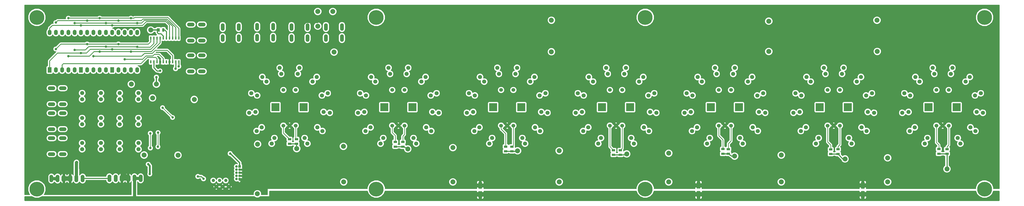
<source format=gtl>
G04 (created by PCBNEW (2013-jul-07)-stable) date Di 23 Feb 2016 16:58:54 CET*
%MOIN*%
G04 Gerber Fmt 3.4, Leading zero omitted, Abs format*
%FSLAX34Y34*%
G01*
G70*
G90*
G04 APERTURE LIST*
%ADD10C,0.00590551*%
%ADD11C,0.066*%
%ADD12R,0.02X0.05*%
%ADD13O,0.06X0.12*%
%ADD14C,0.052*%
%ADD15R,0.0413386X0.0413386*%
%ADD16C,0.0413386*%
%ADD17C,0.23622*%
%ADD18O,0.1187X0.0593*%
%ADD19O,0.0593X0.1187*%
%ADD20R,0.035X0.055*%
%ADD21R,0.055X0.035*%
%ADD22R,0.0591X0.0866*%
%ADD23O,0.0591X0.0866*%
%ADD24C,0.06*%
%ADD25R,0.125984X0.125984*%
%ADD26R,0.063X0.1024*%
%ADD27C,0.0393701*%
%ADD28C,0.0787402*%
%ADD29C,0.023622*%
%ADD30C,0.035*%
%ADD31C,0.015748*%
%ADD32C,0.0301575*%
%ADD33C,0.0492126*%
%ADD34C,0.0201575*%
%ADD35C,0.01*%
%ADD36C,0.011811*%
G04 APERTURE END LIST*
G54D10*
G54D11*
X9235Y-23120D03*
X9235Y-22120D03*
X12235Y-23120D03*
X12235Y-22120D03*
X15235Y-23120D03*
X15235Y-22120D03*
X18235Y-23120D03*
X18235Y-22120D03*
X9235Y-18120D03*
X9235Y-19120D03*
X12235Y-18120D03*
X12235Y-19120D03*
X15235Y-18120D03*
X15235Y-19120D03*
X18235Y-18120D03*
X18235Y-19120D03*
X9235Y-14120D03*
X9235Y-15120D03*
X12235Y-14120D03*
X12235Y-15120D03*
X15235Y-14120D03*
X15235Y-15120D03*
X18235Y-14120D03*
X18235Y-15120D03*
G54D12*
X24685Y-5320D03*
X24185Y-5320D03*
X23685Y-5320D03*
X23185Y-5320D03*
X22685Y-5320D03*
X22185Y-5320D03*
X21685Y-5320D03*
X21185Y-5320D03*
X20685Y-5320D03*
X20185Y-5320D03*
X20185Y-9120D03*
X20685Y-9120D03*
X21185Y-9120D03*
X21685Y-9120D03*
X22185Y-9120D03*
X22685Y-9120D03*
X23185Y-9120D03*
X23685Y-9120D03*
X24185Y-9120D03*
X24685Y-9120D03*
G54D13*
X18585Y-27780D03*
X17585Y-27780D03*
X16585Y-27780D03*
X15585Y-27780D03*
X14585Y-27780D03*
X13585Y-27780D03*
X9315Y-27810D03*
X8315Y-27810D03*
X7315Y-27810D03*
X6315Y-27810D03*
X5315Y-27810D03*
X4315Y-27810D03*
G54D14*
X32687Y-29120D03*
X32187Y-28120D03*
X31687Y-29120D03*
X31187Y-28120D03*
X30687Y-29120D03*
X30187Y-28120D03*
G54D15*
X34415Y-25890D03*
G54D16*
X34415Y-26390D03*
X34415Y-26890D03*
X34415Y-27390D03*
X34415Y-27890D03*
X33915Y-26390D03*
X33915Y-26890D03*
X33915Y-27390D03*
X33915Y-27890D03*
X33915Y-25890D03*
G54D17*
X153500Y-2000D03*
X99250Y-2000D03*
X2000Y-2000D03*
X153500Y-29500D03*
X2000Y-29500D03*
G54D11*
X75854Y-11043D03*
X75612Y-10073D03*
X72016Y-14498D03*
X71076Y-14156D03*
X71738Y-17145D03*
X70748Y-17284D03*
X47831Y-17145D03*
X48821Y-17284D03*
X47553Y-14498D03*
X48493Y-14156D03*
X46065Y-12292D03*
X46734Y-11549D03*
X90904Y-12292D03*
X90235Y-11549D03*
X128054Y-11043D03*
X127812Y-10073D03*
X125704Y-12292D03*
X125035Y-11549D03*
X124216Y-14498D03*
X123276Y-14156D03*
X133065Y-12292D03*
X133734Y-11549D03*
X123938Y-17145D03*
X122948Y-17284D03*
X73504Y-12292D03*
X72835Y-11549D03*
X100031Y-17145D03*
X101021Y-17284D03*
X130715Y-11043D03*
X130957Y-10073D03*
X82631Y-17145D03*
X83621Y-17284D03*
X113315Y-11043D03*
X113557Y-10073D03*
X110654Y-11043D03*
X110412Y-10073D03*
X54338Y-17145D03*
X53348Y-17284D03*
X108304Y-12292D03*
X107635Y-11549D03*
X106816Y-14498D03*
X105876Y-14156D03*
X106538Y-17145D03*
X105548Y-17284D03*
X115665Y-12292D03*
X116334Y-11549D03*
X82353Y-14498D03*
X83293Y-14156D03*
X54616Y-14498D03*
X53676Y-14156D03*
X80865Y-12292D03*
X81534Y-11549D03*
X78515Y-11043D03*
X78757Y-10073D03*
X56104Y-12292D03*
X55435Y-11549D03*
X65231Y-17145D03*
X66221Y-17284D03*
X64953Y-14498D03*
X65893Y-14156D03*
X63465Y-12292D03*
X64134Y-11549D03*
X61115Y-11043D03*
X61357Y-10073D03*
X58454Y-11043D03*
X58212Y-10073D03*
X98265Y-12292D03*
X98934Y-11549D03*
X95915Y-11043D03*
X96157Y-10073D03*
X99753Y-14498D03*
X100693Y-14156D03*
X93254Y-11043D03*
X93012Y-10073D03*
X89416Y-14498D03*
X88476Y-14156D03*
X89138Y-17145D03*
X88148Y-17284D03*
X141616Y-14498D03*
X140676Y-14156D03*
X141338Y-17145D03*
X140348Y-17284D03*
X117431Y-17145D03*
X118421Y-17284D03*
X117153Y-14498D03*
X118093Y-14156D03*
X152231Y-17145D03*
X153221Y-17284D03*
X151953Y-14498D03*
X152893Y-14156D03*
X150465Y-12292D03*
X151134Y-11549D03*
X148115Y-11043D03*
X148357Y-10073D03*
X145454Y-11043D03*
X145212Y-10073D03*
X143104Y-12292D03*
X142435Y-11549D03*
X134553Y-14498D03*
X135493Y-14156D03*
X134831Y-17145D03*
X135821Y-17284D03*
X37216Y-14498D03*
X36276Y-14156D03*
X38704Y-12292D03*
X38035Y-11549D03*
X41054Y-11043D03*
X40812Y-10073D03*
X43715Y-11043D03*
X43957Y-10073D03*
X36938Y-17145D03*
X35948Y-17284D03*
X45234Y-22222D03*
X44796Y-21323D03*
X47643Y-20200D03*
X46834Y-19612D03*
X37126Y-20200D03*
X37935Y-19612D03*
X39535Y-22222D03*
X39973Y-21323D03*
X71926Y-20200D03*
X72735Y-19612D03*
X74335Y-22222D03*
X74773Y-21323D03*
X126535Y-22222D03*
X126973Y-21323D03*
X124126Y-20200D03*
X124935Y-19612D03*
X99843Y-20200D03*
X99034Y-19612D03*
X106726Y-20200D03*
X107535Y-19612D03*
X109135Y-22222D03*
X109573Y-21323D03*
X80034Y-22222D03*
X79596Y-21323D03*
X82443Y-20200D03*
X81634Y-19612D03*
X65043Y-20200D03*
X64234Y-19612D03*
X89326Y-20200D03*
X90135Y-19612D03*
X91735Y-22222D03*
X92173Y-21323D03*
X62634Y-22222D03*
X62196Y-21323D03*
X56935Y-22222D03*
X57373Y-21323D03*
X141526Y-20200D03*
X142335Y-19612D03*
X143935Y-22222D03*
X144373Y-21323D03*
X114834Y-22222D03*
X114396Y-21323D03*
X117243Y-20200D03*
X116434Y-19612D03*
X54526Y-20200D03*
X55335Y-19612D03*
X149634Y-22222D03*
X149196Y-21323D03*
X152043Y-20200D03*
X151234Y-19612D03*
X134643Y-20200D03*
X133834Y-19612D03*
X132234Y-22222D03*
X131796Y-21323D03*
X97434Y-22222D03*
X96996Y-21323D03*
G54D17*
X99250Y-29500D03*
X56250Y-2000D03*
X56250Y-29500D03*
G54D18*
X4350Y-23899D03*
X4350Y-21341D03*
X6120Y-23899D03*
X6120Y-21341D03*
X4350Y-19899D03*
X4350Y-17341D03*
X6120Y-19899D03*
X6120Y-17341D03*
X4350Y-15899D03*
X4350Y-13341D03*
X6120Y-15899D03*
X6120Y-13341D03*
G54D19*
X42706Y-3535D03*
X45264Y-3535D03*
X42706Y-5305D03*
X45264Y-5305D03*
X48206Y-3535D03*
X50764Y-3535D03*
X48206Y-5305D03*
X50764Y-5305D03*
X31706Y-3535D03*
X34264Y-3535D03*
X31706Y-5305D03*
X34264Y-5305D03*
X37206Y-3485D03*
X39764Y-3485D03*
X37206Y-5255D03*
X39764Y-5255D03*
G54D18*
X26600Y-5699D03*
X26600Y-3141D03*
X28370Y-5699D03*
X28370Y-3141D03*
X26600Y-10649D03*
X26600Y-8091D03*
X28370Y-10649D03*
X28370Y-8091D03*
G54D20*
X21460Y-4020D03*
X22210Y-4020D03*
G54D21*
X59285Y-21945D03*
X59285Y-22695D03*
X60485Y-21945D03*
X60485Y-22695D03*
X130065Y-23120D03*
X130065Y-23870D03*
X128895Y-23130D03*
X128895Y-23880D03*
X76935Y-22695D03*
X76935Y-23445D03*
X77935Y-22695D03*
X77935Y-23445D03*
X147485Y-23100D03*
X147485Y-23850D03*
X146185Y-23090D03*
X146185Y-23840D03*
X94180Y-23270D03*
X94180Y-24020D03*
X95270Y-23270D03*
X95270Y-24020D03*
X112545Y-23095D03*
X112545Y-23845D03*
X111665Y-23090D03*
X111665Y-23840D03*
X43485Y-21495D03*
X43485Y-22245D03*
X42385Y-21495D03*
X42385Y-22245D03*
G54D22*
X4035Y-10420D03*
G54D23*
X5035Y-10420D03*
X6035Y-10420D03*
X7035Y-10420D03*
X8035Y-10420D03*
X8035Y-4420D03*
X7035Y-4420D03*
X6035Y-4420D03*
X5035Y-4420D03*
X4035Y-4420D03*
G54D22*
X9035Y-10420D03*
G54D23*
X10035Y-10420D03*
X11035Y-10420D03*
X12035Y-10420D03*
X13035Y-10420D03*
X13035Y-4420D03*
X12035Y-4420D03*
X11035Y-4420D03*
X10035Y-4420D03*
X9035Y-4420D03*
G54D22*
X14035Y-10420D03*
G54D23*
X15035Y-10420D03*
X16035Y-10420D03*
X17035Y-10420D03*
X18035Y-10420D03*
X18035Y-4420D03*
X17035Y-4420D03*
X16035Y-4420D03*
X15035Y-4420D03*
X14035Y-4420D03*
G54D24*
X41400Y-19332D03*
X42385Y-19332D03*
X43369Y-19332D03*
X43369Y-13624D03*
X41400Y-13624D03*
G54D25*
X40140Y-16380D03*
X44629Y-16380D03*
G54D24*
X58800Y-19332D03*
X59785Y-19332D03*
X60769Y-19332D03*
X60769Y-13624D03*
X58800Y-13624D03*
G54D25*
X57540Y-16380D03*
X62029Y-16380D03*
G54D24*
X76200Y-19332D03*
X77185Y-19332D03*
X78169Y-19332D03*
X78169Y-13624D03*
X76200Y-13624D03*
G54D25*
X74940Y-16380D03*
X79429Y-16380D03*
G54D24*
X93600Y-19332D03*
X94585Y-19332D03*
X95569Y-19332D03*
X95569Y-13624D03*
X93600Y-13624D03*
G54D25*
X92340Y-16380D03*
X96829Y-16380D03*
G54D24*
X111000Y-19332D03*
X111985Y-19332D03*
X112969Y-19332D03*
X112969Y-13624D03*
X111000Y-13624D03*
G54D25*
X109740Y-16380D03*
X114229Y-16380D03*
G54D24*
X128400Y-19332D03*
X129385Y-19332D03*
X130369Y-19332D03*
X130369Y-13624D03*
X128400Y-13624D03*
G54D25*
X127140Y-16380D03*
X131629Y-16380D03*
G54D24*
X145800Y-19332D03*
X146785Y-19332D03*
X147769Y-19332D03*
X147769Y-13624D03*
X145800Y-13624D03*
G54D25*
X144540Y-16380D03*
X149029Y-16380D03*
G54D26*
X134040Y-30334D03*
X134040Y-28916D03*
X72880Y-30339D03*
X72880Y-28921D03*
X107775Y-30329D03*
X107775Y-28911D03*
G54D27*
X27735Y-27485D03*
X19800Y-25525D03*
X20050Y-27075D03*
X3500Y-30975D03*
X4325Y-30975D03*
X5075Y-30975D03*
G54D28*
X78835Y-23370D03*
X78885Y-30320D03*
X96285Y-30270D03*
X96285Y-23870D03*
X147485Y-30270D03*
X147485Y-26270D03*
X131135Y-30320D03*
X131185Y-24670D03*
X113585Y-30270D03*
X113535Y-24220D03*
X61285Y-30320D03*
X61285Y-23070D03*
X43535Y-30320D03*
X43535Y-23020D03*
X119000Y-2600D03*
X119000Y-7450D03*
X136300Y-2450D03*
X136350Y-7450D03*
X84250Y-2450D03*
X84250Y-7500D03*
X49500Y-7550D03*
X49300Y-1050D03*
X17095Y-12690D03*
X27155Y-15140D03*
X20485Y-14900D03*
X24554Y-24065D03*
X19137Y-24048D03*
G54D27*
X28635Y-27850D03*
X32885Y-23810D03*
X21100Y-11580D03*
G54D28*
X21100Y-12690D03*
X46900Y-1050D03*
X46900Y-3400D03*
X138000Y-28350D03*
X138000Y-24500D03*
X121000Y-28350D03*
X121000Y-24050D03*
X103000Y-28350D03*
X103000Y-23750D03*
X85500Y-28350D03*
X85500Y-23350D03*
X51050Y-28350D03*
X51000Y-22650D03*
X68500Y-22850D03*
X68500Y-28350D03*
X37250Y-30250D03*
X37275Y-22300D03*
G54D27*
X8329Y-25224D03*
G54D28*
X20185Y-4020D03*
G54D27*
X20139Y-22914D03*
X20135Y-20578D03*
X25340Y-29125D03*
G54D29*
X27855Y-26840D03*
X27225Y-26295D03*
G54D27*
X18985Y-14635D03*
X21345Y-17230D03*
X27495Y-18300D03*
X26115Y-15975D03*
X27465Y-13680D03*
G54D30*
X79485Y-2060D03*
X2850Y-22615D03*
X113675Y-2215D03*
G54D27*
X28760Y-22365D03*
G54D30*
X17485Y-13520D03*
X8685Y-13120D03*
X144635Y-3870D03*
G54D27*
X143700Y-6300D03*
X142150Y-5050D03*
G54D30*
X139685Y-4770D03*
X140985Y-4770D03*
G54D27*
X52600Y-1700D03*
X38250Y-1850D03*
X24650Y-1800D03*
X25750Y-6900D03*
X30100Y-8600D03*
X127150Y-5100D03*
X125650Y-5100D03*
X103585Y-5020D03*
X18350Y-25700D03*
X19200Y-22750D03*
X12975Y-24900D03*
X18575Y-29100D03*
G54D30*
X103685Y-7270D03*
G54D27*
X89850Y-8900D03*
G54D30*
X102235Y-7220D03*
X125785Y-7120D03*
X126985Y-7120D03*
G54D27*
X121135Y-7370D03*
X124550Y-8900D03*
X122100Y-7900D03*
G54D30*
X102285Y-5020D03*
G54D27*
X2450Y-4650D03*
X2450Y-10850D03*
X42550Y-26600D03*
X52050Y-26550D03*
X68000Y-26550D03*
X84950Y-26500D03*
X102550Y-26550D03*
X120550Y-26500D03*
X137450Y-26550D03*
X38100Y-29050D03*
X36675Y-28225D03*
X152350Y-25600D03*
X148400Y-25600D03*
X31900Y-18850D03*
X38400Y-22700D03*
X36300Y-19200D03*
X86700Y-7400D03*
X139525Y-7825D03*
X141500Y-8950D03*
X80800Y-8850D03*
X81950Y-8000D03*
X87400Y-7850D03*
X86000Y-13200D03*
X50950Y-13050D03*
X115400Y-8900D03*
X120700Y-13100D03*
X138200Y-13100D03*
X155100Y-25600D03*
X154950Y-13450D03*
X155300Y-4300D03*
X147100Y-5700D03*
X138750Y-7750D03*
X134150Y-5050D03*
X134150Y-7550D03*
X117100Y-7700D03*
G54D30*
X51950Y-7650D03*
G54D27*
X52350Y-21500D03*
X51050Y-18150D03*
X69600Y-21650D03*
X68600Y-18050D03*
X86385Y-21370D03*
X85550Y-18100D03*
X104250Y-21800D03*
X103150Y-18200D03*
X121985Y-21320D03*
X121100Y-18200D03*
X139450Y-21500D03*
X138050Y-18250D03*
G54D30*
X46735Y-8470D03*
X47200Y-7800D03*
G54D27*
X30000Y-23560D03*
X29140Y-21165D03*
X27335Y-29220D03*
X21685Y-9870D03*
X20621Y-10930D03*
X28900Y-29700D03*
X24415Y-19400D03*
X22140Y-20570D03*
X21611Y-19732D03*
X25081Y-20982D03*
X20730Y-20620D03*
X22575Y-24600D03*
X21150Y-24850D03*
X20850Y-23575D03*
X24597Y-22606D03*
X26380Y-18145D03*
X29540Y-25765D03*
X30667Y-24630D03*
X27653Y-24664D03*
X30740Y-23535D03*
X27775Y-23440D03*
X26575Y-25970D03*
X22415Y-3260D03*
X21405Y-13570D03*
X23030Y-14400D03*
X24445Y-25980D03*
X32600Y-25565D03*
G54D30*
X52300Y-5200D03*
X44450Y-6150D03*
X65335Y-5320D03*
X54635Y-5020D03*
X55835Y-5170D03*
X65235Y-7170D03*
X66585Y-7220D03*
X66635Y-5070D03*
G54D27*
X2550Y-15250D03*
X2000Y-12500D03*
X3250Y-16600D03*
X2550Y-19200D03*
X8035Y-7220D03*
X13035Y-6670D03*
X18035Y-6720D03*
X24170Y-10210D03*
X24680Y-9840D03*
X21685Y-10560D03*
X8035Y-2920D03*
X13035Y-2920D03*
X18035Y-2920D03*
X7035Y-2120D03*
X12035Y-2120D03*
X17035Y-2120D03*
X5035Y-2820D03*
X10035Y-2520D03*
X15035Y-2520D03*
X5035Y-7070D03*
X10035Y-6270D03*
X15035Y-6270D03*
X9035Y-7720D03*
X14035Y-7120D03*
X9035Y-3270D03*
X14035Y-3270D03*
X7035Y-8220D03*
X12035Y-7470D03*
X17035Y-7470D03*
X11035Y-8220D03*
X16035Y-8720D03*
X21363Y-20458D03*
X21349Y-22726D03*
X23685Y-18020D03*
X22085Y-16470D03*
G54D31*
X28635Y-27850D02*
X28285Y-27500D01*
X28285Y-27500D02*
X27750Y-27500D01*
X27750Y-27500D02*
X27735Y-27485D01*
G54D32*
X20050Y-25775D02*
X19800Y-25525D01*
X20050Y-27075D02*
X20050Y-25775D01*
G54D33*
X17585Y-27780D02*
X17585Y-30990D01*
X17585Y-30990D02*
X17550Y-31025D01*
X18585Y-27780D02*
X17585Y-27780D01*
X3525Y-30950D02*
X4275Y-30950D01*
X3500Y-30975D02*
X3525Y-30950D01*
X5075Y-30975D02*
X4325Y-30975D01*
G54D31*
X77935Y-23445D02*
X78760Y-23445D01*
X78760Y-23445D02*
X78835Y-23370D01*
X95270Y-24020D02*
X96135Y-24020D01*
X96135Y-24020D02*
X96285Y-23870D01*
X147485Y-23850D02*
X147485Y-26270D01*
X146185Y-23840D02*
X147475Y-23840D01*
X147475Y-23840D02*
X147485Y-23850D01*
X128895Y-23880D02*
X130055Y-23880D01*
X130845Y-24670D02*
X131185Y-24670D01*
X130055Y-23880D02*
X130845Y-24670D01*
X111665Y-23840D02*
X112540Y-23840D01*
X113035Y-24220D02*
X113535Y-24220D01*
X112540Y-23840D02*
X113035Y-24220D01*
X94180Y-24020D02*
X95270Y-24020D01*
X76935Y-23445D02*
X77935Y-23445D01*
X60485Y-22695D02*
X60660Y-22695D01*
X60660Y-22695D02*
X61285Y-23070D01*
X59285Y-22695D02*
X60485Y-22695D01*
X43485Y-22245D02*
X43485Y-22970D01*
X43485Y-22970D02*
X43535Y-23020D01*
X42385Y-22245D02*
X43485Y-22245D01*
G54D33*
X5315Y-27810D02*
X4315Y-27810D01*
X4315Y-27810D02*
X4920Y-27810D01*
X4920Y-27810D02*
X4890Y-27840D01*
X5315Y-27810D02*
X4920Y-27810D01*
X4920Y-27810D02*
X4965Y-27855D01*
G54D34*
X21100Y-12690D02*
X21100Y-11580D01*
X32885Y-23810D02*
X32935Y-23810D01*
X32935Y-23810D02*
X34415Y-25290D01*
X34415Y-25290D02*
X34415Y-25890D01*
G54D31*
X13585Y-27780D02*
X9345Y-27780D01*
X9345Y-27780D02*
X9315Y-27810D01*
G54D33*
X8315Y-27810D02*
X8309Y-25244D01*
X8309Y-25244D02*
X8329Y-25224D01*
G54D34*
X21460Y-4020D02*
X20185Y-4020D01*
G54D31*
X22185Y-5320D02*
X22185Y-4970D01*
X21435Y-4020D02*
X21460Y-4020D01*
X21235Y-3820D02*
X21435Y-4020D01*
X21235Y-4420D02*
X21235Y-3820D01*
X21435Y-4620D02*
X21235Y-4420D01*
X21835Y-4620D02*
X21435Y-4620D01*
X22185Y-4970D02*
X21835Y-4620D01*
G54D35*
X20139Y-22914D02*
X20135Y-22910D01*
X20135Y-22910D02*
X20135Y-20578D01*
X27630Y-26825D02*
X27855Y-26840D01*
X27225Y-26295D02*
X27630Y-26825D01*
X20621Y-10930D02*
X20621Y-11599D01*
X18985Y-14635D02*
X18985Y-14640D01*
X21345Y-17190D02*
X21345Y-17230D01*
X19755Y-15600D02*
X21345Y-17190D01*
X19755Y-12465D02*
X19755Y-15600D01*
X20621Y-11599D02*
X19755Y-12465D01*
G54D34*
X26115Y-15975D02*
X26290Y-15975D01*
X27495Y-17180D02*
X27495Y-18300D01*
X26290Y-15975D02*
X27495Y-17180D01*
X43245Y-1600D02*
X43245Y-1810D01*
X39535Y-1850D02*
X38250Y-1850D01*
X40219Y-2534D02*
X39535Y-1850D01*
X42521Y-2534D02*
X40219Y-2534D01*
X43245Y-1810D02*
X42521Y-2534D01*
G54D35*
X16035Y-13170D02*
X17485Y-13520D01*
X8735Y-13170D02*
X16035Y-13170D01*
X8685Y-13120D02*
X8735Y-13170D01*
X149035Y-4300D02*
X148765Y-4300D01*
X148335Y-3870D02*
X144635Y-3870D01*
X148765Y-4300D02*
X148335Y-3870D01*
X143700Y-6300D02*
X142500Y-5100D01*
X142500Y-5100D02*
X142150Y-5050D01*
X140985Y-4770D02*
X139685Y-4770D01*
X28850Y-6900D02*
X29850Y-6900D01*
X52200Y-2100D02*
X52600Y-1700D01*
X45100Y-2100D02*
X52200Y-2100D01*
X44600Y-1600D02*
X45100Y-2100D01*
X43245Y-1600D02*
X44600Y-1600D01*
X29450Y-1800D02*
X24650Y-1800D01*
X30100Y-2450D02*
X29450Y-1800D01*
X30100Y-6650D02*
X30100Y-2450D01*
X29850Y-6900D02*
X30100Y-6650D01*
X29000Y-6900D02*
X28850Y-6900D01*
X28850Y-6900D02*
X25750Y-6900D01*
X30150Y-8050D02*
X29000Y-6900D01*
X30150Y-8550D02*
X30150Y-8050D01*
X30100Y-8600D02*
X30150Y-8550D01*
X102285Y-5020D02*
X103585Y-5020D01*
X125650Y-5100D02*
X127150Y-5100D01*
X18350Y-25700D02*
X18325Y-25725D01*
X21150Y-24850D02*
X21150Y-24675D01*
X21150Y-24675D02*
X19200Y-22750D01*
G54D33*
X15155Y-26350D02*
X16585Y-27780D01*
X14425Y-26350D02*
X15155Y-26350D01*
X12975Y-24900D02*
X14425Y-26350D01*
G54D35*
X103585Y-4970D02*
X103585Y-7170D01*
X103585Y-7170D02*
X103685Y-7270D01*
X102285Y-5020D02*
X101985Y-6970D01*
X88800Y-7850D02*
X89850Y-8900D01*
X88800Y-7850D02*
X87400Y-7850D01*
X101985Y-6970D02*
X102235Y-7220D01*
X125785Y-7120D02*
X125785Y-7120D01*
X125785Y-7120D02*
X126985Y-7120D01*
X123100Y-8900D02*
X124550Y-8900D01*
X122100Y-7900D02*
X123100Y-8900D01*
X103585Y-4970D02*
X103485Y-5070D01*
X103485Y-5070D02*
X102285Y-5020D01*
X20621Y-10930D02*
X19020Y-10930D01*
X4850Y-1700D02*
X5650Y-1700D01*
X2700Y-3850D02*
X4850Y-1700D01*
X2700Y-4400D02*
X2700Y-3850D01*
X2450Y-4650D02*
X2700Y-4400D01*
X3050Y-11450D02*
X2450Y-10850D01*
X18500Y-11450D02*
X3050Y-11450D01*
X19020Y-10930D02*
X18500Y-11450D01*
X38100Y-29050D02*
X38200Y-29050D01*
X38200Y-29050D02*
X40650Y-26600D01*
X40650Y-26600D02*
X42550Y-26600D01*
X52050Y-26550D02*
X68000Y-26550D01*
X84950Y-26500D02*
X85000Y-26550D01*
X85000Y-26550D02*
X102550Y-26550D01*
X120550Y-26500D02*
X120600Y-26550D01*
X120600Y-26550D02*
X137450Y-26550D01*
G54D34*
X37525Y-29075D02*
X38100Y-29050D01*
X36675Y-28225D02*
X37525Y-29075D01*
X148400Y-25600D02*
X152350Y-25600D01*
G54D35*
X31900Y-18850D02*
X35950Y-18850D01*
X35950Y-18850D02*
X36300Y-19200D01*
X87400Y-7850D02*
X87150Y-7850D01*
X87150Y-7850D02*
X86700Y-7400D01*
X141500Y-8950D02*
X140600Y-8900D01*
X140600Y-8900D02*
X139525Y-7825D01*
X81100Y-8850D02*
X80800Y-8850D01*
X81950Y-8000D02*
X81100Y-8850D01*
X87400Y-7850D02*
X87400Y-8400D01*
X87400Y-8400D02*
X87450Y-8450D01*
X87500Y-7750D02*
X90550Y-7750D01*
X87400Y-7850D02*
X87500Y-7750D01*
X51050Y-13150D02*
X51050Y-18150D01*
X50950Y-13050D02*
X51050Y-13150D01*
X117100Y-7700D02*
X116600Y-7700D01*
X116600Y-7700D02*
X115400Y-8900D01*
X138050Y-13250D02*
X138050Y-18250D01*
X138200Y-13100D02*
X138050Y-13250D01*
X155100Y-25600D02*
X154950Y-25450D01*
X154950Y-25450D02*
X154950Y-13450D01*
X148500Y-4300D02*
X149035Y-4300D01*
X149035Y-4300D02*
X155300Y-4300D01*
X147100Y-5700D02*
X148500Y-4300D01*
X134150Y-7550D02*
X134150Y-5050D01*
G54D31*
X51950Y-7650D02*
X51950Y-5500D01*
X51950Y-5500D02*
X52150Y-5300D01*
G54D34*
X52350Y-19450D02*
X52350Y-21500D01*
X51050Y-18150D02*
X52350Y-19450D01*
X69600Y-19050D02*
X69600Y-21650D01*
X68600Y-18050D02*
X69600Y-19050D01*
X86750Y-19300D02*
X86385Y-21370D01*
X85550Y-18100D02*
X86750Y-19300D01*
X104250Y-19300D02*
X104250Y-21800D01*
X103150Y-18200D02*
X104250Y-19300D01*
X122150Y-19250D02*
X121985Y-21320D01*
X121100Y-18200D02*
X122150Y-19250D01*
X138850Y-20900D02*
X139450Y-21500D01*
X138850Y-19050D02*
X138850Y-20900D01*
X138050Y-18250D02*
X138850Y-19050D01*
G54D35*
X46735Y-8120D02*
X46735Y-8470D01*
X47200Y-7800D02*
X46735Y-8120D01*
X21685Y-9870D02*
X22190Y-9870D01*
X22525Y-11045D02*
X22374Y-11196D01*
X22525Y-10205D02*
X22525Y-11045D01*
X22190Y-9870D02*
X22525Y-10205D01*
G54D34*
X21747Y-11196D02*
X22374Y-11196D01*
X22374Y-11196D02*
X22379Y-11196D01*
X21551Y-11000D02*
X21747Y-11196D01*
X20691Y-11000D02*
X21551Y-11000D01*
X20621Y-10930D02*
X20691Y-11000D01*
G54D35*
X22140Y-20570D02*
X21611Y-19810D01*
X21611Y-19810D02*
X21611Y-19732D01*
X24415Y-19400D02*
X24415Y-20316D01*
X24415Y-20316D02*
X25081Y-20982D01*
X20774Y-23499D02*
X20850Y-23575D01*
X20730Y-20620D02*
X20774Y-23499D01*
X22567Y-24592D02*
X22575Y-24600D01*
X21178Y-24692D02*
X22567Y-24592D01*
X21150Y-24850D02*
X21178Y-24692D01*
X23919Y-21906D02*
X24597Y-22584D01*
X24597Y-22584D02*
X24597Y-22606D01*
X26380Y-18145D02*
X25670Y-18145D01*
X25670Y-18145D02*
X24415Y-19400D01*
X29540Y-25765D02*
X29540Y-25757D01*
X29540Y-25757D02*
X30667Y-24630D01*
G54D31*
X30000Y-23560D02*
X27895Y-23560D01*
X30025Y-23535D02*
X30000Y-23560D01*
X30740Y-23535D02*
X30025Y-23535D01*
X27895Y-23560D02*
X27775Y-23440D01*
X21685Y-9120D02*
X21685Y-9805D01*
X23180Y-9125D02*
X23185Y-9120D01*
X23180Y-9805D02*
X23180Y-9125D01*
X22970Y-10015D02*
X23180Y-9805D01*
X21895Y-10015D02*
X22970Y-10015D01*
X21685Y-9805D02*
X21895Y-10015D01*
G54D34*
X33105Y-28702D02*
X32687Y-29120D01*
X33105Y-26070D02*
X33105Y-28702D01*
X32600Y-25565D02*
X33105Y-26070D01*
G54D32*
X34415Y-27890D02*
X35050Y-27890D01*
X35120Y-27820D02*
X35120Y-27390D01*
X35050Y-27890D02*
X35120Y-27820D01*
X34415Y-27390D02*
X35120Y-27390D01*
X35120Y-27390D02*
X35120Y-26890D01*
X34415Y-26390D02*
X35095Y-26390D01*
X35120Y-26890D02*
X34415Y-26890D01*
X35245Y-26765D02*
X35120Y-26890D01*
X35245Y-26540D02*
X35245Y-26765D01*
X35095Y-26390D02*
X35245Y-26540D01*
G54D31*
X52150Y-5300D02*
X52200Y-5300D01*
X52200Y-5300D02*
X52300Y-5200D01*
X45000Y-2800D02*
X46900Y-2800D01*
X44500Y-3300D02*
X45000Y-2800D01*
X44500Y-3450D02*
X44500Y-3300D01*
X44450Y-3500D02*
X44500Y-3450D01*
X44450Y-6150D02*
X44450Y-3500D01*
G54D35*
X65435Y-5220D02*
X65335Y-5320D01*
X66635Y-5070D02*
X65435Y-5220D01*
X55735Y-5070D02*
X54635Y-5020D01*
X55835Y-5170D02*
X55735Y-5070D01*
X66585Y-7220D02*
X65235Y-7170D01*
X66535Y-5170D02*
X66585Y-7220D01*
X66635Y-5070D02*
X66535Y-5170D01*
X2000Y-12500D02*
X2000Y-13950D01*
X2550Y-14500D02*
X2550Y-15250D01*
X2000Y-13950D02*
X2550Y-14500D01*
X2000Y-12500D02*
X3250Y-13750D01*
X3250Y-13750D02*
X3250Y-16600D01*
G54D36*
X13035Y-6670D02*
X10285Y-6670D01*
X9735Y-7220D02*
X8035Y-7220D01*
X10285Y-6670D02*
X9735Y-7220D01*
X18035Y-6720D02*
X13085Y-6720D01*
X13085Y-6720D02*
X13035Y-6670D01*
X20685Y-5320D02*
X20685Y-6170D01*
X18085Y-6770D02*
X18035Y-6720D01*
X20085Y-6770D02*
X18085Y-6770D01*
X20685Y-6170D02*
X20085Y-6770D01*
G54D31*
X24185Y-10195D02*
X24185Y-9120D01*
X24170Y-10210D02*
X24185Y-10195D01*
X24685Y-9835D02*
X24685Y-9120D01*
X24680Y-9840D02*
X24685Y-9835D01*
X20685Y-10040D02*
X20685Y-9120D01*
X21215Y-10570D02*
X20685Y-10040D01*
X21675Y-10570D02*
X21215Y-10570D01*
X21685Y-10560D02*
X21675Y-10570D01*
G54D36*
X22716Y-2473D02*
X22738Y-2473D01*
X22716Y-2473D02*
X19181Y-2473D01*
X19181Y-2473D02*
X18735Y-2920D01*
X18035Y-2920D02*
X18735Y-2920D01*
X23685Y-3441D02*
X23685Y-5320D01*
X23685Y-3420D02*
X23685Y-3441D01*
X22738Y-2473D02*
X23685Y-3420D01*
X13035Y-2920D02*
X8035Y-2920D01*
X18035Y-2920D02*
X13035Y-2920D01*
X12035Y-2120D02*
X7035Y-2120D01*
X17035Y-2120D02*
X12035Y-2120D01*
X24685Y-5320D02*
X24685Y-3770D01*
X17535Y-2120D02*
X17035Y-2120D01*
X17635Y-2020D02*
X17535Y-2120D01*
X22935Y-2020D02*
X17635Y-2020D01*
X24685Y-3770D02*
X22935Y-2020D01*
X10035Y-2520D02*
X5335Y-2520D01*
X5335Y-2520D02*
X5035Y-2820D01*
X15035Y-2520D02*
X10035Y-2520D01*
X24185Y-5320D02*
X24185Y-3620D01*
X18685Y-2520D02*
X15035Y-2520D01*
X18935Y-2270D02*
X18685Y-2520D01*
X22835Y-2270D02*
X18935Y-2270D01*
X24185Y-3620D02*
X22835Y-2270D01*
X10035Y-6270D02*
X5835Y-6270D01*
X5835Y-6270D02*
X5035Y-7070D01*
X15035Y-6270D02*
X10035Y-6270D01*
X20185Y-5320D02*
X20185Y-5920D01*
X19835Y-6270D02*
X15035Y-6270D01*
X20185Y-5920D02*
X19835Y-6270D01*
X9035Y-7720D02*
X5285Y-7720D01*
X4035Y-8970D02*
X4035Y-10420D01*
X5285Y-7720D02*
X4035Y-8970D01*
X14035Y-7120D02*
X10535Y-7120D01*
X9935Y-7720D02*
X9035Y-7720D01*
X10535Y-7120D02*
X9935Y-7720D01*
X20185Y-7120D02*
X14035Y-7120D01*
X21185Y-6120D02*
X20185Y-7120D01*
X21185Y-6120D02*
X21185Y-5320D01*
X9035Y-3270D02*
X4485Y-3270D01*
X4035Y-3720D02*
X4035Y-4420D01*
X4485Y-3270D02*
X4035Y-3720D01*
X14035Y-3270D02*
X9035Y-3270D01*
X23185Y-5320D02*
X23185Y-3220D01*
X18885Y-3270D02*
X14035Y-3270D01*
X19485Y-2670D02*
X18885Y-3270D01*
X22635Y-2670D02*
X19485Y-2670D01*
X23185Y-3220D02*
X22635Y-2670D01*
X12035Y-7470D02*
X11135Y-7470D01*
X10385Y-8220D02*
X7035Y-8220D01*
X11135Y-7470D02*
X10385Y-8220D01*
X17035Y-7470D02*
X12035Y-7470D01*
X21685Y-6070D02*
X20285Y-7470D01*
X20285Y-7470D02*
X19035Y-7470D01*
X19035Y-7470D02*
X17035Y-7470D01*
X21685Y-6070D02*
X21685Y-5320D01*
G54D35*
X78169Y-19332D02*
X78169Y-22460D01*
X78169Y-22460D02*
X77935Y-22695D01*
X60485Y-21945D02*
X60485Y-21020D01*
X60769Y-20735D02*
X60769Y-19332D01*
X60485Y-21020D02*
X60769Y-20735D01*
X130369Y-19332D02*
X130369Y-22385D01*
X130065Y-22690D02*
X130065Y-23120D01*
X130369Y-22385D02*
X130065Y-22690D01*
G54D36*
X20335Y-7770D02*
X20435Y-7770D01*
X20435Y-7770D02*
X20935Y-7270D01*
X20935Y-7270D02*
X22835Y-7270D01*
X23685Y-9120D02*
X23685Y-8120D01*
X23685Y-8120D02*
X22835Y-7270D01*
X18735Y-8220D02*
X11035Y-8220D01*
X19185Y-7770D02*
X18735Y-8220D01*
X20435Y-7770D02*
X20335Y-7770D01*
X20335Y-7770D02*
X19185Y-7770D01*
X22185Y-9120D02*
X22185Y-8570D01*
X18885Y-8720D02*
X16035Y-8720D01*
X19435Y-8170D02*
X18885Y-8720D01*
X20535Y-8170D02*
X19435Y-8170D01*
X20785Y-7920D02*
X20535Y-8170D01*
X21535Y-7920D02*
X20785Y-7920D01*
X22185Y-8570D02*
X21535Y-7920D01*
X21185Y-9120D02*
X21185Y-8620D01*
X6035Y-9620D02*
X6035Y-10420D01*
X6235Y-9420D02*
X6035Y-9620D01*
X18635Y-9420D02*
X6235Y-9420D01*
X19635Y-8420D02*
X18635Y-9420D01*
X20985Y-8420D02*
X19635Y-8420D01*
X21185Y-8620D02*
X20985Y-8420D01*
G54D31*
X22210Y-4020D02*
X22435Y-4020D01*
X22685Y-4270D02*
X22435Y-4020D01*
X22685Y-4270D02*
X22685Y-5320D01*
G54D35*
X147485Y-23100D02*
X147485Y-22720D01*
X147769Y-22435D02*
X147769Y-19332D01*
X147485Y-22720D02*
X147769Y-22435D01*
X145800Y-19332D02*
X145800Y-22035D01*
X146185Y-22420D02*
X146185Y-23090D01*
X145800Y-22035D02*
X146185Y-22420D01*
X58800Y-19332D02*
X58800Y-20435D01*
X59285Y-20920D02*
X59285Y-21945D01*
X58800Y-20435D02*
X59285Y-20920D01*
X43369Y-19332D02*
X43369Y-21379D01*
G54D36*
X43369Y-21379D02*
X43485Y-21495D01*
G54D35*
X41400Y-19332D02*
X41400Y-20510D01*
X41400Y-20510D02*
X42385Y-21495D01*
X76935Y-22695D02*
X76935Y-20620D01*
X76200Y-19885D02*
X76200Y-19332D01*
X76935Y-20620D02*
X76200Y-19885D01*
X111000Y-19332D02*
X111000Y-20935D01*
X111665Y-21600D02*
X111665Y-23090D01*
X111000Y-20935D02*
X111665Y-21600D01*
X112545Y-23095D02*
X112545Y-22210D01*
X112969Y-21785D02*
X112969Y-19332D01*
X112545Y-22210D02*
X112969Y-21785D01*
X128400Y-19332D02*
X128400Y-21935D01*
X128895Y-22430D02*
X128895Y-23130D01*
X128400Y-21935D02*
X128895Y-22430D01*
X93600Y-19332D02*
X93600Y-22690D01*
X93600Y-22690D02*
X94180Y-23270D01*
X95569Y-19332D02*
X95569Y-22970D01*
X95569Y-22970D02*
X95270Y-23270D01*
X22085Y-16470D02*
X23685Y-18020D01*
X21363Y-22712D02*
X21363Y-20458D01*
X21349Y-22726D02*
X21363Y-22712D01*
G54D10*
G36*
X155845Y-29415D02*
X154941Y-29415D01*
X154941Y-29214D01*
X154941Y-1714D01*
X154722Y-1184D01*
X154317Y-778D01*
X153788Y-558D01*
X153214Y-558D01*
X152684Y-777D01*
X152278Y-1182D01*
X152058Y-1711D01*
X152058Y-2285D01*
X152277Y-2815D01*
X152682Y-3221D01*
X153211Y-3441D01*
X153785Y-3441D01*
X154315Y-3222D01*
X154721Y-2817D01*
X154941Y-2288D01*
X154941Y-1714D01*
X154941Y-29214D01*
X154722Y-28684D01*
X154317Y-28278D01*
X153812Y-28068D01*
X153812Y-17167D01*
X153722Y-16950D01*
X153556Y-16784D01*
X153483Y-16753D01*
X153483Y-14039D01*
X153394Y-13822D01*
X153228Y-13656D01*
X153011Y-13566D01*
X152776Y-13566D01*
X152558Y-13655D01*
X152392Y-13821D01*
X152310Y-14020D01*
X152288Y-13998D01*
X152071Y-13908D01*
X151836Y-13908D01*
X151725Y-13954D01*
X151725Y-11432D01*
X151635Y-11215D01*
X151469Y-11049D01*
X151252Y-10959D01*
X151017Y-10958D01*
X150800Y-11048D01*
X150633Y-11214D01*
X150543Y-11431D01*
X150543Y-11666D01*
X150558Y-11702D01*
X150348Y-11701D01*
X150131Y-11791D01*
X149964Y-11957D01*
X149874Y-12174D01*
X149874Y-12409D01*
X149964Y-12626D01*
X150130Y-12793D01*
X150347Y-12883D01*
X150582Y-12883D01*
X150799Y-12793D01*
X150965Y-12627D01*
X151055Y-12410D01*
X151055Y-12175D01*
X151041Y-12140D01*
X151251Y-12140D01*
X151468Y-12050D01*
X151634Y-11884D01*
X151724Y-11667D01*
X151725Y-11432D01*
X151725Y-13954D01*
X151619Y-13997D01*
X151452Y-14163D01*
X151362Y-14380D01*
X151362Y-14615D01*
X151452Y-14833D01*
X151618Y-14999D01*
X151835Y-15089D01*
X152070Y-15089D01*
X152287Y-14999D01*
X152453Y-14833D01*
X152536Y-14635D01*
X152558Y-14657D01*
X152775Y-14747D01*
X153009Y-14747D01*
X153227Y-14657D01*
X153393Y-14491D01*
X153483Y-14274D01*
X153483Y-14039D01*
X153483Y-16753D01*
X153339Y-16694D01*
X153104Y-16693D01*
X152887Y-16783D01*
X152769Y-16901D01*
X152732Y-16811D01*
X152566Y-16645D01*
X152349Y-16554D01*
X152114Y-16554D01*
X151897Y-16644D01*
X151731Y-16810D01*
X151640Y-17027D01*
X151640Y-17262D01*
X151730Y-17479D01*
X151896Y-17645D01*
X152113Y-17735D01*
X152348Y-17736D01*
X152565Y-17646D01*
X152683Y-17528D01*
X152720Y-17618D01*
X152886Y-17785D01*
X153103Y-17875D01*
X153338Y-17875D01*
X153555Y-17785D01*
X153722Y-17619D01*
X153812Y-17402D01*
X153812Y-17167D01*
X153812Y-28068D01*
X153788Y-28058D01*
X153214Y-28058D01*
X152684Y-28277D01*
X152634Y-28327D01*
X152634Y-20083D01*
X152544Y-19866D01*
X152378Y-19700D01*
X152161Y-19610D01*
X151926Y-19609D01*
X151825Y-19651D01*
X151825Y-19495D01*
X151735Y-19278D01*
X151569Y-19112D01*
X151352Y-19022D01*
X151117Y-19022D01*
X150900Y-19111D01*
X150734Y-19277D01*
X150644Y-19494D01*
X150643Y-19729D01*
X150733Y-19946D01*
X150899Y-20113D01*
X151116Y-20203D01*
X151351Y-20203D01*
X151453Y-20161D01*
X151452Y-20317D01*
X151542Y-20534D01*
X151708Y-20701D01*
X151925Y-20791D01*
X152160Y-20791D01*
X152377Y-20701D01*
X152544Y-20535D01*
X152634Y-20318D01*
X152634Y-20083D01*
X152634Y-28327D01*
X152278Y-28682D01*
X152058Y-29211D01*
X152058Y-29415D01*
X150225Y-29415D01*
X150225Y-22105D01*
X150135Y-21888D01*
X149969Y-21721D01*
X149919Y-21701D01*
X149919Y-16958D01*
X149919Y-15698D01*
X149880Y-15602D01*
X149806Y-15529D01*
X149711Y-15489D01*
X149607Y-15489D01*
X148948Y-15489D01*
X148948Y-9956D01*
X148858Y-9738D01*
X148692Y-9572D01*
X148475Y-9482D01*
X148240Y-9482D01*
X148023Y-9572D01*
X147857Y-9738D01*
X147766Y-9955D01*
X147766Y-10190D01*
X147856Y-10407D01*
X147930Y-10480D01*
X147781Y-10542D01*
X147615Y-10708D01*
X147525Y-10925D01*
X147524Y-11160D01*
X147614Y-11377D01*
X147780Y-11543D01*
X147997Y-11633D01*
X148232Y-11634D01*
X148449Y-11544D01*
X148615Y-11378D01*
X148706Y-11161D01*
X148706Y-10926D01*
X148616Y-10709D01*
X148542Y-10635D01*
X148691Y-10574D01*
X148857Y-10408D01*
X148948Y-10191D01*
X148948Y-9956D01*
X148948Y-15489D01*
X148347Y-15489D01*
X148329Y-15496D01*
X148329Y-13513D01*
X148244Y-13306D01*
X148087Y-13149D01*
X147881Y-13063D01*
X147658Y-13063D01*
X147452Y-13148D01*
X147294Y-13306D01*
X147208Y-13512D01*
X147208Y-13735D01*
X147293Y-13941D01*
X147451Y-14099D01*
X147657Y-14184D01*
X147880Y-14184D01*
X148086Y-14099D01*
X148244Y-13942D01*
X148329Y-13736D01*
X148329Y-13513D01*
X148329Y-15496D01*
X148251Y-15528D01*
X148178Y-15602D01*
X148138Y-15698D01*
X148138Y-15801D01*
X148138Y-17061D01*
X148178Y-17157D01*
X148251Y-17230D01*
X148347Y-17270D01*
X148450Y-17270D01*
X149710Y-17270D01*
X149806Y-17231D01*
X149879Y-17157D01*
X149919Y-17061D01*
X149919Y-16958D01*
X149919Y-21701D01*
X149752Y-21631D01*
X149707Y-21631D01*
X149786Y-21441D01*
X149786Y-21206D01*
X149697Y-20989D01*
X149531Y-20822D01*
X149314Y-20732D01*
X149079Y-20732D01*
X148861Y-20822D01*
X148695Y-20988D01*
X148605Y-21205D01*
X148605Y-21440D01*
X148695Y-21657D01*
X148861Y-21823D01*
X149078Y-21913D01*
X149122Y-21913D01*
X149043Y-22104D01*
X149043Y-22339D01*
X149133Y-22556D01*
X149299Y-22722D01*
X149516Y-22812D01*
X149751Y-22812D01*
X149968Y-22723D01*
X150134Y-22557D01*
X150224Y-22340D01*
X150225Y-22105D01*
X150225Y-29415D01*
X148329Y-29415D01*
X148329Y-19221D01*
X148244Y-19015D01*
X148087Y-18857D01*
X147881Y-18772D01*
X147658Y-18772D01*
X147452Y-18857D01*
X147294Y-19014D01*
X147256Y-19106D01*
X147232Y-19097D01*
X147020Y-19309D01*
X147020Y-18885D01*
X146986Y-18799D01*
X146767Y-18763D01*
X146583Y-18799D01*
X146549Y-18885D01*
X146785Y-19120D01*
X147020Y-18885D01*
X147020Y-19309D01*
X146997Y-19332D01*
X147232Y-19567D01*
X147255Y-19558D01*
X147293Y-19649D01*
X147451Y-19807D01*
X147458Y-19810D01*
X147458Y-22307D01*
X147265Y-22500D01*
X147198Y-22601D01*
X147185Y-22664D01*
X147158Y-22664D01*
X147062Y-22703D01*
X147020Y-22746D01*
X147020Y-19779D01*
X146785Y-19544D01*
X146549Y-19779D01*
X146583Y-19865D01*
X146802Y-19902D01*
X146986Y-19865D01*
X147020Y-19779D01*
X147020Y-22746D01*
X146989Y-22777D01*
X146949Y-22872D01*
X146949Y-22976D01*
X146949Y-23326D01*
X146988Y-23422D01*
X147041Y-23475D01*
X147015Y-23500D01*
X146664Y-23500D01*
X146628Y-23464D01*
X146680Y-23412D01*
X146720Y-23317D01*
X146720Y-23213D01*
X146720Y-22863D01*
X146681Y-22767D01*
X146607Y-22694D01*
X146512Y-22654D01*
X146495Y-22654D01*
X146495Y-22420D01*
X146475Y-22320D01*
X146471Y-22301D01*
X146471Y-22301D01*
X146404Y-22200D01*
X146404Y-22200D01*
X146111Y-21907D01*
X146111Y-19811D01*
X146117Y-19808D01*
X146275Y-19650D01*
X146313Y-19558D01*
X146337Y-19567D01*
X146572Y-19332D01*
X146361Y-19121D01*
X146361Y-13513D01*
X146276Y-13306D01*
X146118Y-13149D01*
X146045Y-13118D01*
X146045Y-10926D01*
X145955Y-10709D01*
X145789Y-10542D01*
X145639Y-10480D01*
X145712Y-10408D01*
X145803Y-10191D01*
X145803Y-9956D01*
X145713Y-9738D01*
X145547Y-9572D01*
X145330Y-9482D01*
X145095Y-9482D01*
X144878Y-9572D01*
X144712Y-9738D01*
X144621Y-9955D01*
X144621Y-10190D01*
X144711Y-10407D01*
X144877Y-10573D01*
X145026Y-10635D01*
X144954Y-10708D01*
X144863Y-10925D01*
X144863Y-11160D01*
X144953Y-11377D01*
X145119Y-11543D01*
X145336Y-11633D01*
X145571Y-11634D01*
X145788Y-11544D01*
X145954Y-11378D01*
X146044Y-11161D01*
X146045Y-10926D01*
X146045Y-13118D01*
X145912Y-13063D01*
X145689Y-13063D01*
X145483Y-13148D01*
X145325Y-13306D01*
X145240Y-13512D01*
X145240Y-13735D01*
X145325Y-13941D01*
X145482Y-14099D01*
X145688Y-14184D01*
X145911Y-14184D01*
X146117Y-14099D01*
X146275Y-13942D01*
X146361Y-13736D01*
X146361Y-13513D01*
X146361Y-19121D01*
X146337Y-19097D01*
X146314Y-19106D01*
X146276Y-19015D01*
X146118Y-18857D01*
X145912Y-18772D01*
X145689Y-18772D01*
X145483Y-18857D01*
X145431Y-18909D01*
X145431Y-16958D01*
X145431Y-15698D01*
X145391Y-15602D01*
X145318Y-15529D01*
X145222Y-15489D01*
X145119Y-15489D01*
X143859Y-15489D01*
X143763Y-15528D01*
X143695Y-15596D01*
X143695Y-12175D01*
X143605Y-11958D01*
X143439Y-11792D01*
X143222Y-11702D01*
X143011Y-11701D01*
X143026Y-11667D01*
X143026Y-11432D01*
X142936Y-11215D01*
X142770Y-11049D01*
X142553Y-10959D01*
X142318Y-10958D01*
X142101Y-11048D01*
X141935Y-11214D01*
X141845Y-11431D01*
X141844Y-11666D01*
X141934Y-11883D01*
X142100Y-12049D01*
X142317Y-12140D01*
X142528Y-12140D01*
X142514Y-12174D01*
X142514Y-12409D01*
X142603Y-12626D01*
X142769Y-12793D01*
X142986Y-12883D01*
X143221Y-12883D01*
X143438Y-12793D01*
X143605Y-12627D01*
X143695Y-12410D01*
X143695Y-12175D01*
X143695Y-15596D01*
X143690Y-15602D01*
X143650Y-15698D01*
X143650Y-15801D01*
X143650Y-17061D01*
X143689Y-17157D01*
X143763Y-17230D01*
X143858Y-17270D01*
X143962Y-17270D01*
X145222Y-17270D01*
X145318Y-17231D01*
X145391Y-17157D01*
X145431Y-17061D01*
X145431Y-16958D01*
X145431Y-18909D01*
X145325Y-19014D01*
X145240Y-19220D01*
X145240Y-19443D01*
X145325Y-19649D01*
X145482Y-19807D01*
X145490Y-19810D01*
X145490Y-22035D01*
X145513Y-22154D01*
X145581Y-22255D01*
X145874Y-22548D01*
X145874Y-22654D01*
X145858Y-22654D01*
X145762Y-22693D01*
X145689Y-22767D01*
X145649Y-22862D01*
X145649Y-22966D01*
X145649Y-23316D01*
X145688Y-23412D01*
X145741Y-23465D01*
X145689Y-23517D01*
X145649Y-23612D01*
X145649Y-23716D01*
X145649Y-24066D01*
X145688Y-24162D01*
X145762Y-24235D01*
X145857Y-24275D01*
X145961Y-24275D01*
X146511Y-24275D01*
X146607Y-24236D01*
X146664Y-24179D01*
X146995Y-24179D01*
X147062Y-24245D01*
X147145Y-24280D01*
X147145Y-25702D01*
X147114Y-25714D01*
X146930Y-25898D01*
X146830Y-26139D01*
X146830Y-26399D01*
X146929Y-26640D01*
X147113Y-26824D01*
X147354Y-26924D01*
X147614Y-26924D01*
X147855Y-26825D01*
X148039Y-26641D01*
X148139Y-26400D01*
X148139Y-26140D01*
X148040Y-25899D01*
X147856Y-25715D01*
X147824Y-25702D01*
X147824Y-24280D01*
X147907Y-24246D01*
X147980Y-24172D01*
X148020Y-24077D01*
X148020Y-23973D01*
X148020Y-23623D01*
X147981Y-23527D01*
X147928Y-23474D01*
X147980Y-23422D01*
X148020Y-23327D01*
X148020Y-23223D01*
X148020Y-22873D01*
X147981Y-22777D01*
X147923Y-22720D01*
X147988Y-22655D01*
X148056Y-22554D01*
X148056Y-22554D01*
X148079Y-22435D01*
X148079Y-19811D01*
X148086Y-19808D01*
X148244Y-19650D01*
X148329Y-19444D01*
X148329Y-19221D01*
X148329Y-29415D01*
X144964Y-29415D01*
X144964Y-21206D01*
X144874Y-20989D01*
X144708Y-20822D01*
X144491Y-20732D01*
X144256Y-20732D01*
X144039Y-20822D01*
X143873Y-20988D01*
X143783Y-21205D01*
X143783Y-21440D01*
X143862Y-21631D01*
X143818Y-21631D01*
X143601Y-21721D01*
X143435Y-21887D01*
X143345Y-22104D01*
X143344Y-22339D01*
X143434Y-22556D01*
X143600Y-22722D01*
X143817Y-22812D01*
X144052Y-22812D01*
X144269Y-22723D01*
X144436Y-22557D01*
X144526Y-22340D01*
X144526Y-22105D01*
X144447Y-21914D01*
X144490Y-21914D01*
X144708Y-21824D01*
X144874Y-21658D01*
X144964Y-21441D01*
X144964Y-21206D01*
X144964Y-29415D01*
X142926Y-29415D01*
X142926Y-19495D01*
X142836Y-19278D01*
X142670Y-19112D01*
X142453Y-19022D01*
X142218Y-19022D01*
X142207Y-19026D01*
X142207Y-14381D01*
X142117Y-14164D01*
X141951Y-13998D01*
X141734Y-13908D01*
X141499Y-13908D01*
X141282Y-13997D01*
X141259Y-14020D01*
X141178Y-13822D01*
X141011Y-13656D01*
X140794Y-13566D01*
X140560Y-13566D01*
X140342Y-13655D01*
X140176Y-13821D01*
X140086Y-14038D01*
X140086Y-14273D01*
X140175Y-14490D01*
X140341Y-14657D01*
X140558Y-14747D01*
X140793Y-14747D01*
X141011Y-14657D01*
X141033Y-14635D01*
X141115Y-14833D01*
X141281Y-14999D01*
X141498Y-15089D01*
X141733Y-15089D01*
X141950Y-14999D01*
X142117Y-14833D01*
X142207Y-14616D01*
X142207Y-14381D01*
X142207Y-19026D01*
X142001Y-19111D01*
X141929Y-19183D01*
X141929Y-17028D01*
X141839Y-16811D01*
X141673Y-16645D01*
X141456Y-16554D01*
X141221Y-16554D01*
X141004Y-16644D01*
X140838Y-16810D01*
X140800Y-16901D01*
X140683Y-16784D01*
X140466Y-16694D01*
X140231Y-16693D01*
X140014Y-16783D01*
X139847Y-16949D01*
X139757Y-17166D01*
X139757Y-17401D01*
X139847Y-17618D01*
X140013Y-17785D01*
X140230Y-17875D01*
X140465Y-17875D01*
X140682Y-17785D01*
X140848Y-17619D01*
X140886Y-17528D01*
X141003Y-17645D01*
X141220Y-17735D01*
X141455Y-17736D01*
X141672Y-17646D01*
X141838Y-17480D01*
X141929Y-17263D01*
X141929Y-17028D01*
X141929Y-19183D01*
X141834Y-19277D01*
X141744Y-19494D01*
X141744Y-19651D01*
X141644Y-19610D01*
X141409Y-19609D01*
X141192Y-19699D01*
X141025Y-19865D01*
X140935Y-20082D01*
X140935Y-20317D01*
X141025Y-20534D01*
X141191Y-20701D01*
X141408Y-20791D01*
X141643Y-20791D01*
X141860Y-20701D01*
X142026Y-20535D01*
X142116Y-20318D01*
X142117Y-20161D01*
X142217Y-20203D01*
X142452Y-20203D01*
X142669Y-20113D01*
X142835Y-19947D01*
X142925Y-19730D01*
X142926Y-19495D01*
X142926Y-29415D01*
X138654Y-29415D01*
X138654Y-28220D01*
X138654Y-24370D01*
X138555Y-24129D01*
X138371Y-23945D01*
X138130Y-23845D01*
X137870Y-23845D01*
X137629Y-23944D01*
X137445Y-24128D01*
X137345Y-24369D01*
X137345Y-24629D01*
X137444Y-24870D01*
X137628Y-25054D01*
X137869Y-25154D01*
X138129Y-25154D01*
X138370Y-25055D01*
X138554Y-24871D01*
X138654Y-24630D01*
X138654Y-24370D01*
X138654Y-28220D01*
X138555Y-27979D01*
X138371Y-27795D01*
X138130Y-27695D01*
X137870Y-27695D01*
X137629Y-27794D01*
X137445Y-27978D01*
X137345Y-28219D01*
X137345Y-28479D01*
X137444Y-28720D01*
X137628Y-28904D01*
X137869Y-29004D01*
X138129Y-29004D01*
X138370Y-28905D01*
X138554Y-28721D01*
X138654Y-28480D01*
X138654Y-28220D01*
X138654Y-29415D01*
X137004Y-29415D01*
X137004Y-7320D01*
X136954Y-7199D01*
X136954Y-2320D01*
X136855Y-2079D01*
X136671Y-1895D01*
X136430Y-1795D01*
X136170Y-1795D01*
X135929Y-1894D01*
X135745Y-2078D01*
X135645Y-2319D01*
X135645Y-2579D01*
X135744Y-2820D01*
X135928Y-3004D01*
X136169Y-3104D01*
X136429Y-3104D01*
X136670Y-3005D01*
X136854Y-2821D01*
X136954Y-2580D01*
X136954Y-2320D01*
X136954Y-7199D01*
X136905Y-7079D01*
X136721Y-6895D01*
X136480Y-6795D01*
X136220Y-6795D01*
X135979Y-6894D01*
X135795Y-7078D01*
X135695Y-7319D01*
X135695Y-7579D01*
X135794Y-7820D01*
X135978Y-8004D01*
X136219Y-8104D01*
X136479Y-8104D01*
X136720Y-8005D01*
X136904Y-7821D01*
X137004Y-7580D01*
X137004Y-7320D01*
X137004Y-29415D01*
X136412Y-29415D01*
X136412Y-17167D01*
X136322Y-16950D01*
X136156Y-16784D01*
X136083Y-16753D01*
X136083Y-14039D01*
X135994Y-13822D01*
X135828Y-13656D01*
X135611Y-13566D01*
X135376Y-13566D01*
X135158Y-13655D01*
X134992Y-13821D01*
X134910Y-14020D01*
X134888Y-13998D01*
X134671Y-13908D01*
X134436Y-13908D01*
X134325Y-13954D01*
X134325Y-11432D01*
X134235Y-11215D01*
X134069Y-11049D01*
X133852Y-10959D01*
X133617Y-10958D01*
X133400Y-11048D01*
X133233Y-11214D01*
X133143Y-11431D01*
X133143Y-11666D01*
X133158Y-11702D01*
X132948Y-11701D01*
X132731Y-11791D01*
X132564Y-11957D01*
X132474Y-12174D01*
X132474Y-12409D01*
X132564Y-12626D01*
X132730Y-12793D01*
X132947Y-12883D01*
X133182Y-12883D01*
X133399Y-12793D01*
X133565Y-12627D01*
X133655Y-12410D01*
X133655Y-12175D01*
X133641Y-12140D01*
X133851Y-12140D01*
X134068Y-12050D01*
X134234Y-11884D01*
X134324Y-11667D01*
X134325Y-11432D01*
X134325Y-13954D01*
X134219Y-13997D01*
X134052Y-14163D01*
X133962Y-14380D01*
X133962Y-14615D01*
X134052Y-14833D01*
X134218Y-14999D01*
X134435Y-15089D01*
X134670Y-15089D01*
X134887Y-14999D01*
X135053Y-14833D01*
X135136Y-14635D01*
X135158Y-14657D01*
X135375Y-14747D01*
X135609Y-14747D01*
X135827Y-14657D01*
X135993Y-14491D01*
X136083Y-14274D01*
X136083Y-14039D01*
X136083Y-16753D01*
X135939Y-16694D01*
X135704Y-16693D01*
X135487Y-16783D01*
X135369Y-16901D01*
X135332Y-16811D01*
X135166Y-16645D01*
X134949Y-16554D01*
X134714Y-16554D01*
X134497Y-16644D01*
X134331Y-16810D01*
X134240Y-17027D01*
X134240Y-17262D01*
X134330Y-17479D01*
X134496Y-17645D01*
X134713Y-17735D01*
X134948Y-17736D01*
X135165Y-17646D01*
X135283Y-17528D01*
X135320Y-17618D01*
X135486Y-17785D01*
X135703Y-17875D01*
X135938Y-17875D01*
X136155Y-17785D01*
X136322Y-17619D01*
X136412Y-17402D01*
X136412Y-17167D01*
X136412Y-29415D01*
X135234Y-29415D01*
X135234Y-20083D01*
X135144Y-19866D01*
X134978Y-19700D01*
X134761Y-19610D01*
X134526Y-19609D01*
X134425Y-19651D01*
X134425Y-19495D01*
X134335Y-19278D01*
X134169Y-19112D01*
X133952Y-19022D01*
X133717Y-19022D01*
X133500Y-19111D01*
X133334Y-19277D01*
X133244Y-19494D01*
X133243Y-19729D01*
X133333Y-19946D01*
X133499Y-20113D01*
X133716Y-20203D01*
X133951Y-20203D01*
X134053Y-20161D01*
X134052Y-20317D01*
X134142Y-20534D01*
X134308Y-20701D01*
X134525Y-20791D01*
X134760Y-20791D01*
X134977Y-20701D01*
X135144Y-20535D01*
X135234Y-20318D01*
X135234Y-20083D01*
X135234Y-29415D01*
X134614Y-29415D01*
X134614Y-28352D01*
X134574Y-28257D01*
X134501Y-28184D01*
X134406Y-28144D01*
X134303Y-28144D01*
X134262Y-28144D01*
X134197Y-28209D01*
X134197Y-28660D01*
X134549Y-28660D01*
X134614Y-28595D01*
X134614Y-28352D01*
X134614Y-29415D01*
X134614Y-29415D01*
X134614Y-29236D01*
X134549Y-29172D01*
X134197Y-29172D01*
X134197Y-29364D01*
X133882Y-29364D01*
X133882Y-29172D01*
X133882Y-28660D01*
X133882Y-28209D01*
X133817Y-28144D01*
X133776Y-28144D01*
X133673Y-28144D01*
X133578Y-28184D01*
X133505Y-28257D01*
X133465Y-28352D01*
X133465Y-28595D01*
X133530Y-28660D01*
X133882Y-28660D01*
X133882Y-29172D01*
X133530Y-29172D01*
X133465Y-29236D01*
X133465Y-29415D01*
X132825Y-29415D01*
X132825Y-22105D01*
X132735Y-21888D01*
X132569Y-21721D01*
X132519Y-21701D01*
X132519Y-16958D01*
X132519Y-15698D01*
X132480Y-15602D01*
X132406Y-15529D01*
X132311Y-15489D01*
X132207Y-15489D01*
X131548Y-15489D01*
X131548Y-9956D01*
X131458Y-9738D01*
X131292Y-9572D01*
X131075Y-9482D01*
X130840Y-9482D01*
X130623Y-9572D01*
X130457Y-9738D01*
X130366Y-9955D01*
X130366Y-10190D01*
X130456Y-10407D01*
X130530Y-10480D01*
X130381Y-10542D01*
X130215Y-10708D01*
X130125Y-10925D01*
X130124Y-11160D01*
X130214Y-11377D01*
X130380Y-11543D01*
X130597Y-11633D01*
X130832Y-11634D01*
X131049Y-11544D01*
X131215Y-11378D01*
X131306Y-11161D01*
X131306Y-10926D01*
X131216Y-10709D01*
X131142Y-10635D01*
X131291Y-10574D01*
X131457Y-10408D01*
X131548Y-10191D01*
X131548Y-9956D01*
X131548Y-15489D01*
X130947Y-15489D01*
X130929Y-15496D01*
X130929Y-13513D01*
X130844Y-13306D01*
X130687Y-13149D01*
X130481Y-13063D01*
X130258Y-13063D01*
X130052Y-13148D01*
X129894Y-13306D01*
X129808Y-13512D01*
X129808Y-13735D01*
X129893Y-13941D01*
X130051Y-14099D01*
X130257Y-14184D01*
X130480Y-14184D01*
X130686Y-14099D01*
X130844Y-13942D01*
X130929Y-13736D01*
X130929Y-13513D01*
X130929Y-15496D01*
X130851Y-15528D01*
X130778Y-15602D01*
X130738Y-15698D01*
X130738Y-15801D01*
X130738Y-17061D01*
X130778Y-17157D01*
X130851Y-17230D01*
X130947Y-17270D01*
X131050Y-17270D01*
X132310Y-17270D01*
X132406Y-17231D01*
X132479Y-17157D01*
X132519Y-17061D01*
X132519Y-16958D01*
X132519Y-21701D01*
X132352Y-21631D01*
X132307Y-21631D01*
X132386Y-21441D01*
X132386Y-21206D01*
X132297Y-20989D01*
X132131Y-20822D01*
X131914Y-20732D01*
X131679Y-20732D01*
X131461Y-20822D01*
X131295Y-20988D01*
X131205Y-21205D01*
X131205Y-21440D01*
X131295Y-21657D01*
X131461Y-21823D01*
X131678Y-21913D01*
X131722Y-21913D01*
X131643Y-22104D01*
X131643Y-22339D01*
X131733Y-22556D01*
X131899Y-22722D01*
X132116Y-22812D01*
X132351Y-22812D01*
X132568Y-22723D01*
X132734Y-22557D01*
X132824Y-22340D01*
X132825Y-22105D01*
X132825Y-29415D01*
X131839Y-29415D01*
X131839Y-24540D01*
X131740Y-24299D01*
X131556Y-24115D01*
X131315Y-24015D01*
X131055Y-24015D01*
X130814Y-24114D01*
X130792Y-24137D01*
X130600Y-23945D01*
X130600Y-23643D01*
X130561Y-23547D01*
X130508Y-23494D01*
X130560Y-23442D01*
X130600Y-23347D01*
X130600Y-23243D01*
X130600Y-22893D01*
X130561Y-22797D01*
X130487Y-22724D01*
X130475Y-22718D01*
X130588Y-22605D01*
X130656Y-22504D01*
X130656Y-22504D01*
X130660Y-22484D01*
X130679Y-22385D01*
X130679Y-22385D01*
X130679Y-19811D01*
X130686Y-19808D01*
X130844Y-19650D01*
X130929Y-19444D01*
X130929Y-19221D01*
X130844Y-19015D01*
X130687Y-18857D01*
X130481Y-18772D01*
X130258Y-18772D01*
X130052Y-18857D01*
X129894Y-19014D01*
X129856Y-19106D01*
X129832Y-19097D01*
X129620Y-19309D01*
X129620Y-18885D01*
X129586Y-18799D01*
X129367Y-18763D01*
X129183Y-18799D01*
X129149Y-18885D01*
X129385Y-19120D01*
X129620Y-18885D01*
X129620Y-19309D01*
X129597Y-19332D01*
X129832Y-19567D01*
X129855Y-19558D01*
X129893Y-19649D01*
X130051Y-19807D01*
X130058Y-19810D01*
X130058Y-22257D01*
X129845Y-22470D01*
X129778Y-22571D01*
X129755Y-22684D01*
X129738Y-22684D01*
X129642Y-22723D01*
X129620Y-22746D01*
X129620Y-19779D01*
X129385Y-19544D01*
X129149Y-19779D01*
X129183Y-19865D01*
X129402Y-19902D01*
X129586Y-19865D01*
X129620Y-19779D01*
X129620Y-22746D01*
X129569Y-22797D01*
X129529Y-22892D01*
X129529Y-22996D01*
X129529Y-23346D01*
X129568Y-23442D01*
X129621Y-23495D01*
X129575Y-23540D01*
X129374Y-23540D01*
X129338Y-23504D01*
X129390Y-23452D01*
X129430Y-23357D01*
X129430Y-23253D01*
X129430Y-22903D01*
X129391Y-22807D01*
X129317Y-22734D01*
X129222Y-22694D01*
X129205Y-22694D01*
X129205Y-22430D01*
X129181Y-22311D01*
X129181Y-22311D01*
X129159Y-22277D01*
X129114Y-22210D01*
X129114Y-22210D01*
X128711Y-21807D01*
X128711Y-19811D01*
X128717Y-19808D01*
X128875Y-19650D01*
X128913Y-19558D01*
X128937Y-19567D01*
X129172Y-19332D01*
X128961Y-19121D01*
X128961Y-13513D01*
X128876Y-13306D01*
X128718Y-13149D01*
X128645Y-13118D01*
X128645Y-10926D01*
X128555Y-10709D01*
X128389Y-10542D01*
X128239Y-10480D01*
X128312Y-10408D01*
X128403Y-10191D01*
X128403Y-9956D01*
X128313Y-9738D01*
X128147Y-9572D01*
X127930Y-9482D01*
X127695Y-9482D01*
X127478Y-9572D01*
X127312Y-9738D01*
X127221Y-9955D01*
X127221Y-10190D01*
X127311Y-10407D01*
X127477Y-10573D01*
X127626Y-10635D01*
X127554Y-10708D01*
X127463Y-10925D01*
X127463Y-11160D01*
X127553Y-11377D01*
X127719Y-11543D01*
X127936Y-11633D01*
X128171Y-11634D01*
X128388Y-11544D01*
X128554Y-11378D01*
X128644Y-11161D01*
X128645Y-10926D01*
X128645Y-13118D01*
X128512Y-13063D01*
X128289Y-13063D01*
X128083Y-13148D01*
X127925Y-13306D01*
X127840Y-13512D01*
X127840Y-13735D01*
X127925Y-13941D01*
X128082Y-14099D01*
X128288Y-14184D01*
X128511Y-14184D01*
X128717Y-14099D01*
X128875Y-13942D01*
X128961Y-13736D01*
X128961Y-13513D01*
X128961Y-19121D01*
X128937Y-19097D01*
X128914Y-19106D01*
X128876Y-19015D01*
X128718Y-18857D01*
X128512Y-18772D01*
X128289Y-18772D01*
X128083Y-18857D01*
X128031Y-18909D01*
X128031Y-16958D01*
X128031Y-15698D01*
X127991Y-15602D01*
X127918Y-15529D01*
X127822Y-15489D01*
X127719Y-15489D01*
X126459Y-15489D01*
X126363Y-15528D01*
X126295Y-15596D01*
X126295Y-12175D01*
X126205Y-11958D01*
X126039Y-11792D01*
X125822Y-11702D01*
X125611Y-11701D01*
X125626Y-11667D01*
X125626Y-11432D01*
X125536Y-11215D01*
X125370Y-11049D01*
X125153Y-10959D01*
X124918Y-10958D01*
X124701Y-11048D01*
X124535Y-11214D01*
X124445Y-11431D01*
X124444Y-11666D01*
X124534Y-11883D01*
X124700Y-12049D01*
X124917Y-12140D01*
X125128Y-12140D01*
X125114Y-12174D01*
X125114Y-12409D01*
X125203Y-12626D01*
X125369Y-12793D01*
X125586Y-12883D01*
X125821Y-12883D01*
X126038Y-12793D01*
X126205Y-12627D01*
X126295Y-12410D01*
X126295Y-12175D01*
X126295Y-15596D01*
X126290Y-15602D01*
X126250Y-15698D01*
X126250Y-15801D01*
X126250Y-17061D01*
X126289Y-17157D01*
X126363Y-17230D01*
X126458Y-17270D01*
X126562Y-17270D01*
X127822Y-17270D01*
X127918Y-17231D01*
X127991Y-17157D01*
X128031Y-17061D01*
X128031Y-16958D01*
X128031Y-18909D01*
X127925Y-19014D01*
X127840Y-19220D01*
X127840Y-19443D01*
X127925Y-19649D01*
X128082Y-19807D01*
X128090Y-19810D01*
X128090Y-21935D01*
X128113Y-22054D01*
X128181Y-22155D01*
X128584Y-22558D01*
X128584Y-22694D01*
X128568Y-22694D01*
X128472Y-22733D01*
X128399Y-22807D01*
X128359Y-22902D01*
X128359Y-23006D01*
X128359Y-23356D01*
X128398Y-23452D01*
X128451Y-23505D01*
X128399Y-23557D01*
X128359Y-23652D01*
X128359Y-23756D01*
X128359Y-24106D01*
X128398Y-24202D01*
X128472Y-24275D01*
X128567Y-24315D01*
X128671Y-24315D01*
X129221Y-24315D01*
X129317Y-24276D01*
X129374Y-24219D01*
X129595Y-24219D01*
X129642Y-24265D01*
X129737Y-24305D01*
X129841Y-24305D01*
X130000Y-24305D01*
X130555Y-24860D01*
X130629Y-25040D01*
X130813Y-25224D01*
X131054Y-25324D01*
X131314Y-25324D01*
X131555Y-25225D01*
X131739Y-25041D01*
X131839Y-24800D01*
X131839Y-24540D01*
X131839Y-29415D01*
X127564Y-29415D01*
X127564Y-21206D01*
X127474Y-20989D01*
X127308Y-20822D01*
X127091Y-20732D01*
X126856Y-20732D01*
X126639Y-20822D01*
X126473Y-20988D01*
X126383Y-21205D01*
X126383Y-21440D01*
X126462Y-21631D01*
X126418Y-21631D01*
X126201Y-21721D01*
X126035Y-21887D01*
X125945Y-22104D01*
X125944Y-22339D01*
X126034Y-22556D01*
X126200Y-22722D01*
X126417Y-22812D01*
X126652Y-22812D01*
X126869Y-22723D01*
X127036Y-22557D01*
X127126Y-22340D01*
X127126Y-22105D01*
X127047Y-21914D01*
X127090Y-21914D01*
X127308Y-21824D01*
X127474Y-21658D01*
X127564Y-21441D01*
X127564Y-21206D01*
X127564Y-29415D01*
X125526Y-29415D01*
X125526Y-19495D01*
X125436Y-19278D01*
X125270Y-19112D01*
X125053Y-19022D01*
X124818Y-19022D01*
X124807Y-19026D01*
X124807Y-14381D01*
X124717Y-14164D01*
X124551Y-13998D01*
X124334Y-13908D01*
X124099Y-13908D01*
X123882Y-13997D01*
X123859Y-14020D01*
X123778Y-13822D01*
X123611Y-13656D01*
X123394Y-13566D01*
X123160Y-13566D01*
X122942Y-13655D01*
X122776Y-13821D01*
X122686Y-14038D01*
X122686Y-14273D01*
X122775Y-14490D01*
X122941Y-14657D01*
X123158Y-14747D01*
X123393Y-14747D01*
X123611Y-14657D01*
X123633Y-14635D01*
X123715Y-14833D01*
X123881Y-14999D01*
X124098Y-15089D01*
X124333Y-15089D01*
X124550Y-14999D01*
X124717Y-14833D01*
X124807Y-14616D01*
X124807Y-14381D01*
X124807Y-19026D01*
X124601Y-19111D01*
X124529Y-19183D01*
X124529Y-17028D01*
X124439Y-16811D01*
X124273Y-16645D01*
X124056Y-16554D01*
X123821Y-16554D01*
X123604Y-16644D01*
X123438Y-16810D01*
X123400Y-16901D01*
X123283Y-16784D01*
X123066Y-16694D01*
X122831Y-16693D01*
X122614Y-16783D01*
X122447Y-16949D01*
X122357Y-17166D01*
X122357Y-17401D01*
X122447Y-17618D01*
X122613Y-17785D01*
X122830Y-17875D01*
X123065Y-17875D01*
X123282Y-17785D01*
X123448Y-17619D01*
X123486Y-17528D01*
X123603Y-17645D01*
X123820Y-17735D01*
X124055Y-17736D01*
X124272Y-17646D01*
X124438Y-17480D01*
X124529Y-17263D01*
X124529Y-17028D01*
X124529Y-19183D01*
X124434Y-19277D01*
X124344Y-19494D01*
X124344Y-19651D01*
X124244Y-19610D01*
X124009Y-19609D01*
X123792Y-19699D01*
X123625Y-19865D01*
X123535Y-20082D01*
X123535Y-20317D01*
X123625Y-20534D01*
X123791Y-20701D01*
X124008Y-20791D01*
X124243Y-20791D01*
X124460Y-20701D01*
X124626Y-20535D01*
X124716Y-20318D01*
X124717Y-20161D01*
X124817Y-20203D01*
X125052Y-20203D01*
X125269Y-20113D01*
X125435Y-19947D01*
X125525Y-19730D01*
X125526Y-19495D01*
X125526Y-29415D01*
X121654Y-29415D01*
X121654Y-28220D01*
X121654Y-23920D01*
X121555Y-23679D01*
X121371Y-23495D01*
X121130Y-23395D01*
X120870Y-23395D01*
X120629Y-23494D01*
X120445Y-23678D01*
X120345Y-23919D01*
X120345Y-24179D01*
X120444Y-24420D01*
X120628Y-24604D01*
X120869Y-24704D01*
X121129Y-24704D01*
X121370Y-24605D01*
X121554Y-24421D01*
X121654Y-24180D01*
X121654Y-23920D01*
X121654Y-28220D01*
X121555Y-27979D01*
X121371Y-27795D01*
X121130Y-27695D01*
X120870Y-27695D01*
X120629Y-27794D01*
X120445Y-27978D01*
X120345Y-28219D01*
X120345Y-28479D01*
X120444Y-28720D01*
X120628Y-28904D01*
X120869Y-29004D01*
X121129Y-29004D01*
X121370Y-28905D01*
X121554Y-28721D01*
X121654Y-28480D01*
X121654Y-28220D01*
X121654Y-29415D01*
X119654Y-29415D01*
X119654Y-7320D01*
X119654Y-2470D01*
X119555Y-2229D01*
X119371Y-2045D01*
X119130Y-1945D01*
X118870Y-1945D01*
X118629Y-2044D01*
X118445Y-2228D01*
X118345Y-2469D01*
X118345Y-2729D01*
X118444Y-2970D01*
X118628Y-3154D01*
X118869Y-3254D01*
X119129Y-3254D01*
X119370Y-3155D01*
X119554Y-2971D01*
X119654Y-2730D01*
X119654Y-2470D01*
X119654Y-7320D01*
X119555Y-7079D01*
X119371Y-6895D01*
X119130Y-6795D01*
X118870Y-6795D01*
X118629Y-6894D01*
X118445Y-7078D01*
X118345Y-7319D01*
X118345Y-7579D01*
X118444Y-7820D01*
X118628Y-8004D01*
X118869Y-8104D01*
X119129Y-8104D01*
X119370Y-8005D01*
X119554Y-7821D01*
X119654Y-7580D01*
X119654Y-7320D01*
X119654Y-29415D01*
X119012Y-29415D01*
X119012Y-17167D01*
X118922Y-16950D01*
X118756Y-16784D01*
X118683Y-16753D01*
X118683Y-14039D01*
X118594Y-13822D01*
X118428Y-13656D01*
X118211Y-13566D01*
X117976Y-13566D01*
X117758Y-13655D01*
X117592Y-13821D01*
X117510Y-14020D01*
X117488Y-13998D01*
X117271Y-13908D01*
X117036Y-13908D01*
X116925Y-13954D01*
X116925Y-11432D01*
X116835Y-11215D01*
X116669Y-11049D01*
X116452Y-10959D01*
X116217Y-10958D01*
X116000Y-11048D01*
X115833Y-11214D01*
X115743Y-11431D01*
X115743Y-11666D01*
X115758Y-11702D01*
X115548Y-11701D01*
X115331Y-11791D01*
X115164Y-11957D01*
X115074Y-12174D01*
X115074Y-12409D01*
X115164Y-12626D01*
X115330Y-12793D01*
X115547Y-12883D01*
X115782Y-12883D01*
X115999Y-12793D01*
X116165Y-12627D01*
X116255Y-12410D01*
X116255Y-12175D01*
X116241Y-12140D01*
X116451Y-12140D01*
X116668Y-12050D01*
X116834Y-11884D01*
X116924Y-11667D01*
X116925Y-11432D01*
X116925Y-13954D01*
X116819Y-13997D01*
X116652Y-14163D01*
X116562Y-14380D01*
X116562Y-14615D01*
X116652Y-14833D01*
X116818Y-14999D01*
X117035Y-15089D01*
X117270Y-15089D01*
X117487Y-14999D01*
X117653Y-14833D01*
X117736Y-14635D01*
X117758Y-14657D01*
X117975Y-14747D01*
X118209Y-14747D01*
X118427Y-14657D01*
X118593Y-14491D01*
X118683Y-14274D01*
X118683Y-14039D01*
X118683Y-16753D01*
X118539Y-16694D01*
X118304Y-16693D01*
X118087Y-16783D01*
X117969Y-16901D01*
X117932Y-16811D01*
X117766Y-16645D01*
X117549Y-16554D01*
X117314Y-16554D01*
X117097Y-16644D01*
X116931Y-16810D01*
X116840Y-17027D01*
X116840Y-17262D01*
X116930Y-17479D01*
X117096Y-17645D01*
X117313Y-17735D01*
X117548Y-17736D01*
X117765Y-17646D01*
X117883Y-17528D01*
X117920Y-17618D01*
X118086Y-17785D01*
X118303Y-17875D01*
X118538Y-17875D01*
X118755Y-17785D01*
X118922Y-17619D01*
X119012Y-17402D01*
X119012Y-17167D01*
X119012Y-29415D01*
X117834Y-29415D01*
X117834Y-20083D01*
X117744Y-19866D01*
X117578Y-19700D01*
X117361Y-19610D01*
X117126Y-19609D01*
X117025Y-19651D01*
X117025Y-19495D01*
X116935Y-19278D01*
X116769Y-19112D01*
X116552Y-19022D01*
X116317Y-19022D01*
X116100Y-19111D01*
X115934Y-19277D01*
X115844Y-19494D01*
X115843Y-19729D01*
X115933Y-19946D01*
X116099Y-20113D01*
X116316Y-20203D01*
X116551Y-20203D01*
X116653Y-20161D01*
X116652Y-20317D01*
X116742Y-20534D01*
X116908Y-20701D01*
X117125Y-20791D01*
X117360Y-20791D01*
X117577Y-20701D01*
X117744Y-20535D01*
X117834Y-20318D01*
X117834Y-20083D01*
X117834Y-29415D01*
X115425Y-29415D01*
X115425Y-22105D01*
X115335Y-21888D01*
X115169Y-21721D01*
X115119Y-21701D01*
X115119Y-16958D01*
X115119Y-15698D01*
X115080Y-15602D01*
X115006Y-15529D01*
X114911Y-15489D01*
X114807Y-15489D01*
X114148Y-15489D01*
X114148Y-9956D01*
X114058Y-9738D01*
X113892Y-9572D01*
X113675Y-9482D01*
X113440Y-9482D01*
X113223Y-9572D01*
X113057Y-9738D01*
X112966Y-9955D01*
X112966Y-10190D01*
X113056Y-10407D01*
X113130Y-10480D01*
X112981Y-10542D01*
X112815Y-10708D01*
X112725Y-10925D01*
X112724Y-11160D01*
X112814Y-11377D01*
X112980Y-11543D01*
X113197Y-11633D01*
X113432Y-11634D01*
X113649Y-11544D01*
X113815Y-11378D01*
X113906Y-11161D01*
X113906Y-10926D01*
X113816Y-10709D01*
X113742Y-10635D01*
X113891Y-10574D01*
X114057Y-10408D01*
X114148Y-10191D01*
X114148Y-9956D01*
X114148Y-15489D01*
X113547Y-15489D01*
X113529Y-15496D01*
X113529Y-13513D01*
X113444Y-13306D01*
X113287Y-13149D01*
X113081Y-13063D01*
X112858Y-13063D01*
X112652Y-13148D01*
X112494Y-13306D01*
X112408Y-13512D01*
X112408Y-13735D01*
X112493Y-13941D01*
X112651Y-14099D01*
X112857Y-14184D01*
X113080Y-14184D01*
X113286Y-14099D01*
X113444Y-13942D01*
X113529Y-13736D01*
X113529Y-13513D01*
X113529Y-15496D01*
X113451Y-15528D01*
X113378Y-15602D01*
X113338Y-15698D01*
X113338Y-15801D01*
X113338Y-17061D01*
X113378Y-17157D01*
X113451Y-17230D01*
X113547Y-17270D01*
X113650Y-17270D01*
X114910Y-17270D01*
X115006Y-17231D01*
X115079Y-17157D01*
X115119Y-17061D01*
X115119Y-16958D01*
X115119Y-21701D01*
X114952Y-21631D01*
X114907Y-21631D01*
X114986Y-21441D01*
X114986Y-21206D01*
X114897Y-20989D01*
X114731Y-20822D01*
X114514Y-20732D01*
X114279Y-20732D01*
X114061Y-20822D01*
X113895Y-20988D01*
X113805Y-21205D01*
X113805Y-21440D01*
X113895Y-21657D01*
X114061Y-21823D01*
X114278Y-21913D01*
X114322Y-21913D01*
X114243Y-22104D01*
X114243Y-22339D01*
X114333Y-22556D01*
X114499Y-22722D01*
X114716Y-22812D01*
X114951Y-22812D01*
X115168Y-22723D01*
X115334Y-22557D01*
X115424Y-22340D01*
X115425Y-22105D01*
X115425Y-29415D01*
X114189Y-29415D01*
X114189Y-24090D01*
X114090Y-23849D01*
X113906Y-23665D01*
X113665Y-23565D01*
X113405Y-23565D01*
X113164Y-23664D01*
X113080Y-23748D01*
X113080Y-23618D01*
X113041Y-23522D01*
X112988Y-23469D01*
X113040Y-23417D01*
X113080Y-23322D01*
X113080Y-23218D01*
X113080Y-22868D01*
X113041Y-22772D01*
X112967Y-22699D01*
X112872Y-22659D01*
X112855Y-22659D01*
X112855Y-22338D01*
X113188Y-22005D01*
X113188Y-22005D01*
X113233Y-21938D01*
X113256Y-21904D01*
X113256Y-21904D01*
X113279Y-21785D01*
X113279Y-21785D01*
X113279Y-19811D01*
X113286Y-19808D01*
X113444Y-19650D01*
X113529Y-19444D01*
X113529Y-19221D01*
X113444Y-19015D01*
X113287Y-18857D01*
X113081Y-18772D01*
X112858Y-18772D01*
X112652Y-18857D01*
X112494Y-19014D01*
X112456Y-19106D01*
X112432Y-19097D01*
X112220Y-19309D01*
X112220Y-18885D01*
X112186Y-18799D01*
X111967Y-18763D01*
X111783Y-18799D01*
X111749Y-18885D01*
X111985Y-19120D01*
X112220Y-18885D01*
X112220Y-19309D01*
X112197Y-19332D01*
X112432Y-19567D01*
X112455Y-19558D01*
X112493Y-19649D01*
X112651Y-19807D01*
X112658Y-19810D01*
X112658Y-21657D01*
X112325Y-21990D01*
X112258Y-22091D01*
X112234Y-22210D01*
X112234Y-22659D01*
X112220Y-22659D01*
X112220Y-19779D01*
X111985Y-19544D01*
X111749Y-19779D01*
X111783Y-19865D01*
X112002Y-19902D01*
X112186Y-19865D01*
X112220Y-19779D01*
X112220Y-22659D01*
X112218Y-22659D01*
X112122Y-22698D01*
X112107Y-22713D01*
X112087Y-22694D01*
X111992Y-22654D01*
X111975Y-22654D01*
X111975Y-21600D01*
X111951Y-21481D01*
X111951Y-21481D01*
X111884Y-21380D01*
X111311Y-20807D01*
X111311Y-19811D01*
X111317Y-19808D01*
X111475Y-19650D01*
X111513Y-19558D01*
X111537Y-19567D01*
X111772Y-19332D01*
X111561Y-19121D01*
X111561Y-13513D01*
X111476Y-13306D01*
X111318Y-13149D01*
X111245Y-13118D01*
X111245Y-10926D01*
X111155Y-10709D01*
X110989Y-10542D01*
X110839Y-10480D01*
X110912Y-10408D01*
X111003Y-10191D01*
X111003Y-9956D01*
X110913Y-9738D01*
X110747Y-9572D01*
X110530Y-9482D01*
X110295Y-9482D01*
X110078Y-9572D01*
X109912Y-9738D01*
X109821Y-9955D01*
X109821Y-10190D01*
X109911Y-10407D01*
X110077Y-10573D01*
X110226Y-10635D01*
X110154Y-10708D01*
X110063Y-10925D01*
X110063Y-11160D01*
X110153Y-11377D01*
X110319Y-11543D01*
X110536Y-11633D01*
X110771Y-11634D01*
X110988Y-11544D01*
X111154Y-11378D01*
X111244Y-11161D01*
X111245Y-10926D01*
X111245Y-13118D01*
X111112Y-13063D01*
X110889Y-13063D01*
X110683Y-13148D01*
X110525Y-13306D01*
X110440Y-13512D01*
X110440Y-13735D01*
X110525Y-13941D01*
X110682Y-14099D01*
X110888Y-14184D01*
X111111Y-14184D01*
X111317Y-14099D01*
X111475Y-13942D01*
X111561Y-13736D01*
X111561Y-13513D01*
X111561Y-19121D01*
X111537Y-19097D01*
X111514Y-19106D01*
X111476Y-19015D01*
X111318Y-18857D01*
X111112Y-18772D01*
X110889Y-18772D01*
X110683Y-18857D01*
X110631Y-18909D01*
X110631Y-16958D01*
X110631Y-15698D01*
X110591Y-15602D01*
X110518Y-15529D01*
X110422Y-15489D01*
X110319Y-15489D01*
X109059Y-15489D01*
X108963Y-15528D01*
X108895Y-15596D01*
X108895Y-12175D01*
X108805Y-11958D01*
X108639Y-11792D01*
X108422Y-11702D01*
X108211Y-11701D01*
X108226Y-11667D01*
X108226Y-11432D01*
X108136Y-11215D01*
X107970Y-11049D01*
X107753Y-10959D01*
X107518Y-10958D01*
X107301Y-11048D01*
X107135Y-11214D01*
X107045Y-11431D01*
X107044Y-11666D01*
X107134Y-11883D01*
X107300Y-12049D01*
X107517Y-12140D01*
X107728Y-12140D01*
X107714Y-12174D01*
X107714Y-12409D01*
X107803Y-12626D01*
X107969Y-12793D01*
X108186Y-12883D01*
X108421Y-12883D01*
X108638Y-12793D01*
X108805Y-12627D01*
X108895Y-12410D01*
X108895Y-12175D01*
X108895Y-15596D01*
X108890Y-15602D01*
X108850Y-15698D01*
X108850Y-15801D01*
X108850Y-17061D01*
X108889Y-17157D01*
X108963Y-17230D01*
X109058Y-17270D01*
X109162Y-17270D01*
X110422Y-17270D01*
X110518Y-17231D01*
X110591Y-17157D01*
X110631Y-17061D01*
X110631Y-16958D01*
X110631Y-18909D01*
X110525Y-19014D01*
X110440Y-19220D01*
X110440Y-19443D01*
X110525Y-19649D01*
X110682Y-19807D01*
X110690Y-19810D01*
X110690Y-20935D01*
X110713Y-21054D01*
X110781Y-21155D01*
X111354Y-21728D01*
X111354Y-22654D01*
X111338Y-22654D01*
X111242Y-22693D01*
X111169Y-22767D01*
X111129Y-22862D01*
X111129Y-22966D01*
X111129Y-23316D01*
X111168Y-23412D01*
X111221Y-23465D01*
X111169Y-23517D01*
X111129Y-23612D01*
X111129Y-23716D01*
X111129Y-24066D01*
X111168Y-24162D01*
X111242Y-24235D01*
X111337Y-24275D01*
X111441Y-24275D01*
X111991Y-24275D01*
X112087Y-24236D01*
X112102Y-24221D01*
X112122Y-24240D01*
X112217Y-24280D01*
X112321Y-24280D01*
X112556Y-24280D01*
X112828Y-24489D01*
X112867Y-24508D01*
X112905Y-24533D01*
X112927Y-24538D01*
X112947Y-24547D01*
X112962Y-24548D01*
X112979Y-24590D01*
X113163Y-24774D01*
X113404Y-24874D01*
X113664Y-24874D01*
X113905Y-24775D01*
X114089Y-24591D01*
X114189Y-24350D01*
X114189Y-24090D01*
X114189Y-29415D01*
X110164Y-29415D01*
X110164Y-21206D01*
X110074Y-20989D01*
X109908Y-20822D01*
X109691Y-20732D01*
X109456Y-20732D01*
X109239Y-20822D01*
X109073Y-20988D01*
X108983Y-21205D01*
X108983Y-21440D01*
X109062Y-21631D01*
X109018Y-21631D01*
X108801Y-21721D01*
X108635Y-21887D01*
X108545Y-22104D01*
X108544Y-22339D01*
X108634Y-22556D01*
X108800Y-22722D01*
X109017Y-22812D01*
X109252Y-22812D01*
X109469Y-22723D01*
X109636Y-22557D01*
X109726Y-22340D01*
X109726Y-22105D01*
X109647Y-21914D01*
X109690Y-21914D01*
X109908Y-21824D01*
X110074Y-21658D01*
X110164Y-21441D01*
X110164Y-21206D01*
X110164Y-29415D01*
X108349Y-29415D01*
X108349Y-28347D01*
X108309Y-28252D01*
X108236Y-28179D01*
X108141Y-28139D01*
X108126Y-28139D01*
X108126Y-19495D01*
X108036Y-19278D01*
X107870Y-19112D01*
X107653Y-19022D01*
X107418Y-19022D01*
X107407Y-19026D01*
X107407Y-14381D01*
X107317Y-14164D01*
X107151Y-13998D01*
X106934Y-13908D01*
X106699Y-13908D01*
X106482Y-13997D01*
X106459Y-14020D01*
X106378Y-13822D01*
X106211Y-13656D01*
X105994Y-13566D01*
X105760Y-13566D01*
X105542Y-13655D01*
X105376Y-13821D01*
X105286Y-14038D01*
X105286Y-14273D01*
X105375Y-14490D01*
X105541Y-14657D01*
X105758Y-14747D01*
X105993Y-14747D01*
X106211Y-14657D01*
X106233Y-14635D01*
X106315Y-14833D01*
X106481Y-14999D01*
X106698Y-15089D01*
X106933Y-15089D01*
X107150Y-14999D01*
X107317Y-14833D01*
X107407Y-14616D01*
X107407Y-14381D01*
X107407Y-19026D01*
X107201Y-19111D01*
X107129Y-19183D01*
X107129Y-17028D01*
X107039Y-16811D01*
X106873Y-16645D01*
X106656Y-16554D01*
X106421Y-16554D01*
X106204Y-16644D01*
X106038Y-16810D01*
X106000Y-16901D01*
X105883Y-16784D01*
X105666Y-16694D01*
X105431Y-16693D01*
X105214Y-16783D01*
X105047Y-16949D01*
X104957Y-17166D01*
X104957Y-17401D01*
X105047Y-17618D01*
X105213Y-17785D01*
X105430Y-17875D01*
X105665Y-17875D01*
X105882Y-17785D01*
X106048Y-17619D01*
X106086Y-17528D01*
X106203Y-17645D01*
X106420Y-17735D01*
X106655Y-17736D01*
X106872Y-17646D01*
X107038Y-17480D01*
X107129Y-17263D01*
X107129Y-17028D01*
X107129Y-19183D01*
X107034Y-19277D01*
X106944Y-19494D01*
X106944Y-19651D01*
X106844Y-19610D01*
X106609Y-19609D01*
X106392Y-19699D01*
X106225Y-19865D01*
X106135Y-20082D01*
X106135Y-20317D01*
X106225Y-20534D01*
X106391Y-20701D01*
X106608Y-20791D01*
X106843Y-20791D01*
X107060Y-20701D01*
X107226Y-20535D01*
X107316Y-20318D01*
X107317Y-20161D01*
X107417Y-20203D01*
X107652Y-20203D01*
X107869Y-20113D01*
X108035Y-19947D01*
X108125Y-19730D01*
X108126Y-19495D01*
X108126Y-28139D01*
X108038Y-28139D01*
X107997Y-28139D01*
X107932Y-28204D01*
X107932Y-28655D01*
X108284Y-28655D01*
X108349Y-28590D01*
X108349Y-28347D01*
X108349Y-29415D01*
X108349Y-29415D01*
X108349Y-29231D01*
X108284Y-29167D01*
X107932Y-29167D01*
X107932Y-29359D01*
X107617Y-29359D01*
X107617Y-29167D01*
X107617Y-28655D01*
X107617Y-28204D01*
X107552Y-28139D01*
X107511Y-28139D01*
X107408Y-28139D01*
X107313Y-28179D01*
X107240Y-28252D01*
X107200Y-28347D01*
X107200Y-28590D01*
X107265Y-28655D01*
X107617Y-28655D01*
X107617Y-29167D01*
X107265Y-29167D01*
X107200Y-29231D01*
X107200Y-29415D01*
X103654Y-29415D01*
X103654Y-28220D01*
X103654Y-23620D01*
X103555Y-23379D01*
X103371Y-23195D01*
X103130Y-23095D01*
X102870Y-23095D01*
X102629Y-23194D01*
X102445Y-23378D01*
X102345Y-23619D01*
X102345Y-23879D01*
X102444Y-24120D01*
X102628Y-24304D01*
X102869Y-24404D01*
X103129Y-24404D01*
X103370Y-24305D01*
X103554Y-24121D01*
X103654Y-23880D01*
X103654Y-23620D01*
X103654Y-28220D01*
X103555Y-27979D01*
X103371Y-27795D01*
X103130Y-27695D01*
X102870Y-27695D01*
X102629Y-27794D01*
X102445Y-27978D01*
X102345Y-28219D01*
X102345Y-28479D01*
X102444Y-28720D01*
X102628Y-28904D01*
X102869Y-29004D01*
X103129Y-29004D01*
X103370Y-28905D01*
X103554Y-28721D01*
X103654Y-28480D01*
X103654Y-28220D01*
X103654Y-29415D01*
X101612Y-29415D01*
X101612Y-17167D01*
X101522Y-16950D01*
X101356Y-16784D01*
X101283Y-16753D01*
X101283Y-14039D01*
X101194Y-13822D01*
X101028Y-13656D01*
X100811Y-13566D01*
X100691Y-13566D01*
X100691Y-1714D01*
X100472Y-1184D01*
X100067Y-778D01*
X99538Y-558D01*
X98964Y-558D01*
X98434Y-777D01*
X98028Y-1182D01*
X97808Y-1711D01*
X97808Y-2285D01*
X98027Y-2815D01*
X98432Y-3221D01*
X98961Y-3441D01*
X99535Y-3441D01*
X100065Y-3222D01*
X100471Y-2817D01*
X100691Y-2288D01*
X100691Y-1714D01*
X100691Y-13566D01*
X100576Y-13566D01*
X100358Y-13655D01*
X100192Y-13821D01*
X100110Y-14020D01*
X100088Y-13998D01*
X99871Y-13908D01*
X99636Y-13908D01*
X99525Y-13954D01*
X99525Y-11432D01*
X99435Y-11215D01*
X99269Y-11049D01*
X99052Y-10959D01*
X98817Y-10958D01*
X98600Y-11048D01*
X98433Y-11214D01*
X98343Y-11431D01*
X98343Y-11666D01*
X98358Y-11702D01*
X98148Y-11701D01*
X97931Y-11791D01*
X97764Y-11957D01*
X97674Y-12174D01*
X97674Y-12409D01*
X97764Y-12626D01*
X97930Y-12793D01*
X98147Y-12883D01*
X98382Y-12883D01*
X98599Y-12793D01*
X98765Y-12627D01*
X98855Y-12410D01*
X98855Y-12175D01*
X98841Y-12140D01*
X99051Y-12140D01*
X99268Y-12050D01*
X99434Y-11884D01*
X99524Y-11667D01*
X99525Y-11432D01*
X99525Y-13954D01*
X99419Y-13997D01*
X99252Y-14163D01*
X99162Y-14380D01*
X99162Y-14615D01*
X99252Y-14833D01*
X99418Y-14999D01*
X99635Y-15089D01*
X99870Y-15089D01*
X100087Y-14999D01*
X100253Y-14833D01*
X100336Y-14635D01*
X100358Y-14657D01*
X100575Y-14747D01*
X100809Y-14747D01*
X101027Y-14657D01*
X101193Y-14491D01*
X101283Y-14274D01*
X101283Y-14039D01*
X101283Y-16753D01*
X101139Y-16694D01*
X100904Y-16693D01*
X100687Y-16783D01*
X100569Y-16901D01*
X100532Y-16811D01*
X100366Y-16645D01*
X100149Y-16554D01*
X99914Y-16554D01*
X99697Y-16644D01*
X99531Y-16810D01*
X99440Y-17027D01*
X99440Y-17262D01*
X99530Y-17479D01*
X99696Y-17645D01*
X99913Y-17735D01*
X100148Y-17736D01*
X100365Y-17646D01*
X100483Y-17528D01*
X100520Y-17618D01*
X100686Y-17785D01*
X100903Y-17875D01*
X101138Y-17875D01*
X101355Y-17785D01*
X101522Y-17619D01*
X101612Y-17402D01*
X101612Y-17167D01*
X101612Y-29415D01*
X100691Y-29415D01*
X100691Y-29214D01*
X100472Y-28684D01*
X100434Y-28645D01*
X100434Y-20083D01*
X100344Y-19866D01*
X100178Y-19700D01*
X99961Y-19610D01*
X99726Y-19609D01*
X99625Y-19651D01*
X99625Y-19495D01*
X99535Y-19278D01*
X99369Y-19112D01*
X99152Y-19022D01*
X98917Y-19022D01*
X98700Y-19111D01*
X98534Y-19277D01*
X98444Y-19494D01*
X98443Y-19729D01*
X98533Y-19946D01*
X98699Y-20113D01*
X98916Y-20203D01*
X99151Y-20203D01*
X99253Y-20161D01*
X99252Y-20317D01*
X99342Y-20534D01*
X99508Y-20701D01*
X99725Y-20791D01*
X99960Y-20791D01*
X100177Y-20701D01*
X100344Y-20535D01*
X100434Y-20318D01*
X100434Y-20083D01*
X100434Y-28645D01*
X100067Y-28278D01*
X99538Y-28058D01*
X98964Y-28058D01*
X98434Y-28277D01*
X98028Y-28682D01*
X98025Y-28690D01*
X98025Y-22105D01*
X97935Y-21888D01*
X97769Y-21721D01*
X97719Y-21701D01*
X97719Y-16958D01*
X97719Y-15698D01*
X97680Y-15602D01*
X97606Y-15529D01*
X97511Y-15489D01*
X97407Y-15489D01*
X96748Y-15489D01*
X96748Y-9956D01*
X96658Y-9738D01*
X96492Y-9572D01*
X96275Y-9482D01*
X96040Y-9482D01*
X95823Y-9572D01*
X95657Y-9738D01*
X95566Y-9955D01*
X95566Y-10190D01*
X95656Y-10407D01*
X95730Y-10480D01*
X95581Y-10542D01*
X95415Y-10708D01*
X95325Y-10925D01*
X95324Y-11160D01*
X95414Y-11377D01*
X95580Y-11543D01*
X95797Y-11633D01*
X96032Y-11634D01*
X96249Y-11544D01*
X96415Y-11378D01*
X96506Y-11161D01*
X96506Y-10926D01*
X96416Y-10709D01*
X96342Y-10635D01*
X96491Y-10574D01*
X96657Y-10408D01*
X96748Y-10191D01*
X96748Y-9956D01*
X96748Y-15489D01*
X96147Y-15489D01*
X96129Y-15496D01*
X96129Y-13513D01*
X96044Y-13306D01*
X95887Y-13149D01*
X95681Y-13063D01*
X95458Y-13063D01*
X95252Y-13148D01*
X95094Y-13306D01*
X95008Y-13512D01*
X95008Y-13735D01*
X95093Y-13941D01*
X95251Y-14099D01*
X95457Y-14184D01*
X95680Y-14184D01*
X95886Y-14099D01*
X96044Y-13942D01*
X96129Y-13736D01*
X96129Y-13513D01*
X96129Y-15496D01*
X96051Y-15528D01*
X95978Y-15602D01*
X95938Y-15698D01*
X95938Y-15801D01*
X95938Y-17061D01*
X95978Y-17157D01*
X96051Y-17230D01*
X96147Y-17270D01*
X96250Y-17270D01*
X97510Y-17270D01*
X97606Y-17231D01*
X97679Y-17157D01*
X97719Y-17061D01*
X97719Y-16958D01*
X97719Y-21701D01*
X97552Y-21631D01*
X97507Y-21631D01*
X97586Y-21441D01*
X97586Y-21206D01*
X97497Y-20989D01*
X97331Y-20822D01*
X97114Y-20732D01*
X96879Y-20732D01*
X96661Y-20822D01*
X96495Y-20988D01*
X96405Y-21205D01*
X96405Y-21440D01*
X96495Y-21657D01*
X96661Y-21823D01*
X96878Y-21913D01*
X96922Y-21913D01*
X96843Y-22104D01*
X96843Y-22339D01*
X96933Y-22556D01*
X97099Y-22722D01*
X97316Y-22812D01*
X97551Y-22812D01*
X97768Y-22723D01*
X97934Y-22557D01*
X98024Y-22340D01*
X98025Y-22105D01*
X98025Y-28690D01*
X97808Y-29211D01*
X97808Y-29415D01*
X96939Y-29415D01*
X96939Y-23740D01*
X96840Y-23499D01*
X96656Y-23315D01*
X96415Y-23215D01*
X96155Y-23215D01*
X95914Y-23314D01*
X95805Y-23423D01*
X95805Y-23393D01*
X95805Y-23165D01*
X95833Y-23123D01*
X95856Y-23089D01*
X95856Y-23089D01*
X95879Y-22970D01*
X95879Y-22970D01*
X95879Y-19811D01*
X95886Y-19808D01*
X96044Y-19650D01*
X96129Y-19444D01*
X96129Y-19221D01*
X96044Y-19015D01*
X95887Y-18857D01*
X95681Y-18772D01*
X95458Y-18772D01*
X95252Y-18857D01*
X95094Y-19014D01*
X95056Y-19106D01*
X95032Y-19097D01*
X94820Y-19309D01*
X94820Y-18885D01*
X94786Y-18799D01*
X94567Y-18763D01*
X94383Y-18799D01*
X94349Y-18885D01*
X94585Y-19120D01*
X94820Y-18885D01*
X94820Y-19309D01*
X94797Y-19332D01*
X95032Y-19567D01*
X95055Y-19558D01*
X95093Y-19649D01*
X95251Y-19807D01*
X95258Y-19810D01*
X95258Y-22834D01*
X94943Y-22834D01*
X94847Y-22873D01*
X94820Y-22901D01*
X94820Y-19779D01*
X94585Y-19544D01*
X94349Y-19779D01*
X94383Y-19865D01*
X94602Y-19902D01*
X94786Y-19865D01*
X94820Y-19779D01*
X94820Y-22901D01*
X94774Y-22947D01*
X94734Y-23042D01*
X94734Y-23146D01*
X94734Y-23496D01*
X94773Y-23592D01*
X94826Y-23645D01*
X94790Y-23680D01*
X94659Y-23680D01*
X94623Y-23644D01*
X94675Y-23592D01*
X94715Y-23497D01*
X94715Y-23393D01*
X94715Y-23043D01*
X94676Y-22947D01*
X94602Y-22874D01*
X94507Y-22834D01*
X94403Y-22834D01*
X94183Y-22834D01*
X93911Y-22562D01*
X93911Y-19811D01*
X93917Y-19808D01*
X94075Y-19650D01*
X94113Y-19558D01*
X94137Y-19567D01*
X94372Y-19332D01*
X94161Y-19121D01*
X94161Y-13513D01*
X94076Y-13306D01*
X93918Y-13149D01*
X93845Y-13118D01*
X93845Y-10926D01*
X93755Y-10709D01*
X93589Y-10542D01*
X93439Y-10480D01*
X93512Y-10408D01*
X93603Y-10191D01*
X93603Y-9956D01*
X93513Y-9738D01*
X93347Y-9572D01*
X93130Y-9482D01*
X92895Y-9482D01*
X92678Y-9572D01*
X92512Y-9738D01*
X92421Y-9955D01*
X92421Y-10190D01*
X92511Y-10407D01*
X92677Y-10573D01*
X92826Y-10635D01*
X92754Y-10708D01*
X92663Y-10925D01*
X92663Y-11160D01*
X92753Y-11377D01*
X92919Y-11543D01*
X93136Y-11633D01*
X93371Y-11634D01*
X93588Y-11544D01*
X93754Y-11378D01*
X93844Y-11161D01*
X93845Y-10926D01*
X93845Y-13118D01*
X93712Y-13063D01*
X93489Y-13063D01*
X93283Y-13148D01*
X93125Y-13306D01*
X93040Y-13512D01*
X93040Y-13735D01*
X93125Y-13941D01*
X93282Y-14099D01*
X93488Y-14184D01*
X93711Y-14184D01*
X93917Y-14099D01*
X94075Y-13942D01*
X94161Y-13736D01*
X94161Y-13513D01*
X94161Y-19121D01*
X94137Y-19097D01*
X94114Y-19106D01*
X94076Y-19015D01*
X93918Y-18857D01*
X93712Y-18772D01*
X93489Y-18772D01*
X93283Y-18857D01*
X93231Y-18909D01*
X93231Y-16958D01*
X93231Y-15698D01*
X93191Y-15602D01*
X93118Y-15529D01*
X93022Y-15489D01*
X92919Y-15489D01*
X91659Y-15489D01*
X91563Y-15528D01*
X91495Y-15596D01*
X91495Y-12175D01*
X91405Y-11958D01*
X91239Y-11792D01*
X91022Y-11702D01*
X90811Y-11701D01*
X90826Y-11667D01*
X90826Y-11432D01*
X90736Y-11215D01*
X90570Y-11049D01*
X90353Y-10959D01*
X90118Y-10958D01*
X89901Y-11048D01*
X89735Y-11214D01*
X89645Y-11431D01*
X89644Y-11666D01*
X89734Y-11883D01*
X89900Y-12049D01*
X90117Y-12140D01*
X90328Y-12140D01*
X90314Y-12174D01*
X90314Y-12409D01*
X90403Y-12626D01*
X90569Y-12793D01*
X90786Y-12883D01*
X91021Y-12883D01*
X91238Y-12793D01*
X91405Y-12627D01*
X91495Y-12410D01*
X91495Y-12175D01*
X91495Y-15596D01*
X91490Y-15602D01*
X91450Y-15698D01*
X91450Y-15801D01*
X91450Y-17061D01*
X91489Y-17157D01*
X91563Y-17230D01*
X91658Y-17270D01*
X91762Y-17270D01*
X93022Y-17270D01*
X93118Y-17231D01*
X93191Y-17157D01*
X93231Y-17061D01*
X93231Y-16958D01*
X93231Y-18909D01*
X93125Y-19014D01*
X93040Y-19220D01*
X93040Y-19443D01*
X93125Y-19649D01*
X93282Y-19807D01*
X93290Y-19810D01*
X93290Y-22690D01*
X93313Y-22809D01*
X93381Y-22910D01*
X93644Y-23173D01*
X93644Y-23496D01*
X93683Y-23592D01*
X93736Y-23645D01*
X93684Y-23697D01*
X93644Y-23792D01*
X93644Y-23896D01*
X93644Y-24246D01*
X93683Y-24342D01*
X93757Y-24415D01*
X93852Y-24455D01*
X93956Y-24455D01*
X94506Y-24455D01*
X94602Y-24416D01*
X94659Y-24359D01*
X94790Y-24359D01*
X94847Y-24415D01*
X94942Y-24455D01*
X95046Y-24455D01*
X95596Y-24455D01*
X95692Y-24416D01*
X95749Y-24359D01*
X95848Y-24359D01*
X95913Y-24424D01*
X96154Y-24524D01*
X96414Y-24524D01*
X96655Y-24425D01*
X96839Y-24241D01*
X96939Y-24000D01*
X96939Y-23740D01*
X96939Y-29415D01*
X92764Y-29415D01*
X92764Y-21206D01*
X92674Y-20989D01*
X92508Y-20822D01*
X92291Y-20732D01*
X92056Y-20732D01*
X91839Y-20822D01*
X91673Y-20988D01*
X91583Y-21205D01*
X91583Y-21440D01*
X91662Y-21631D01*
X91618Y-21631D01*
X91401Y-21721D01*
X91235Y-21887D01*
X91145Y-22104D01*
X91144Y-22339D01*
X91234Y-22556D01*
X91400Y-22722D01*
X91617Y-22812D01*
X91852Y-22812D01*
X92069Y-22723D01*
X92236Y-22557D01*
X92326Y-22340D01*
X92326Y-22105D01*
X92247Y-21914D01*
X92290Y-21914D01*
X92508Y-21824D01*
X92674Y-21658D01*
X92764Y-21441D01*
X92764Y-21206D01*
X92764Y-29415D01*
X90726Y-29415D01*
X90726Y-19495D01*
X90636Y-19278D01*
X90470Y-19112D01*
X90253Y-19022D01*
X90018Y-19022D01*
X90007Y-19026D01*
X90007Y-14381D01*
X89917Y-14164D01*
X89751Y-13998D01*
X89534Y-13908D01*
X89299Y-13908D01*
X89082Y-13997D01*
X89059Y-14020D01*
X88978Y-13822D01*
X88811Y-13656D01*
X88594Y-13566D01*
X88360Y-13566D01*
X88142Y-13655D01*
X87976Y-13821D01*
X87886Y-14038D01*
X87886Y-14273D01*
X87975Y-14490D01*
X88141Y-14657D01*
X88358Y-14747D01*
X88593Y-14747D01*
X88811Y-14657D01*
X88833Y-14635D01*
X88915Y-14833D01*
X89081Y-14999D01*
X89298Y-15089D01*
X89533Y-15089D01*
X89750Y-14999D01*
X89917Y-14833D01*
X90007Y-14616D01*
X90007Y-14381D01*
X90007Y-19026D01*
X89801Y-19111D01*
X89729Y-19183D01*
X89729Y-17028D01*
X89639Y-16811D01*
X89473Y-16645D01*
X89256Y-16554D01*
X89021Y-16554D01*
X88804Y-16644D01*
X88638Y-16810D01*
X88600Y-16901D01*
X88483Y-16784D01*
X88266Y-16694D01*
X88031Y-16693D01*
X87814Y-16783D01*
X87647Y-16949D01*
X87557Y-17166D01*
X87557Y-17401D01*
X87647Y-17618D01*
X87813Y-17785D01*
X88030Y-17875D01*
X88265Y-17875D01*
X88482Y-17785D01*
X88648Y-17619D01*
X88686Y-17528D01*
X88803Y-17645D01*
X89020Y-17735D01*
X89255Y-17736D01*
X89472Y-17646D01*
X89638Y-17480D01*
X89729Y-17263D01*
X89729Y-17028D01*
X89729Y-19183D01*
X89634Y-19277D01*
X89544Y-19494D01*
X89544Y-19651D01*
X89444Y-19610D01*
X89209Y-19609D01*
X88992Y-19699D01*
X88825Y-19865D01*
X88735Y-20082D01*
X88735Y-20317D01*
X88825Y-20534D01*
X88991Y-20701D01*
X89208Y-20791D01*
X89443Y-20791D01*
X89660Y-20701D01*
X89826Y-20535D01*
X89916Y-20318D01*
X89917Y-20161D01*
X90017Y-20203D01*
X90252Y-20203D01*
X90469Y-20113D01*
X90635Y-19947D01*
X90725Y-19730D01*
X90726Y-19495D01*
X90726Y-29415D01*
X86154Y-29415D01*
X86154Y-28220D01*
X86154Y-23220D01*
X86055Y-22979D01*
X85871Y-22795D01*
X85630Y-22695D01*
X85370Y-22695D01*
X85129Y-22794D01*
X84945Y-22978D01*
X84904Y-23078D01*
X84904Y-7370D01*
X84904Y-2320D01*
X84805Y-2079D01*
X84621Y-1895D01*
X84380Y-1795D01*
X84120Y-1795D01*
X83879Y-1894D01*
X83695Y-2078D01*
X83595Y-2319D01*
X83595Y-2579D01*
X83694Y-2820D01*
X83878Y-3004D01*
X84119Y-3104D01*
X84379Y-3104D01*
X84620Y-3005D01*
X84804Y-2821D01*
X84904Y-2580D01*
X84904Y-2320D01*
X84904Y-7370D01*
X84805Y-7129D01*
X84621Y-6945D01*
X84380Y-6845D01*
X84120Y-6845D01*
X83879Y-6944D01*
X83695Y-7128D01*
X83595Y-7369D01*
X83595Y-7629D01*
X83694Y-7870D01*
X83878Y-8054D01*
X84119Y-8154D01*
X84379Y-8154D01*
X84620Y-8055D01*
X84804Y-7871D01*
X84904Y-7630D01*
X84904Y-7370D01*
X84904Y-23078D01*
X84845Y-23219D01*
X84845Y-23479D01*
X84944Y-23720D01*
X85128Y-23904D01*
X85369Y-24004D01*
X85629Y-24004D01*
X85870Y-23905D01*
X86054Y-23721D01*
X86154Y-23480D01*
X86154Y-23220D01*
X86154Y-28220D01*
X86055Y-27979D01*
X85871Y-27795D01*
X85630Y-27695D01*
X85370Y-27695D01*
X85129Y-27794D01*
X84945Y-27978D01*
X84845Y-28219D01*
X84845Y-28479D01*
X84944Y-28720D01*
X85128Y-28904D01*
X85369Y-29004D01*
X85629Y-29004D01*
X85870Y-28905D01*
X86054Y-28721D01*
X86154Y-28480D01*
X86154Y-28220D01*
X86154Y-29415D01*
X84212Y-29415D01*
X84212Y-17167D01*
X84122Y-16950D01*
X83956Y-16784D01*
X83883Y-16753D01*
X83883Y-14039D01*
X83794Y-13822D01*
X83628Y-13656D01*
X83411Y-13566D01*
X83176Y-13566D01*
X82958Y-13655D01*
X82792Y-13821D01*
X82710Y-14020D01*
X82688Y-13998D01*
X82471Y-13908D01*
X82236Y-13908D01*
X82125Y-13954D01*
X82125Y-11432D01*
X82035Y-11215D01*
X81869Y-11049D01*
X81652Y-10959D01*
X81417Y-10958D01*
X81200Y-11048D01*
X81033Y-11214D01*
X80943Y-11431D01*
X80943Y-11666D01*
X80958Y-11702D01*
X80748Y-11701D01*
X80531Y-11791D01*
X80364Y-11957D01*
X80274Y-12174D01*
X80274Y-12409D01*
X80364Y-12626D01*
X80530Y-12793D01*
X80747Y-12883D01*
X80982Y-12883D01*
X81199Y-12793D01*
X81365Y-12627D01*
X81455Y-12410D01*
X81455Y-12175D01*
X81441Y-12140D01*
X81651Y-12140D01*
X81868Y-12050D01*
X82034Y-11884D01*
X82124Y-11667D01*
X82125Y-11432D01*
X82125Y-13954D01*
X82019Y-13997D01*
X81852Y-14163D01*
X81762Y-14380D01*
X81762Y-14615D01*
X81852Y-14833D01*
X82018Y-14999D01*
X82235Y-15089D01*
X82470Y-15089D01*
X82687Y-14999D01*
X82853Y-14833D01*
X82936Y-14635D01*
X82958Y-14657D01*
X83175Y-14747D01*
X83409Y-14747D01*
X83627Y-14657D01*
X83793Y-14491D01*
X83883Y-14274D01*
X83883Y-14039D01*
X83883Y-16753D01*
X83739Y-16694D01*
X83504Y-16693D01*
X83287Y-16783D01*
X83169Y-16901D01*
X83132Y-16811D01*
X82966Y-16645D01*
X82749Y-16554D01*
X82514Y-16554D01*
X82297Y-16644D01*
X82131Y-16810D01*
X82040Y-17027D01*
X82040Y-17262D01*
X82130Y-17479D01*
X82296Y-17645D01*
X82513Y-17735D01*
X82748Y-17736D01*
X82965Y-17646D01*
X83083Y-17528D01*
X83120Y-17618D01*
X83286Y-17785D01*
X83503Y-17875D01*
X83738Y-17875D01*
X83955Y-17785D01*
X84122Y-17619D01*
X84212Y-17402D01*
X84212Y-17167D01*
X84212Y-29415D01*
X83034Y-29415D01*
X83034Y-20083D01*
X82944Y-19866D01*
X82778Y-19700D01*
X82561Y-19610D01*
X82326Y-19609D01*
X82225Y-19651D01*
X82225Y-19495D01*
X82135Y-19278D01*
X81969Y-19112D01*
X81752Y-19022D01*
X81517Y-19022D01*
X81300Y-19111D01*
X81134Y-19277D01*
X81044Y-19494D01*
X81043Y-19729D01*
X81133Y-19946D01*
X81299Y-20113D01*
X81516Y-20203D01*
X81751Y-20203D01*
X81853Y-20161D01*
X81852Y-20317D01*
X81942Y-20534D01*
X82108Y-20701D01*
X82325Y-20791D01*
X82560Y-20791D01*
X82777Y-20701D01*
X82944Y-20535D01*
X83034Y-20318D01*
X83034Y-20083D01*
X83034Y-29415D01*
X80625Y-29415D01*
X80625Y-22105D01*
X80535Y-21888D01*
X80369Y-21721D01*
X80319Y-21701D01*
X80319Y-16958D01*
X80319Y-15698D01*
X80280Y-15602D01*
X80206Y-15529D01*
X80111Y-15489D01*
X80007Y-15489D01*
X79348Y-15489D01*
X79348Y-9956D01*
X79258Y-9738D01*
X79092Y-9572D01*
X78875Y-9482D01*
X78640Y-9482D01*
X78423Y-9572D01*
X78257Y-9738D01*
X78166Y-9955D01*
X78166Y-10190D01*
X78256Y-10407D01*
X78330Y-10480D01*
X78181Y-10542D01*
X78015Y-10708D01*
X77925Y-10925D01*
X77924Y-11160D01*
X78014Y-11377D01*
X78180Y-11543D01*
X78397Y-11633D01*
X78632Y-11634D01*
X78849Y-11544D01*
X79015Y-11378D01*
X79106Y-11161D01*
X79106Y-10926D01*
X79016Y-10709D01*
X78942Y-10635D01*
X79091Y-10574D01*
X79257Y-10408D01*
X79348Y-10191D01*
X79348Y-9956D01*
X79348Y-15489D01*
X78747Y-15489D01*
X78729Y-15496D01*
X78729Y-13513D01*
X78644Y-13306D01*
X78487Y-13149D01*
X78281Y-13063D01*
X78058Y-13063D01*
X77852Y-13148D01*
X77694Y-13306D01*
X77608Y-13512D01*
X77608Y-13735D01*
X77693Y-13941D01*
X77851Y-14099D01*
X78057Y-14184D01*
X78280Y-14184D01*
X78486Y-14099D01*
X78644Y-13942D01*
X78729Y-13736D01*
X78729Y-13513D01*
X78729Y-15496D01*
X78651Y-15528D01*
X78578Y-15602D01*
X78538Y-15698D01*
X78538Y-15801D01*
X78538Y-17061D01*
X78578Y-17157D01*
X78651Y-17230D01*
X78747Y-17270D01*
X78850Y-17270D01*
X80110Y-17270D01*
X80206Y-17231D01*
X80279Y-17157D01*
X80319Y-17061D01*
X80319Y-16958D01*
X80319Y-21701D01*
X80152Y-21631D01*
X80107Y-21631D01*
X80186Y-21441D01*
X80186Y-21206D01*
X80097Y-20989D01*
X79931Y-20822D01*
X79714Y-20732D01*
X79479Y-20732D01*
X79261Y-20822D01*
X79095Y-20988D01*
X79005Y-21205D01*
X79005Y-21440D01*
X79095Y-21657D01*
X79261Y-21823D01*
X79478Y-21913D01*
X79522Y-21913D01*
X79443Y-22104D01*
X79443Y-22339D01*
X79533Y-22556D01*
X79699Y-22722D01*
X79916Y-22812D01*
X80151Y-22812D01*
X80368Y-22723D01*
X80534Y-22557D01*
X80624Y-22340D01*
X80625Y-22105D01*
X80625Y-29415D01*
X79489Y-29415D01*
X79489Y-23240D01*
X79390Y-22999D01*
X79206Y-22815D01*
X78965Y-22715D01*
X78705Y-22715D01*
X78470Y-22812D01*
X78470Y-22507D01*
X78479Y-22460D01*
X78479Y-19811D01*
X78486Y-19808D01*
X78644Y-19650D01*
X78729Y-19444D01*
X78729Y-19221D01*
X78644Y-19015D01*
X78487Y-18857D01*
X78281Y-18772D01*
X78058Y-18772D01*
X77852Y-18857D01*
X77694Y-19014D01*
X77656Y-19106D01*
X77632Y-19097D01*
X77420Y-19309D01*
X77420Y-18885D01*
X77386Y-18799D01*
X77167Y-18763D01*
X76983Y-18799D01*
X76949Y-18885D01*
X77185Y-19120D01*
X77420Y-18885D01*
X77420Y-19309D01*
X77397Y-19332D01*
X77632Y-19567D01*
X77655Y-19558D01*
X77693Y-19649D01*
X77851Y-19807D01*
X77858Y-19810D01*
X77858Y-22259D01*
X77608Y-22259D01*
X77512Y-22298D01*
X77439Y-22372D01*
X77435Y-22382D01*
X77431Y-22372D01*
X77420Y-22361D01*
X77420Y-19779D01*
X77185Y-19544D01*
X76949Y-19779D01*
X76983Y-19865D01*
X77202Y-19902D01*
X77386Y-19865D01*
X77420Y-19779D01*
X77420Y-22361D01*
X77357Y-22299D01*
X77262Y-22259D01*
X77245Y-22259D01*
X77245Y-20620D01*
X77225Y-20520D01*
X77221Y-20501D01*
X77221Y-20501D01*
X77154Y-20400D01*
X76540Y-19785D01*
X76675Y-19650D01*
X76713Y-19558D01*
X76737Y-19567D01*
X76972Y-19332D01*
X76761Y-19121D01*
X76761Y-13513D01*
X76676Y-13306D01*
X76518Y-13149D01*
X76445Y-13118D01*
X76445Y-10926D01*
X76355Y-10709D01*
X76189Y-10542D01*
X76039Y-10480D01*
X76112Y-10408D01*
X76203Y-10191D01*
X76203Y-9956D01*
X76113Y-9738D01*
X75947Y-9572D01*
X75730Y-9482D01*
X75495Y-9482D01*
X75278Y-9572D01*
X75112Y-9738D01*
X75021Y-9955D01*
X75021Y-10190D01*
X75111Y-10407D01*
X75277Y-10573D01*
X75426Y-10635D01*
X75354Y-10708D01*
X75263Y-10925D01*
X75263Y-11160D01*
X75353Y-11377D01*
X75519Y-11543D01*
X75736Y-11633D01*
X75971Y-11634D01*
X76188Y-11544D01*
X76354Y-11378D01*
X76444Y-11161D01*
X76445Y-10926D01*
X76445Y-13118D01*
X76312Y-13063D01*
X76089Y-13063D01*
X75883Y-13148D01*
X75725Y-13306D01*
X75640Y-13512D01*
X75640Y-13735D01*
X75725Y-13941D01*
X75882Y-14099D01*
X76088Y-14184D01*
X76311Y-14184D01*
X76517Y-14099D01*
X76675Y-13942D01*
X76761Y-13736D01*
X76761Y-13513D01*
X76761Y-19121D01*
X76737Y-19097D01*
X76714Y-19106D01*
X76676Y-19015D01*
X76518Y-18857D01*
X76312Y-18772D01*
X76089Y-18772D01*
X75883Y-18857D01*
X75831Y-18909D01*
X75831Y-16958D01*
X75831Y-15698D01*
X75791Y-15602D01*
X75718Y-15529D01*
X75622Y-15489D01*
X75519Y-15489D01*
X74259Y-15489D01*
X74163Y-15528D01*
X74095Y-15596D01*
X74095Y-12175D01*
X74005Y-11958D01*
X73839Y-11792D01*
X73622Y-11702D01*
X73411Y-11701D01*
X73426Y-11667D01*
X73426Y-11432D01*
X73336Y-11215D01*
X73170Y-11049D01*
X72953Y-10959D01*
X72718Y-10958D01*
X72501Y-11048D01*
X72335Y-11214D01*
X72245Y-11431D01*
X72244Y-11666D01*
X72334Y-11883D01*
X72500Y-12049D01*
X72717Y-12140D01*
X72928Y-12140D01*
X72914Y-12174D01*
X72914Y-12409D01*
X73003Y-12626D01*
X73169Y-12793D01*
X73386Y-12883D01*
X73621Y-12883D01*
X73838Y-12793D01*
X74005Y-12627D01*
X74095Y-12410D01*
X74095Y-12175D01*
X74095Y-15596D01*
X74090Y-15602D01*
X74050Y-15698D01*
X74050Y-15801D01*
X74050Y-17061D01*
X74089Y-17157D01*
X74163Y-17230D01*
X74258Y-17270D01*
X74362Y-17270D01*
X75622Y-17270D01*
X75718Y-17231D01*
X75791Y-17157D01*
X75831Y-17061D01*
X75831Y-16958D01*
X75831Y-18909D01*
X75725Y-19014D01*
X75640Y-19220D01*
X75640Y-19443D01*
X75725Y-19649D01*
X75882Y-19807D01*
X75890Y-19810D01*
X75890Y-19885D01*
X75913Y-20004D01*
X75981Y-20105D01*
X76624Y-20748D01*
X76624Y-22259D01*
X76608Y-22259D01*
X76512Y-22298D01*
X76439Y-22372D01*
X76399Y-22467D01*
X76399Y-22571D01*
X76399Y-22921D01*
X76438Y-23017D01*
X76491Y-23070D01*
X76439Y-23122D01*
X76399Y-23217D01*
X76399Y-23321D01*
X76399Y-23671D01*
X76438Y-23767D01*
X76512Y-23840D01*
X76607Y-23880D01*
X76711Y-23880D01*
X77261Y-23880D01*
X77357Y-23841D01*
X77414Y-23784D01*
X77455Y-23784D01*
X77512Y-23840D01*
X77607Y-23880D01*
X77711Y-23880D01*
X78261Y-23880D01*
X78357Y-23841D01*
X78369Y-23829D01*
X78463Y-23924D01*
X78704Y-24024D01*
X78964Y-24024D01*
X79205Y-23925D01*
X79389Y-23741D01*
X79489Y-23500D01*
X79489Y-23240D01*
X79489Y-29415D01*
X75364Y-29415D01*
X75364Y-21206D01*
X75274Y-20989D01*
X75108Y-20822D01*
X74891Y-20732D01*
X74656Y-20732D01*
X74439Y-20822D01*
X74273Y-20988D01*
X74183Y-21205D01*
X74183Y-21440D01*
X74262Y-21631D01*
X74218Y-21631D01*
X74001Y-21721D01*
X73835Y-21887D01*
X73745Y-22104D01*
X73744Y-22339D01*
X73834Y-22556D01*
X74000Y-22722D01*
X74217Y-22812D01*
X74452Y-22812D01*
X74669Y-22723D01*
X74836Y-22557D01*
X74926Y-22340D01*
X74926Y-22105D01*
X74847Y-21914D01*
X74890Y-21914D01*
X75108Y-21824D01*
X75274Y-21658D01*
X75364Y-21441D01*
X75364Y-21206D01*
X75364Y-29415D01*
X73454Y-29415D01*
X73454Y-28357D01*
X73414Y-28262D01*
X73341Y-28189D01*
X73326Y-28182D01*
X73326Y-19495D01*
X73236Y-19278D01*
X73070Y-19112D01*
X72853Y-19022D01*
X72618Y-19022D01*
X72607Y-19026D01*
X72607Y-14381D01*
X72517Y-14164D01*
X72351Y-13998D01*
X72134Y-13908D01*
X71899Y-13908D01*
X71682Y-13997D01*
X71659Y-14020D01*
X71578Y-13822D01*
X71411Y-13656D01*
X71194Y-13566D01*
X70960Y-13566D01*
X70742Y-13655D01*
X70576Y-13821D01*
X70486Y-14038D01*
X70486Y-14273D01*
X70575Y-14490D01*
X70741Y-14657D01*
X70958Y-14747D01*
X71193Y-14747D01*
X71411Y-14657D01*
X71433Y-14635D01*
X71515Y-14833D01*
X71681Y-14999D01*
X71898Y-15089D01*
X72133Y-15089D01*
X72350Y-14999D01*
X72517Y-14833D01*
X72607Y-14616D01*
X72607Y-14381D01*
X72607Y-19026D01*
X72401Y-19111D01*
X72329Y-19183D01*
X72329Y-17028D01*
X72239Y-16811D01*
X72073Y-16645D01*
X71856Y-16554D01*
X71621Y-16554D01*
X71404Y-16644D01*
X71238Y-16810D01*
X71200Y-16901D01*
X71083Y-16784D01*
X70866Y-16694D01*
X70631Y-16693D01*
X70414Y-16783D01*
X70247Y-16949D01*
X70157Y-17166D01*
X70157Y-17401D01*
X70247Y-17618D01*
X70413Y-17785D01*
X70630Y-17875D01*
X70865Y-17875D01*
X71082Y-17785D01*
X71248Y-17619D01*
X71286Y-17528D01*
X71403Y-17645D01*
X71620Y-17735D01*
X71855Y-17736D01*
X72072Y-17646D01*
X72238Y-17480D01*
X72329Y-17263D01*
X72329Y-17028D01*
X72329Y-19183D01*
X72234Y-19277D01*
X72144Y-19494D01*
X72144Y-19651D01*
X72044Y-19610D01*
X71809Y-19609D01*
X71592Y-19699D01*
X71425Y-19865D01*
X71335Y-20082D01*
X71335Y-20317D01*
X71425Y-20534D01*
X71591Y-20701D01*
X71808Y-20791D01*
X72043Y-20791D01*
X72260Y-20701D01*
X72426Y-20535D01*
X72516Y-20318D01*
X72517Y-20161D01*
X72617Y-20203D01*
X72852Y-20203D01*
X73069Y-20113D01*
X73235Y-19947D01*
X73325Y-19730D01*
X73326Y-19495D01*
X73326Y-28182D01*
X73246Y-28149D01*
X73143Y-28149D01*
X73102Y-28149D01*
X73037Y-28214D01*
X73037Y-28665D01*
X73389Y-28665D01*
X73454Y-28600D01*
X73454Y-28357D01*
X73454Y-29415D01*
X73454Y-29415D01*
X73454Y-29241D01*
X73389Y-29177D01*
X73037Y-29177D01*
X73037Y-29369D01*
X72722Y-29369D01*
X72722Y-29177D01*
X72722Y-28665D01*
X72722Y-28214D01*
X72657Y-28149D01*
X72616Y-28149D01*
X72513Y-28149D01*
X72418Y-28189D01*
X72345Y-28262D01*
X72305Y-28357D01*
X72305Y-28600D01*
X72370Y-28665D01*
X72722Y-28665D01*
X72722Y-29177D01*
X72370Y-29177D01*
X72305Y-29241D01*
X72305Y-29415D01*
X69154Y-29415D01*
X69154Y-28220D01*
X69154Y-22720D01*
X69055Y-22479D01*
X68871Y-22295D01*
X68630Y-22195D01*
X68370Y-22195D01*
X68129Y-22294D01*
X67945Y-22478D01*
X67845Y-22719D01*
X67845Y-22979D01*
X67944Y-23220D01*
X68128Y-23404D01*
X68369Y-23504D01*
X68629Y-23504D01*
X68870Y-23405D01*
X69054Y-23221D01*
X69154Y-22980D01*
X69154Y-22720D01*
X69154Y-28220D01*
X69055Y-27979D01*
X68871Y-27795D01*
X68630Y-27695D01*
X68370Y-27695D01*
X68129Y-27794D01*
X67945Y-27978D01*
X67845Y-28219D01*
X67845Y-28479D01*
X67944Y-28720D01*
X68128Y-28904D01*
X68369Y-29004D01*
X68629Y-29004D01*
X68870Y-28905D01*
X69054Y-28721D01*
X69154Y-28480D01*
X69154Y-28220D01*
X69154Y-29415D01*
X66812Y-29415D01*
X66812Y-17167D01*
X66722Y-16950D01*
X66556Y-16784D01*
X66483Y-16753D01*
X66483Y-14039D01*
X66394Y-13822D01*
X66228Y-13656D01*
X66011Y-13566D01*
X65776Y-13566D01*
X65558Y-13655D01*
X65392Y-13821D01*
X65310Y-14020D01*
X65288Y-13998D01*
X65071Y-13908D01*
X64836Y-13908D01*
X64725Y-13954D01*
X64725Y-11432D01*
X64635Y-11215D01*
X64469Y-11049D01*
X64252Y-10959D01*
X64017Y-10958D01*
X63800Y-11048D01*
X63633Y-11214D01*
X63543Y-11431D01*
X63543Y-11666D01*
X63558Y-11702D01*
X63348Y-11701D01*
X63131Y-11791D01*
X62964Y-11957D01*
X62874Y-12174D01*
X62874Y-12409D01*
X62964Y-12626D01*
X63130Y-12793D01*
X63347Y-12883D01*
X63582Y-12883D01*
X63799Y-12793D01*
X63965Y-12627D01*
X64055Y-12410D01*
X64055Y-12175D01*
X64041Y-12140D01*
X64251Y-12140D01*
X64468Y-12050D01*
X64634Y-11884D01*
X64724Y-11667D01*
X64725Y-11432D01*
X64725Y-13954D01*
X64619Y-13997D01*
X64452Y-14163D01*
X64362Y-14380D01*
X64362Y-14615D01*
X64452Y-14833D01*
X64618Y-14999D01*
X64835Y-15089D01*
X65070Y-15089D01*
X65287Y-14999D01*
X65453Y-14833D01*
X65536Y-14635D01*
X65558Y-14657D01*
X65775Y-14747D01*
X66009Y-14747D01*
X66227Y-14657D01*
X66393Y-14491D01*
X66483Y-14274D01*
X66483Y-14039D01*
X66483Y-16753D01*
X66339Y-16694D01*
X66104Y-16693D01*
X65887Y-16783D01*
X65769Y-16901D01*
X65732Y-16811D01*
X65566Y-16645D01*
X65349Y-16554D01*
X65114Y-16554D01*
X64897Y-16644D01*
X64731Y-16810D01*
X64640Y-17027D01*
X64640Y-17262D01*
X64730Y-17479D01*
X64896Y-17645D01*
X65113Y-17735D01*
X65348Y-17736D01*
X65565Y-17646D01*
X65683Y-17528D01*
X65720Y-17618D01*
X65886Y-17785D01*
X66103Y-17875D01*
X66338Y-17875D01*
X66555Y-17785D01*
X66722Y-17619D01*
X66812Y-17402D01*
X66812Y-17167D01*
X66812Y-29415D01*
X65634Y-29415D01*
X65634Y-20083D01*
X65544Y-19866D01*
X65378Y-19700D01*
X65161Y-19610D01*
X64926Y-19609D01*
X64825Y-19651D01*
X64825Y-19495D01*
X64735Y-19278D01*
X64569Y-19112D01*
X64352Y-19022D01*
X64117Y-19022D01*
X63900Y-19111D01*
X63734Y-19277D01*
X63644Y-19494D01*
X63643Y-19729D01*
X63733Y-19946D01*
X63899Y-20113D01*
X64116Y-20203D01*
X64351Y-20203D01*
X64453Y-20161D01*
X64452Y-20317D01*
X64542Y-20534D01*
X64708Y-20701D01*
X64925Y-20791D01*
X65160Y-20791D01*
X65377Y-20701D01*
X65544Y-20535D01*
X65634Y-20318D01*
X65634Y-20083D01*
X65634Y-29415D01*
X63225Y-29415D01*
X63225Y-22105D01*
X63135Y-21888D01*
X62969Y-21721D01*
X62919Y-21701D01*
X62919Y-16958D01*
X62919Y-15698D01*
X62880Y-15602D01*
X62806Y-15529D01*
X62711Y-15489D01*
X62607Y-15489D01*
X61948Y-15489D01*
X61948Y-9956D01*
X61858Y-9738D01*
X61692Y-9572D01*
X61475Y-9482D01*
X61240Y-9482D01*
X61023Y-9572D01*
X60857Y-9738D01*
X60766Y-9955D01*
X60766Y-10190D01*
X60856Y-10407D01*
X60930Y-10480D01*
X60781Y-10542D01*
X60615Y-10708D01*
X60525Y-10925D01*
X60524Y-11160D01*
X60614Y-11377D01*
X60780Y-11543D01*
X60997Y-11633D01*
X61232Y-11634D01*
X61449Y-11544D01*
X61615Y-11378D01*
X61706Y-11161D01*
X61706Y-10926D01*
X61616Y-10709D01*
X61542Y-10635D01*
X61691Y-10574D01*
X61857Y-10408D01*
X61948Y-10191D01*
X61948Y-9956D01*
X61948Y-15489D01*
X61347Y-15489D01*
X61329Y-15496D01*
X61329Y-13513D01*
X61244Y-13306D01*
X61087Y-13149D01*
X60881Y-13063D01*
X60658Y-13063D01*
X60452Y-13148D01*
X60294Y-13306D01*
X60208Y-13512D01*
X60208Y-13735D01*
X60293Y-13941D01*
X60451Y-14099D01*
X60657Y-14184D01*
X60880Y-14184D01*
X61086Y-14099D01*
X61244Y-13942D01*
X61329Y-13736D01*
X61329Y-13513D01*
X61329Y-15496D01*
X61251Y-15528D01*
X61178Y-15602D01*
X61138Y-15698D01*
X61138Y-15801D01*
X61138Y-17061D01*
X61178Y-17157D01*
X61251Y-17230D01*
X61347Y-17270D01*
X61450Y-17270D01*
X62710Y-17270D01*
X62806Y-17231D01*
X62879Y-17157D01*
X62919Y-17061D01*
X62919Y-16958D01*
X62919Y-21701D01*
X62752Y-21631D01*
X62707Y-21631D01*
X62786Y-21441D01*
X62786Y-21206D01*
X62697Y-20989D01*
X62531Y-20822D01*
X62314Y-20732D01*
X62079Y-20732D01*
X61861Y-20822D01*
X61695Y-20988D01*
X61605Y-21205D01*
X61605Y-21440D01*
X61695Y-21657D01*
X61861Y-21823D01*
X62078Y-21913D01*
X62122Y-21913D01*
X62043Y-22104D01*
X62043Y-22339D01*
X62133Y-22556D01*
X62299Y-22722D01*
X62516Y-22812D01*
X62751Y-22812D01*
X62968Y-22723D01*
X63134Y-22557D01*
X63224Y-22340D01*
X63225Y-22105D01*
X63225Y-29415D01*
X61939Y-29415D01*
X61939Y-22940D01*
X61840Y-22699D01*
X61656Y-22515D01*
X61415Y-22415D01*
X61155Y-22415D01*
X61020Y-22471D01*
X61020Y-22468D01*
X60981Y-22372D01*
X60928Y-22319D01*
X60980Y-22267D01*
X61020Y-22172D01*
X61020Y-22068D01*
X61020Y-21718D01*
X60981Y-21622D01*
X60907Y-21549D01*
X60812Y-21509D01*
X60795Y-21509D01*
X60795Y-21148D01*
X60988Y-20955D01*
X61056Y-20854D01*
X61056Y-20854D01*
X61079Y-20735D01*
X61079Y-19811D01*
X61086Y-19808D01*
X61244Y-19650D01*
X61329Y-19444D01*
X61329Y-19221D01*
X61244Y-19015D01*
X61087Y-18857D01*
X60881Y-18772D01*
X60658Y-18772D01*
X60452Y-18857D01*
X60294Y-19014D01*
X60256Y-19106D01*
X60232Y-19097D01*
X60020Y-19309D01*
X60020Y-18885D01*
X59986Y-18799D01*
X59767Y-18763D01*
X59583Y-18799D01*
X59549Y-18885D01*
X59785Y-19120D01*
X60020Y-18885D01*
X60020Y-19309D01*
X59997Y-19332D01*
X60232Y-19567D01*
X60255Y-19558D01*
X60293Y-19649D01*
X60451Y-19807D01*
X60458Y-19810D01*
X60458Y-20607D01*
X60265Y-20800D01*
X60198Y-20901D01*
X60174Y-21020D01*
X60174Y-21509D01*
X60158Y-21509D01*
X60062Y-21548D01*
X60020Y-21591D01*
X60020Y-19779D01*
X59785Y-19544D01*
X59549Y-19779D01*
X59583Y-19865D01*
X59802Y-19902D01*
X59986Y-19865D01*
X60020Y-19779D01*
X60020Y-21591D01*
X59989Y-21622D01*
X59949Y-21717D01*
X59949Y-21821D01*
X59949Y-22171D01*
X59988Y-22267D01*
X60041Y-22320D01*
X60005Y-22355D01*
X59764Y-22355D01*
X59728Y-22319D01*
X59780Y-22267D01*
X59820Y-22172D01*
X59820Y-22068D01*
X59820Y-21718D01*
X59781Y-21622D01*
X59707Y-21549D01*
X59612Y-21509D01*
X59595Y-21509D01*
X59595Y-20920D01*
X59571Y-20801D01*
X59571Y-20801D01*
X59549Y-20767D01*
X59504Y-20700D01*
X59504Y-20700D01*
X59111Y-20307D01*
X59111Y-19811D01*
X59117Y-19808D01*
X59275Y-19650D01*
X59313Y-19558D01*
X59337Y-19567D01*
X59572Y-19332D01*
X59361Y-19121D01*
X59361Y-13513D01*
X59276Y-13306D01*
X59118Y-13149D01*
X59045Y-13118D01*
X59045Y-10926D01*
X58955Y-10709D01*
X58789Y-10542D01*
X58639Y-10480D01*
X58712Y-10408D01*
X58803Y-10191D01*
X58803Y-9956D01*
X58713Y-9738D01*
X58547Y-9572D01*
X58330Y-9482D01*
X58095Y-9482D01*
X57878Y-9572D01*
X57712Y-9738D01*
X57691Y-9786D01*
X57691Y-1714D01*
X57472Y-1184D01*
X57067Y-778D01*
X56538Y-558D01*
X55964Y-558D01*
X55434Y-777D01*
X55028Y-1182D01*
X54808Y-1711D01*
X54808Y-2285D01*
X55027Y-2815D01*
X55432Y-3221D01*
X55961Y-3441D01*
X56535Y-3441D01*
X57065Y-3222D01*
X57471Y-2817D01*
X57691Y-2288D01*
X57691Y-1714D01*
X57691Y-9786D01*
X57621Y-9955D01*
X57621Y-10190D01*
X57711Y-10407D01*
X57877Y-10573D01*
X58026Y-10635D01*
X57954Y-10708D01*
X57863Y-10925D01*
X57863Y-11160D01*
X57953Y-11377D01*
X58119Y-11543D01*
X58336Y-11633D01*
X58571Y-11634D01*
X58788Y-11544D01*
X58954Y-11378D01*
X59044Y-11161D01*
X59045Y-10926D01*
X59045Y-13118D01*
X58912Y-13063D01*
X58689Y-13063D01*
X58483Y-13148D01*
X58325Y-13306D01*
X58240Y-13512D01*
X58240Y-13735D01*
X58325Y-13941D01*
X58482Y-14099D01*
X58688Y-14184D01*
X58911Y-14184D01*
X59117Y-14099D01*
X59275Y-13942D01*
X59361Y-13736D01*
X59361Y-13513D01*
X59361Y-19121D01*
X59337Y-19097D01*
X59314Y-19106D01*
X59276Y-19015D01*
X59118Y-18857D01*
X58912Y-18772D01*
X58689Y-18772D01*
X58483Y-18857D01*
X58431Y-18909D01*
X58431Y-16958D01*
X58431Y-15698D01*
X58391Y-15602D01*
X58318Y-15529D01*
X58222Y-15489D01*
X58119Y-15489D01*
X56859Y-15489D01*
X56763Y-15528D01*
X56695Y-15596D01*
X56695Y-12175D01*
X56605Y-11958D01*
X56439Y-11792D01*
X56222Y-11702D01*
X56011Y-11701D01*
X56026Y-11667D01*
X56026Y-11432D01*
X55936Y-11215D01*
X55770Y-11049D01*
X55553Y-10959D01*
X55318Y-10958D01*
X55101Y-11048D01*
X54935Y-11214D01*
X54845Y-11431D01*
X54844Y-11666D01*
X54934Y-11883D01*
X55100Y-12049D01*
X55317Y-12140D01*
X55528Y-12140D01*
X55514Y-12174D01*
X55514Y-12409D01*
X55603Y-12626D01*
X55769Y-12793D01*
X55986Y-12883D01*
X56221Y-12883D01*
X56438Y-12793D01*
X56605Y-12627D01*
X56695Y-12410D01*
X56695Y-12175D01*
X56695Y-15596D01*
X56690Y-15602D01*
X56650Y-15698D01*
X56650Y-15801D01*
X56650Y-17061D01*
X56689Y-17157D01*
X56763Y-17230D01*
X56858Y-17270D01*
X56962Y-17270D01*
X58222Y-17270D01*
X58318Y-17231D01*
X58391Y-17157D01*
X58431Y-17061D01*
X58431Y-16958D01*
X58431Y-18909D01*
X58325Y-19014D01*
X58240Y-19220D01*
X58240Y-19443D01*
X58325Y-19649D01*
X58482Y-19807D01*
X58490Y-19810D01*
X58490Y-20435D01*
X58513Y-20554D01*
X58581Y-20655D01*
X58974Y-21048D01*
X58974Y-21509D01*
X58958Y-21509D01*
X58862Y-21548D01*
X58789Y-21622D01*
X58749Y-21717D01*
X58749Y-21821D01*
X58749Y-22171D01*
X58788Y-22267D01*
X58841Y-22320D01*
X58789Y-22372D01*
X58749Y-22467D01*
X58749Y-22571D01*
X58749Y-22921D01*
X58788Y-23017D01*
X58862Y-23090D01*
X58957Y-23130D01*
X59061Y-23130D01*
X59611Y-23130D01*
X59707Y-23091D01*
X59764Y-23034D01*
X60005Y-23034D01*
X60062Y-23090D01*
X60157Y-23130D01*
X60261Y-23130D01*
X60630Y-23130D01*
X60630Y-23199D01*
X60729Y-23440D01*
X60913Y-23624D01*
X61154Y-23724D01*
X61414Y-23724D01*
X61655Y-23625D01*
X61839Y-23441D01*
X61939Y-23200D01*
X61939Y-22940D01*
X61939Y-29415D01*
X57964Y-29415D01*
X57964Y-21206D01*
X57874Y-20989D01*
X57708Y-20822D01*
X57491Y-20732D01*
X57256Y-20732D01*
X57039Y-20822D01*
X56873Y-20988D01*
X56783Y-21205D01*
X56783Y-21440D01*
X56862Y-21631D01*
X56818Y-21631D01*
X56601Y-21721D01*
X56435Y-21887D01*
X56345Y-22104D01*
X56344Y-22339D01*
X56434Y-22556D01*
X56600Y-22722D01*
X56817Y-22812D01*
X57052Y-22812D01*
X57269Y-22723D01*
X57436Y-22557D01*
X57526Y-22340D01*
X57526Y-22105D01*
X57447Y-21914D01*
X57490Y-21914D01*
X57708Y-21824D01*
X57874Y-21658D01*
X57964Y-21441D01*
X57964Y-21206D01*
X57964Y-29415D01*
X57691Y-29415D01*
X57691Y-29214D01*
X57472Y-28684D01*
X57067Y-28278D01*
X56538Y-28058D01*
X55964Y-28058D01*
X55926Y-28073D01*
X55926Y-19495D01*
X55836Y-19278D01*
X55670Y-19112D01*
X55453Y-19022D01*
X55218Y-19022D01*
X55207Y-19026D01*
X55207Y-14381D01*
X55117Y-14164D01*
X54951Y-13998D01*
X54734Y-13908D01*
X54499Y-13908D01*
X54282Y-13997D01*
X54259Y-14020D01*
X54178Y-13822D01*
X54011Y-13656D01*
X53794Y-13566D01*
X53560Y-13566D01*
X53342Y-13655D01*
X53176Y-13821D01*
X53086Y-14038D01*
X53086Y-14273D01*
X53175Y-14490D01*
X53341Y-14657D01*
X53558Y-14747D01*
X53793Y-14747D01*
X54011Y-14657D01*
X54033Y-14635D01*
X54115Y-14833D01*
X54281Y-14999D01*
X54498Y-15089D01*
X54733Y-15089D01*
X54950Y-14999D01*
X55117Y-14833D01*
X55207Y-14616D01*
X55207Y-14381D01*
X55207Y-19026D01*
X55001Y-19111D01*
X54929Y-19183D01*
X54929Y-17028D01*
X54839Y-16811D01*
X54673Y-16645D01*
X54456Y-16554D01*
X54221Y-16554D01*
X54004Y-16644D01*
X53838Y-16810D01*
X53800Y-16901D01*
X53683Y-16784D01*
X53466Y-16694D01*
X53231Y-16693D01*
X53014Y-16783D01*
X52847Y-16949D01*
X52757Y-17166D01*
X52757Y-17401D01*
X52847Y-17618D01*
X53013Y-17785D01*
X53230Y-17875D01*
X53465Y-17875D01*
X53682Y-17785D01*
X53848Y-17619D01*
X53886Y-17528D01*
X54003Y-17645D01*
X54220Y-17735D01*
X54455Y-17736D01*
X54672Y-17646D01*
X54838Y-17480D01*
X54929Y-17263D01*
X54929Y-17028D01*
X54929Y-19183D01*
X54834Y-19277D01*
X54744Y-19494D01*
X54744Y-19651D01*
X54644Y-19610D01*
X54409Y-19609D01*
X54192Y-19699D01*
X54025Y-19865D01*
X53935Y-20082D01*
X53935Y-20317D01*
X54025Y-20534D01*
X54191Y-20701D01*
X54408Y-20791D01*
X54643Y-20791D01*
X54860Y-20701D01*
X55026Y-20535D01*
X55116Y-20318D01*
X55117Y-20161D01*
X55217Y-20203D01*
X55452Y-20203D01*
X55669Y-20113D01*
X55835Y-19947D01*
X55925Y-19730D01*
X55926Y-19495D01*
X55926Y-28073D01*
X55434Y-28277D01*
X55028Y-28682D01*
X54808Y-29211D01*
X54808Y-29415D01*
X51704Y-29415D01*
X51704Y-28220D01*
X51654Y-28099D01*
X51654Y-22520D01*
X51555Y-22279D01*
X51371Y-22095D01*
X51321Y-22074D01*
X51321Y-5618D01*
X51321Y-4991D01*
X51321Y-3848D01*
X51321Y-3221D01*
X51278Y-3008D01*
X51157Y-2827D01*
X50977Y-2706D01*
X50764Y-2664D01*
X50550Y-2706D01*
X50370Y-2827D01*
X50249Y-3008D01*
X50206Y-3221D01*
X50206Y-3848D01*
X50249Y-4061D01*
X50370Y-4242D01*
X50550Y-4363D01*
X50764Y-4405D01*
X50977Y-4363D01*
X51157Y-4242D01*
X51278Y-4061D01*
X51321Y-3848D01*
X51321Y-4991D01*
X51278Y-4778D01*
X51157Y-4597D01*
X50977Y-4476D01*
X50764Y-4434D01*
X50550Y-4476D01*
X50370Y-4597D01*
X50249Y-4778D01*
X50206Y-4991D01*
X50206Y-5618D01*
X50249Y-5831D01*
X50370Y-6012D01*
X50550Y-6133D01*
X50764Y-6175D01*
X50977Y-6133D01*
X51157Y-6012D01*
X51278Y-5831D01*
X51321Y-5618D01*
X51321Y-22074D01*
X51130Y-21995D01*
X50870Y-21995D01*
X50629Y-22094D01*
X50445Y-22278D01*
X50345Y-22519D01*
X50345Y-22779D01*
X50444Y-23020D01*
X50628Y-23204D01*
X50869Y-23304D01*
X51129Y-23304D01*
X51370Y-23205D01*
X51554Y-23021D01*
X51654Y-22780D01*
X51654Y-22520D01*
X51654Y-28099D01*
X51605Y-27979D01*
X51421Y-27795D01*
X51180Y-27695D01*
X50920Y-27695D01*
X50679Y-27794D01*
X50495Y-27978D01*
X50395Y-28219D01*
X50395Y-28479D01*
X50494Y-28720D01*
X50678Y-28904D01*
X50919Y-29004D01*
X51179Y-29004D01*
X51420Y-28905D01*
X51604Y-28721D01*
X51704Y-28480D01*
X51704Y-28220D01*
X51704Y-29415D01*
X50154Y-29415D01*
X50154Y-7420D01*
X50055Y-7179D01*
X49954Y-7079D01*
X49954Y-920D01*
X49855Y-679D01*
X49671Y-495D01*
X49430Y-395D01*
X49170Y-395D01*
X48929Y-494D01*
X48745Y-678D01*
X48645Y-919D01*
X48645Y-1179D01*
X48744Y-1420D01*
X48928Y-1604D01*
X49169Y-1704D01*
X49429Y-1704D01*
X49670Y-1605D01*
X49854Y-1421D01*
X49954Y-1180D01*
X49954Y-920D01*
X49954Y-7079D01*
X49871Y-6995D01*
X49630Y-6895D01*
X49370Y-6895D01*
X49129Y-6994D01*
X48945Y-7178D01*
X48845Y-7419D01*
X48845Y-7679D01*
X48944Y-7920D01*
X49128Y-8104D01*
X49369Y-8204D01*
X49629Y-8204D01*
X49870Y-8105D01*
X50054Y-7921D01*
X50154Y-7680D01*
X50154Y-7420D01*
X50154Y-29415D01*
X49412Y-29415D01*
X49412Y-17167D01*
X49322Y-16950D01*
X49156Y-16784D01*
X49083Y-16753D01*
X49083Y-14039D01*
X48994Y-13822D01*
X48828Y-13656D01*
X48763Y-13629D01*
X48763Y-5618D01*
X48763Y-4991D01*
X48763Y-3848D01*
X48763Y-3221D01*
X48720Y-3008D01*
X48599Y-2827D01*
X48419Y-2706D01*
X48206Y-2664D01*
X47992Y-2706D01*
X47812Y-2827D01*
X47691Y-3008D01*
X47648Y-3221D01*
X47648Y-3848D01*
X47691Y-4061D01*
X47812Y-4242D01*
X47992Y-4363D01*
X48206Y-4405D01*
X48419Y-4363D01*
X48599Y-4242D01*
X48720Y-4061D01*
X48763Y-3848D01*
X48763Y-4991D01*
X48720Y-4778D01*
X48599Y-4597D01*
X48419Y-4476D01*
X48206Y-4434D01*
X47992Y-4476D01*
X47812Y-4597D01*
X47691Y-4778D01*
X47648Y-4991D01*
X47648Y-5618D01*
X47691Y-5831D01*
X47812Y-6012D01*
X47992Y-6133D01*
X48206Y-6175D01*
X48419Y-6133D01*
X48599Y-6012D01*
X48720Y-5831D01*
X48763Y-5618D01*
X48763Y-13629D01*
X48611Y-13566D01*
X48376Y-13566D01*
X48158Y-13655D01*
X47992Y-13821D01*
X47910Y-14020D01*
X47888Y-13998D01*
X47671Y-13908D01*
X47554Y-13908D01*
X47554Y-3270D01*
X47554Y-920D01*
X47455Y-679D01*
X47271Y-495D01*
X47030Y-395D01*
X46770Y-395D01*
X46529Y-494D01*
X46345Y-678D01*
X46245Y-919D01*
X46245Y-1179D01*
X46344Y-1420D01*
X46528Y-1604D01*
X46769Y-1704D01*
X47029Y-1704D01*
X47270Y-1605D01*
X47454Y-1421D01*
X47554Y-1180D01*
X47554Y-920D01*
X47554Y-3270D01*
X47455Y-3029D01*
X47271Y-2845D01*
X47030Y-2745D01*
X46770Y-2745D01*
X46529Y-2844D01*
X46345Y-3028D01*
X46245Y-3269D01*
X46245Y-3529D01*
X46344Y-3770D01*
X46528Y-3954D01*
X46769Y-4054D01*
X47029Y-4054D01*
X47270Y-3955D01*
X47454Y-3771D01*
X47554Y-3530D01*
X47554Y-3270D01*
X47554Y-13908D01*
X47436Y-13908D01*
X47325Y-13954D01*
X47325Y-11432D01*
X47235Y-11215D01*
X47069Y-11049D01*
X46852Y-10959D01*
X46617Y-10958D01*
X46400Y-11048D01*
X46233Y-11214D01*
X46143Y-11431D01*
X46143Y-11666D01*
X46158Y-11702D01*
X45948Y-11701D01*
X45821Y-11754D01*
X45821Y-5618D01*
X45821Y-4991D01*
X45821Y-3848D01*
X45821Y-3221D01*
X45778Y-3008D01*
X45657Y-2827D01*
X45477Y-2706D01*
X45264Y-2664D01*
X45050Y-2706D01*
X44870Y-2827D01*
X44749Y-3008D01*
X44706Y-3221D01*
X44706Y-3848D01*
X44749Y-4061D01*
X44870Y-4242D01*
X45050Y-4363D01*
X45264Y-4405D01*
X45477Y-4363D01*
X45657Y-4242D01*
X45778Y-4061D01*
X45821Y-3848D01*
X45821Y-4991D01*
X45778Y-4778D01*
X45657Y-4597D01*
X45477Y-4476D01*
X45264Y-4434D01*
X45050Y-4476D01*
X44870Y-4597D01*
X44749Y-4778D01*
X44706Y-4991D01*
X44706Y-5618D01*
X44749Y-5831D01*
X44870Y-6012D01*
X45050Y-6133D01*
X45264Y-6175D01*
X45477Y-6133D01*
X45657Y-6012D01*
X45778Y-5831D01*
X45821Y-5618D01*
X45821Y-11754D01*
X45731Y-11791D01*
X45564Y-11957D01*
X45474Y-12174D01*
X45474Y-12409D01*
X45564Y-12626D01*
X45730Y-12793D01*
X45947Y-12883D01*
X46182Y-12883D01*
X46399Y-12793D01*
X46565Y-12627D01*
X46655Y-12410D01*
X46655Y-12175D01*
X46641Y-12140D01*
X46851Y-12140D01*
X47068Y-12050D01*
X47234Y-11884D01*
X47324Y-11667D01*
X47325Y-11432D01*
X47325Y-13954D01*
X47219Y-13997D01*
X47052Y-14163D01*
X46962Y-14380D01*
X46962Y-14615D01*
X47052Y-14833D01*
X47218Y-14999D01*
X47435Y-15089D01*
X47670Y-15089D01*
X47887Y-14999D01*
X48053Y-14833D01*
X48136Y-14635D01*
X48158Y-14657D01*
X48375Y-14747D01*
X48609Y-14747D01*
X48827Y-14657D01*
X48993Y-14491D01*
X49083Y-14274D01*
X49083Y-14039D01*
X49083Y-16753D01*
X48939Y-16694D01*
X48704Y-16693D01*
X48487Y-16783D01*
X48369Y-16901D01*
X48332Y-16811D01*
X48166Y-16645D01*
X47949Y-16554D01*
X47714Y-16554D01*
X47497Y-16644D01*
X47331Y-16810D01*
X47240Y-17027D01*
X47240Y-17262D01*
X47330Y-17479D01*
X47496Y-17645D01*
X47713Y-17735D01*
X47948Y-17736D01*
X48165Y-17646D01*
X48283Y-17528D01*
X48320Y-17618D01*
X48486Y-17785D01*
X48703Y-17875D01*
X48938Y-17875D01*
X49155Y-17785D01*
X49322Y-17619D01*
X49412Y-17402D01*
X49412Y-17167D01*
X49412Y-29415D01*
X48234Y-29415D01*
X48234Y-20083D01*
X48144Y-19866D01*
X47978Y-19700D01*
X47761Y-19610D01*
X47526Y-19609D01*
X47425Y-19651D01*
X47425Y-19495D01*
X47335Y-19278D01*
X47169Y-19112D01*
X46952Y-19022D01*
X46717Y-19022D01*
X46500Y-19111D01*
X46334Y-19277D01*
X46244Y-19494D01*
X46243Y-19729D01*
X46333Y-19946D01*
X46499Y-20113D01*
X46716Y-20203D01*
X46951Y-20203D01*
X47053Y-20161D01*
X47052Y-20317D01*
X47142Y-20534D01*
X47308Y-20701D01*
X47525Y-20791D01*
X47760Y-20791D01*
X47977Y-20701D01*
X48144Y-20535D01*
X48234Y-20318D01*
X48234Y-20083D01*
X48234Y-29415D01*
X45825Y-29415D01*
X45825Y-22105D01*
X45735Y-21888D01*
X45569Y-21721D01*
X45519Y-21701D01*
X45519Y-16958D01*
X45519Y-15698D01*
X45480Y-15602D01*
X45406Y-15529D01*
X45311Y-15489D01*
X45207Y-15489D01*
X44548Y-15489D01*
X44548Y-9956D01*
X44458Y-9738D01*
X44292Y-9572D01*
X44075Y-9482D01*
X43840Y-9482D01*
X43623Y-9572D01*
X43457Y-9738D01*
X43366Y-9955D01*
X43366Y-10190D01*
X43456Y-10407D01*
X43530Y-10480D01*
X43381Y-10542D01*
X43263Y-10660D01*
X43263Y-5618D01*
X43263Y-4991D01*
X43263Y-3848D01*
X43263Y-3221D01*
X43220Y-3008D01*
X43099Y-2827D01*
X42919Y-2706D01*
X42706Y-2664D01*
X42492Y-2706D01*
X42312Y-2827D01*
X42191Y-3008D01*
X42148Y-3221D01*
X42148Y-3848D01*
X42191Y-4061D01*
X42312Y-4242D01*
X42492Y-4363D01*
X42706Y-4405D01*
X42919Y-4363D01*
X43099Y-4242D01*
X43220Y-4061D01*
X43263Y-3848D01*
X43263Y-4991D01*
X43220Y-4778D01*
X43099Y-4597D01*
X42919Y-4476D01*
X42706Y-4434D01*
X42492Y-4476D01*
X42312Y-4597D01*
X42191Y-4778D01*
X42148Y-4991D01*
X42148Y-5618D01*
X42191Y-5831D01*
X42312Y-6012D01*
X42492Y-6133D01*
X42706Y-6175D01*
X42919Y-6133D01*
X43099Y-6012D01*
X43220Y-5831D01*
X43263Y-5618D01*
X43263Y-10660D01*
X43215Y-10708D01*
X43125Y-10925D01*
X43124Y-11160D01*
X43214Y-11377D01*
X43380Y-11543D01*
X43597Y-11633D01*
X43832Y-11634D01*
X44049Y-11544D01*
X44215Y-11378D01*
X44306Y-11161D01*
X44306Y-10926D01*
X44216Y-10709D01*
X44142Y-10635D01*
X44291Y-10574D01*
X44457Y-10408D01*
X44548Y-10191D01*
X44548Y-9956D01*
X44548Y-15489D01*
X43947Y-15489D01*
X43929Y-15496D01*
X43929Y-13513D01*
X43844Y-13306D01*
X43687Y-13149D01*
X43481Y-13063D01*
X43258Y-13063D01*
X43052Y-13148D01*
X42894Y-13306D01*
X42808Y-13512D01*
X42808Y-13735D01*
X42893Y-13941D01*
X43051Y-14099D01*
X43257Y-14184D01*
X43480Y-14184D01*
X43686Y-14099D01*
X43844Y-13942D01*
X43929Y-13736D01*
X43929Y-13513D01*
X43929Y-15496D01*
X43851Y-15528D01*
X43778Y-15602D01*
X43738Y-15698D01*
X43738Y-15801D01*
X43738Y-17061D01*
X43778Y-17157D01*
X43851Y-17230D01*
X43947Y-17270D01*
X44050Y-17270D01*
X45310Y-17270D01*
X45406Y-17231D01*
X45479Y-17157D01*
X45519Y-17061D01*
X45519Y-16958D01*
X45519Y-21701D01*
X45352Y-21631D01*
X45307Y-21631D01*
X45386Y-21441D01*
X45386Y-21206D01*
X45297Y-20989D01*
X45131Y-20822D01*
X44914Y-20732D01*
X44679Y-20732D01*
X44461Y-20822D01*
X44295Y-20988D01*
X44205Y-21205D01*
X44205Y-21440D01*
X44295Y-21657D01*
X44461Y-21823D01*
X44678Y-21913D01*
X44722Y-21913D01*
X44643Y-22104D01*
X44643Y-22339D01*
X44733Y-22556D01*
X44899Y-22722D01*
X45116Y-22812D01*
X45351Y-22812D01*
X45568Y-22723D01*
X45734Y-22557D01*
X45824Y-22340D01*
X45825Y-22105D01*
X45825Y-29415D01*
X44189Y-29415D01*
X44189Y-22890D01*
X44090Y-22649D01*
X43988Y-22548D01*
X44020Y-22472D01*
X44020Y-22368D01*
X44020Y-22018D01*
X43981Y-21922D01*
X43928Y-21869D01*
X43980Y-21817D01*
X44020Y-21722D01*
X44020Y-21618D01*
X44020Y-21268D01*
X43981Y-21172D01*
X43907Y-21099D01*
X43812Y-21059D01*
X43708Y-21059D01*
X43679Y-21059D01*
X43679Y-19811D01*
X43686Y-19808D01*
X43844Y-19650D01*
X43929Y-19444D01*
X43929Y-19221D01*
X43844Y-19015D01*
X43687Y-18857D01*
X43481Y-18772D01*
X43258Y-18772D01*
X43052Y-18857D01*
X42894Y-19014D01*
X42856Y-19106D01*
X42832Y-19097D01*
X42620Y-19309D01*
X42620Y-18885D01*
X42586Y-18799D01*
X42367Y-18763D01*
X42183Y-18799D01*
X42149Y-18885D01*
X42385Y-19120D01*
X42620Y-18885D01*
X42620Y-19309D01*
X42597Y-19332D01*
X42832Y-19567D01*
X42855Y-19558D01*
X42893Y-19649D01*
X43051Y-19807D01*
X43058Y-19810D01*
X43058Y-21102D01*
X42989Y-21172D01*
X42949Y-21267D01*
X42949Y-21371D01*
X42949Y-21721D01*
X42988Y-21817D01*
X43041Y-21870D01*
X43005Y-21905D01*
X42864Y-21905D01*
X42828Y-21869D01*
X42880Y-21817D01*
X42920Y-21722D01*
X42920Y-21618D01*
X42920Y-21268D01*
X42881Y-21172D01*
X42807Y-21099D01*
X42712Y-21059D01*
X42620Y-21059D01*
X42620Y-19779D01*
X42385Y-19544D01*
X42149Y-19779D01*
X42183Y-19865D01*
X42402Y-19902D01*
X42586Y-19865D01*
X42620Y-19779D01*
X42620Y-21059D01*
X42608Y-21059D01*
X42388Y-21059D01*
X41711Y-20382D01*
X41711Y-19811D01*
X41717Y-19808D01*
X41875Y-19650D01*
X41913Y-19558D01*
X41937Y-19567D01*
X42172Y-19332D01*
X41961Y-19121D01*
X41961Y-13513D01*
X41876Y-13306D01*
X41718Y-13149D01*
X41645Y-13118D01*
X41645Y-10926D01*
X41555Y-10709D01*
X41389Y-10542D01*
X41239Y-10480D01*
X41312Y-10408D01*
X41403Y-10191D01*
X41403Y-9956D01*
X41313Y-9738D01*
X41147Y-9572D01*
X40930Y-9482D01*
X40695Y-9482D01*
X40478Y-9572D01*
X40321Y-9729D01*
X40321Y-5568D01*
X40321Y-4941D01*
X40321Y-3798D01*
X40321Y-3171D01*
X40278Y-2958D01*
X40157Y-2777D01*
X39977Y-2656D01*
X39764Y-2614D01*
X39550Y-2656D01*
X39370Y-2777D01*
X39249Y-2958D01*
X39206Y-3171D01*
X39206Y-3798D01*
X39249Y-4011D01*
X39370Y-4192D01*
X39550Y-4313D01*
X39764Y-4355D01*
X39977Y-4313D01*
X40157Y-4192D01*
X40278Y-4011D01*
X40321Y-3798D01*
X40321Y-4941D01*
X40278Y-4728D01*
X40157Y-4547D01*
X39977Y-4426D01*
X39764Y-4384D01*
X39550Y-4426D01*
X39370Y-4547D01*
X39249Y-4728D01*
X39206Y-4941D01*
X39206Y-5568D01*
X39249Y-5781D01*
X39370Y-5962D01*
X39550Y-6083D01*
X39764Y-6125D01*
X39977Y-6083D01*
X40157Y-5962D01*
X40278Y-5781D01*
X40321Y-5568D01*
X40321Y-9729D01*
X40312Y-9738D01*
X40221Y-9955D01*
X40221Y-10190D01*
X40311Y-10407D01*
X40477Y-10573D01*
X40626Y-10635D01*
X40554Y-10708D01*
X40463Y-10925D01*
X40463Y-11160D01*
X40553Y-11377D01*
X40719Y-11543D01*
X40936Y-11633D01*
X41171Y-11634D01*
X41388Y-11544D01*
X41554Y-11378D01*
X41644Y-11161D01*
X41645Y-10926D01*
X41645Y-13118D01*
X41512Y-13063D01*
X41289Y-13063D01*
X41083Y-13148D01*
X40925Y-13306D01*
X40840Y-13512D01*
X40840Y-13735D01*
X40925Y-13941D01*
X41082Y-14099D01*
X41288Y-14184D01*
X41511Y-14184D01*
X41717Y-14099D01*
X41875Y-13942D01*
X41961Y-13736D01*
X41961Y-13513D01*
X41961Y-19121D01*
X41937Y-19097D01*
X41914Y-19106D01*
X41876Y-19015D01*
X41718Y-18857D01*
X41512Y-18772D01*
X41289Y-18772D01*
X41083Y-18857D01*
X41031Y-18909D01*
X41031Y-16958D01*
X41031Y-15698D01*
X40991Y-15602D01*
X40918Y-15529D01*
X40822Y-15489D01*
X40719Y-15489D01*
X39459Y-15489D01*
X39363Y-15528D01*
X39295Y-15596D01*
X39295Y-12175D01*
X39205Y-11958D01*
X39039Y-11792D01*
X38822Y-11702D01*
X38611Y-11701D01*
X38626Y-11667D01*
X38626Y-11432D01*
X38536Y-11215D01*
X38370Y-11049D01*
X38153Y-10959D01*
X37918Y-10958D01*
X37763Y-11023D01*
X37763Y-5568D01*
X37763Y-4941D01*
X37763Y-3798D01*
X37763Y-3171D01*
X37720Y-2958D01*
X37599Y-2777D01*
X37419Y-2656D01*
X37206Y-2614D01*
X36992Y-2656D01*
X36812Y-2777D01*
X36691Y-2958D01*
X36648Y-3171D01*
X36648Y-3798D01*
X36691Y-4011D01*
X36812Y-4192D01*
X36992Y-4313D01*
X37206Y-4355D01*
X37419Y-4313D01*
X37599Y-4192D01*
X37720Y-4011D01*
X37763Y-3798D01*
X37763Y-4941D01*
X37720Y-4728D01*
X37599Y-4547D01*
X37419Y-4426D01*
X37206Y-4384D01*
X36992Y-4426D01*
X36812Y-4547D01*
X36691Y-4728D01*
X36648Y-4941D01*
X36648Y-5568D01*
X36691Y-5781D01*
X36812Y-5962D01*
X36992Y-6083D01*
X37206Y-6125D01*
X37419Y-6083D01*
X37599Y-5962D01*
X37720Y-5781D01*
X37763Y-5568D01*
X37763Y-11023D01*
X37701Y-11048D01*
X37535Y-11214D01*
X37445Y-11431D01*
X37444Y-11666D01*
X37534Y-11883D01*
X37700Y-12049D01*
X37917Y-12140D01*
X38128Y-12140D01*
X38114Y-12174D01*
X38114Y-12409D01*
X38203Y-12626D01*
X38369Y-12793D01*
X38586Y-12883D01*
X38821Y-12883D01*
X39038Y-12793D01*
X39205Y-12627D01*
X39295Y-12410D01*
X39295Y-12175D01*
X39295Y-15596D01*
X39290Y-15602D01*
X39250Y-15698D01*
X39250Y-15801D01*
X39250Y-17061D01*
X39289Y-17157D01*
X39363Y-17230D01*
X39458Y-17270D01*
X39562Y-17270D01*
X40822Y-17270D01*
X40918Y-17231D01*
X40991Y-17157D01*
X41031Y-17061D01*
X41031Y-16958D01*
X41031Y-18909D01*
X40925Y-19014D01*
X40840Y-19220D01*
X40840Y-19443D01*
X40925Y-19649D01*
X41082Y-19807D01*
X41090Y-19810D01*
X41090Y-20510D01*
X41113Y-20629D01*
X41181Y-20730D01*
X41849Y-21398D01*
X41849Y-21721D01*
X41888Y-21817D01*
X41941Y-21870D01*
X41889Y-21922D01*
X41849Y-22017D01*
X41849Y-22121D01*
X41849Y-22471D01*
X41888Y-22567D01*
X41962Y-22640D01*
X42057Y-22680D01*
X42161Y-22680D01*
X42711Y-22680D01*
X42807Y-22641D01*
X42864Y-22584D01*
X43005Y-22584D01*
X43025Y-22604D01*
X42980Y-22648D01*
X42880Y-22889D01*
X42880Y-23149D01*
X42979Y-23390D01*
X43163Y-23574D01*
X43404Y-23674D01*
X43664Y-23674D01*
X43905Y-23575D01*
X44089Y-23391D01*
X44189Y-23150D01*
X44189Y-22890D01*
X44189Y-29415D01*
X40564Y-29415D01*
X40564Y-21206D01*
X40474Y-20989D01*
X40308Y-20822D01*
X40091Y-20732D01*
X39856Y-20732D01*
X39639Y-20822D01*
X39473Y-20988D01*
X39383Y-21205D01*
X39383Y-21440D01*
X39462Y-21631D01*
X39418Y-21631D01*
X39201Y-21721D01*
X39035Y-21887D01*
X38945Y-22104D01*
X38944Y-22339D01*
X39034Y-22556D01*
X39200Y-22722D01*
X39417Y-22812D01*
X39652Y-22812D01*
X39869Y-22723D01*
X40036Y-22557D01*
X40126Y-22340D01*
X40126Y-22105D01*
X40047Y-21914D01*
X40090Y-21914D01*
X40308Y-21824D01*
X40474Y-21658D01*
X40564Y-21441D01*
X40564Y-21206D01*
X40564Y-29415D01*
X38830Y-29415D01*
X38830Y-30365D01*
X38526Y-30365D01*
X38526Y-19495D01*
X38436Y-19278D01*
X38270Y-19112D01*
X38053Y-19022D01*
X37818Y-19022D01*
X37807Y-19026D01*
X37807Y-14381D01*
X37717Y-14164D01*
X37551Y-13998D01*
X37334Y-13908D01*
X37099Y-13908D01*
X36882Y-13997D01*
X36859Y-14020D01*
X36778Y-13822D01*
X36611Y-13656D01*
X36394Y-13566D01*
X36160Y-13566D01*
X35942Y-13655D01*
X35776Y-13821D01*
X35686Y-14038D01*
X35686Y-14273D01*
X35775Y-14490D01*
X35941Y-14657D01*
X36158Y-14747D01*
X36393Y-14747D01*
X36611Y-14657D01*
X36633Y-14635D01*
X36715Y-14833D01*
X36881Y-14999D01*
X37098Y-15089D01*
X37333Y-15089D01*
X37550Y-14999D01*
X37717Y-14833D01*
X37807Y-14616D01*
X37807Y-14381D01*
X37807Y-19026D01*
X37601Y-19111D01*
X37529Y-19183D01*
X37529Y-17028D01*
X37439Y-16811D01*
X37273Y-16645D01*
X37056Y-16554D01*
X36821Y-16554D01*
X36604Y-16644D01*
X36438Y-16810D01*
X36400Y-16901D01*
X36283Y-16784D01*
X36066Y-16694D01*
X35831Y-16693D01*
X35614Y-16783D01*
X35447Y-16949D01*
X35357Y-17166D01*
X35357Y-17401D01*
X35447Y-17618D01*
X35613Y-17785D01*
X35830Y-17875D01*
X36065Y-17875D01*
X36282Y-17785D01*
X36448Y-17619D01*
X36486Y-17528D01*
X36603Y-17645D01*
X36820Y-17735D01*
X37055Y-17736D01*
X37272Y-17646D01*
X37438Y-17480D01*
X37529Y-17263D01*
X37529Y-17028D01*
X37529Y-19183D01*
X37434Y-19277D01*
X37344Y-19494D01*
X37344Y-19651D01*
X37244Y-19610D01*
X37009Y-19609D01*
X36792Y-19699D01*
X36625Y-19865D01*
X36535Y-20082D01*
X36535Y-20317D01*
X36625Y-20534D01*
X36791Y-20701D01*
X37008Y-20791D01*
X37243Y-20791D01*
X37460Y-20701D01*
X37626Y-20535D01*
X37716Y-20318D01*
X37717Y-20161D01*
X37817Y-20203D01*
X38052Y-20203D01*
X38269Y-20113D01*
X38435Y-19947D01*
X38525Y-19730D01*
X38526Y-19495D01*
X38526Y-30365D01*
X37929Y-30365D01*
X37929Y-22170D01*
X37830Y-21929D01*
X37646Y-21745D01*
X37405Y-21645D01*
X37145Y-21645D01*
X36904Y-21744D01*
X36720Y-21928D01*
X36620Y-22169D01*
X36620Y-22429D01*
X36719Y-22670D01*
X36903Y-22854D01*
X37144Y-22954D01*
X37404Y-22954D01*
X37645Y-22855D01*
X37829Y-22671D01*
X37929Y-22430D01*
X37929Y-22170D01*
X37929Y-30365D01*
X37904Y-30365D01*
X37904Y-30120D01*
X37805Y-29879D01*
X37621Y-29695D01*
X37380Y-29595D01*
X37120Y-29595D01*
X36879Y-29694D01*
X36695Y-29878D01*
X36595Y-30119D01*
X36595Y-30365D01*
X35061Y-30365D01*
X35061Y-27866D01*
X34889Y-27694D01*
X34834Y-27640D01*
X34889Y-27585D01*
X35061Y-27413D01*
X35038Y-27390D01*
X35061Y-27366D01*
X34889Y-27194D01*
X34834Y-27140D01*
X34889Y-27085D01*
X35061Y-26913D01*
X35038Y-26890D01*
X35061Y-26866D01*
X34889Y-26694D01*
X34834Y-26640D01*
X34889Y-26585D01*
X35061Y-26413D01*
X35038Y-26390D01*
X35061Y-26366D01*
X34870Y-26176D01*
X34882Y-26148D01*
X34882Y-26045D01*
X34882Y-25631D01*
X34842Y-25535D01*
X34821Y-25514D01*
X34821Y-5618D01*
X34821Y-4991D01*
X34821Y-3848D01*
X34821Y-3221D01*
X34778Y-3008D01*
X34657Y-2827D01*
X34477Y-2706D01*
X34264Y-2664D01*
X34050Y-2706D01*
X33870Y-2827D01*
X33749Y-3008D01*
X33706Y-3221D01*
X33706Y-3848D01*
X33749Y-4061D01*
X33870Y-4242D01*
X34050Y-4363D01*
X34264Y-4405D01*
X34477Y-4363D01*
X34657Y-4242D01*
X34778Y-4061D01*
X34821Y-3848D01*
X34821Y-4991D01*
X34778Y-4778D01*
X34657Y-4597D01*
X34477Y-4476D01*
X34264Y-4434D01*
X34050Y-4476D01*
X33870Y-4597D01*
X33749Y-4778D01*
X33706Y-4991D01*
X33706Y-5618D01*
X33749Y-5831D01*
X33870Y-6012D01*
X34050Y-6133D01*
X34264Y-6175D01*
X34477Y-6133D01*
X34657Y-6012D01*
X34778Y-5831D01*
X34821Y-5618D01*
X34821Y-25514D01*
X34776Y-25469D01*
X34776Y-25290D01*
X34748Y-25151D01*
X34748Y-25151D01*
X34670Y-25034D01*
X33333Y-23697D01*
X33273Y-23551D01*
X33144Y-23422D01*
X32976Y-23352D01*
X32794Y-23352D01*
X32626Y-23421D01*
X32497Y-23550D01*
X32427Y-23718D01*
X32427Y-23900D01*
X32496Y-24068D01*
X32625Y-24197D01*
X32793Y-24267D01*
X32881Y-24267D01*
X34053Y-25439D01*
X34053Y-25441D01*
X34008Y-25422D01*
X33822Y-25422D01*
X33650Y-25493D01*
X33519Y-25624D01*
X33447Y-25796D01*
X33447Y-25982D01*
X33512Y-26140D01*
X33447Y-26296D01*
X33447Y-26482D01*
X33512Y-26640D01*
X33447Y-26796D01*
X33447Y-26982D01*
X33512Y-27140D01*
X33447Y-27296D01*
X33447Y-27482D01*
X33512Y-27640D01*
X33447Y-27796D01*
X33447Y-27982D01*
X33518Y-28154D01*
X33649Y-28285D01*
X33821Y-28357D01*
X34007Y-28357D01*
X34152Y-28297D01*
X34391Y-28536D01*
X34580Y-28347D01*
X34568Y-28335D01*
X34589Y-28331D01*
X34603Y-28325D01*
X34622Y-28243D01*
X34415Y-28036D01*
X34341Y-28109D01*
X34333Y-28100D01*
X34369Y-28014D01*
X34391Y-28036D01*
X34415Y-28013D01*
X34438Y-28036D01*
X34573Y-27901D01*
X34768Y-28097D01*
X34850Y-28078D01*
X34858Y-28041D01*
X34872Y-28055D01*
X34889Y-28038D01*
X35061Y-27866D01*
X35061Y-30365D01*
X34889Y-30365D01*
X33216Y-30365D01*
X33216Y-29113D01*
X33178Y-28923D01*
X33094Y-28896D01*
X32910Y-29080D01*
X32910Y-28712D01*
X32883Y-28628D01*
X32707Y-28595D01*
X32707Y-28016D01*
X32628Y-27825D01*
X32482Y-27678D01*
X32291Y-27599D01*
X32263Y-27599D01*
X32263Y-5618D01*
X32263Y-4991D01*
X32263Y-3848D01*
X32263Y-3221D01*
X32220Y-3008D01*
X32099Y-2827D01*
X31919Y-2706D01*
X31706Y-2664D01*
X31492Y-2706D01*
X31312Y-2827D01*
X31191Y-3008D01*
X31148Y-3221D01*
X31148Y-3848D01*
X31191Y-4061D01*
X31312Y-4242D01*
X31492Y-4363D01*
X31706Y-4405D01*
X31919Y-4363D01*
X32099Y-4242D01*
X32220Y-4061D01*
X32263Y-3848D01*
X32263Y-4991D01*
X32220Y-4778D01*
X32099Y-4597D01*
X31919Y-4476D01*
X31706Y-4434D01*
X31492Y-4476D01*
X31312Y-4597D01*
X31191Y-4778D01*
X31148Y-4991D01*
X31148Y-5618D01*
X31191Y-5831D01*
X31312Y-6012D01*
X31492Y-6133D01*
X31706Y-6175D01*
X31919Y-6133D01*
X32099Y-6012D01*
X32220Y-5831D01*
X32263Y-5618D01*
X32263Y-27599D01*
X32083Y-27599D01*
X31892Y-27678D01*
X31745Y-27824D01*
X31686Y-27966D01*
X31628Y-27825D01*
X31482Y-27678D01*
X31291Y-27599D01*
X31083Y-27599D01*
X30892Y-27678D01*
X30745Y-27824D01*
X30686Y-27966D01*
X30628Y-27825D01*
X30482Y-27678D01*
X30291Y-27599D01*
X30083Y-27599D01*
X29892Y-27678D01*
X29745Y-27824D01*
X29666Y-28015D01*
X29666Y-28223D01*
X29745Y-28414D01*
X29891Y-28561D01*
X30082Y-28640D01*
X30290Y-28640D01*
X30481Y-28561D01*
X30628Y-28415D01*
X30687Y-28273D01*
X30745Y-28414D01*
X30891Y-28561D01*
X31082Y-28640D01*
X31290Y-28640D01*
X31481Y-28561D01*
X31628Y-28415D01*
X31687Y-28273D01*
X31745Y-28414D01*
X31891Y-28561D01*
X32082Y-28640D01*
X32290Y-28640D01*
X32481Y-28561D01*
X32628Y-28415D01*
X32707Y-28224D01*
X32707Y-28016D01*
X32707Y-28595D01*
X32680Y-28590D01*
X32490Y-28628D01*
X32463Y-28712D01*
X32687Y-28936D01*
X32910Y-28712D01*
X32910Y-29080D01*
X32870Y-29120D01*
X33094Y-29343D01*
X33178Y-29316D01*
X33216Y-29113D01*
X33216Y-30365D01*
X32910Y-30365D01*
X32910Y-29527D01*
X32687Y-29303D01*
X32503Y-29487D01*
X32503Y-29120D01*
X32279Y-28896D01*
X32195Y-28923D01*
X32187Y-28968D01*
X32178Y-28923D01*
X32094Y-28896D01*
X31910Y-29080D01*
X31910Y-28712D01*
X31883Y-28628D01*
X31680Y-28590D01*
X31490Y-28628D01*
X31463Y-28712D01*
X31687Y-28936D01*
X31910Y-28712D01*
X31910Y-29080D01*
X31870Y-29120D01*
X32094Y-29343D01*
X32178Y-29316D01*
X32186Y-29271D01*
X32195Y-29316D01*
X32279Y-29343D01*
X32503Y-29120D01*
X32503Y-29487D01*
X32463Y-29527D01*
X32490Y-29611D01*
X32693Y-29649D01*
X32883Y-29611D01*
X32910Y-29527D01*
X32910Y-30365D01*
X31910Y-30365D01*
X31910Y-29527D01*
X31687Y-29303D01*
X31503Y-29487D01*
X31503Y-29120D01*
X31279Y-28896D01*
X31195Y-28923D01*
X31187Y-28968D01*
X31178Y-28923D01*
X31094Y-28896D01*
X30910Y-29080D01*
X30910Y-28712D01*
X30883Y-28628D01*
X30680Y-28590D01*
X30490Y-28628D01*
X30463Y-28712D01*
X30687Y-28936D01*
X30910Y-28712D01*
X30910Y-29080D01*
X30870Y-29120D01*
X31094Y-29343D01*
X31178Y-29316D01*
X31186Y-29271D01*
X31195Y-29316D01*
X31279Y-29343D01*
X31503Y-29120D01*
X31503Y-29487D01*
X31463Y-29527D01*
X31490Y-29611D01*
X31693Y-29649D01*
X31883Y-29611D01*
X31910Y-29527D01*
X31910Y-30365D01*
X30910Y-30365D01*
X30910Y-29527D01*
X30687Y-29303D01*
X30503Y-29487D01*
X30503Y-29120D01*
X30279Y-28896D01*
X30195Y-28923D01*
X30157Y-29126D01*
X30195Y-29316D01*
X30279Y-29343D01*
X30503Y-29120D01*
X30503Y-29487D01*
X30463Y-29527D01*
X30490Y-29611D01*
X30693Y-29649D01*
X30883Y-29611D01*
X30910Y-29527D01*
X30910Y-30365D01*
X29240Y-30365D01*
X29240Y-10649D01*
X29240Y-8091D01*
X29240Y-5699D01*
X29240Y-3141D01*
X29198Y-2927D01*
X29077Y-2747D01*
X28896Y-2626D01*
X28683Y-2583D01*
X28056Y-2583D01*
X27843Y-2626D01*
X27662Y-2747D01*
X27541Y-2927D01*
X27499Y-3141D01*
X27541Y-3354D01*
X27662Y-3534D01*
X27843Y-3655D01*
X28056Y-3698D01*
X28683Y-3698D01*
X28896Y-3655D01*
X29077Y-3534D01*
X29198Y-3354D01*
X29240Y-3141D01*
X29240Y-5699D01*
X29198Y-5485D01*
X29077Y-5305D01*
X28896Y-5184D01*
X28683Y-5141D01*
X28056Y-5141D01*
X27843Y-5184D01*
X27662Y-5305D01*
X27541Y-5485D01*
X27499Y-5699D01*
X27541Y-5912D01*
X27662Y-6092D01*
X27843Y-6213D01*
X28056Y-6256D01*
X28683Y-6256D01*
X28896Y-6213D01*
X29077Y-6092D01*
X29198Y-5912D01*
X29240Y-5699D01*
X29240Y-8091D01*
X29198Y-7877D01*
X29077Y-7697D01*
X28896Y-7576D01*
X28683Y-7533D01*
X28056Y-7533D01*
X27843Y-7576D01*
X27662Y-7697D01*
X27541Y-7877D01*
X27499Y-8091D01*
X27541Y-8304D01*
X27662Y-8484D01*
X27843Y-8605D01*
X28056Y-8648D01*
X28683Y-8648D01*
X28896Y-8605D01*
X29077Y-8484D01*
X29198Y-8304D01*
X29240Y-8091D01*
X29240Y-10649D01*
X29198Y-10435D01*
X29077Y-10255D01*
X28896Y-10134D01*
X28683Y-10091D01*
X28056Y-10091D01*
X27843Y-10134D01*
X27662Y-10255D01*
X27541Y-10435D01*
X27499Y-10649D01*
X27541Y-10862D01*
X27662Y-11042D01*
X27843Y-11163D01*
X28056Y-11206D01*
X28683Y-11206D01*
X28896Y-11163D01*
X29077Y-11042D01*
X29198Y-10862D01*
X29240Y-10649D01*
X29240Y-30365D01*
X29092Y-30365D01*
X29092Y-27759D01*
X29023Y-27591D01*
X28894Y-27462D01*
X28726Y-27392D01*
X28657Y-27392D01*
X28524Y-27260D01*
X28414Y-27186D01*
X28285Y-27160D01*
X28057Y-27160D01*
X27994Y-27097D01*
X27826Y-27027D01*
X27809Y-27027D01*
X27809Y-15010D01*
X27710Y-14769D01*
X27526Y-14585D01*
X27470Y-14562D01*
X27470Y-10649D01*
X27470Y-8091D01*
X27470Y-5699D01*
X27470Y-3141D01*
X27428Y-2927D01*
X27307Y-2747D01*
X27126Y-2626D01*
X26913Y-2583D01*
X26286Y-2583D01*
X26073Y-2626D01*
X25892Y-2747D01*
X25771Y-2927D01*
X25729Y-3141D01*
X25771Y-3354D01*
X25892Y-3534D01*
X26073Y-3655D01*
X26286Y-3698D01*
X26913Y-3698D01*
X27126Y-3655D01*
X27307Y-3534D01*
X27428Y-3354D01*
X27470Y-3141D01*
X27470Y-5699D01*
X27428Y-5485D01*
X27307Y-5305D01*
X27126Y-5184D01*
X26913Y-5141D01*
X26286Y-5141D01*
X26073Y-5184D01*
X25892Y-5305D01*
X25771Y-5485D01*
X25729Y-5699D01*
X25771Y-5912D01*
X25892Y-6092D01*
X26073Y-6213D01*
X26286Y-6256D01*
X26913Y-6256D01*
X27126Y-6213D01*
X27307Y-6092D01*
X27428Y-5912D01*
X27470Y-5699D01*
X27470Y-8091D01*
X27428Y-7877D01*
X27307Y-7697D01*
X27126Y-7576D01*
X26913Y-7533D01*
X26286Y-7533D01*
X26073Y-7576D01*
X25892Y-7697D01*
X25771Y-7877D01*
X25729Y-8091D01*
X25771Y-8304D01*
X25892Y-8484D01*
X26073Y-8605D01*
X26286Y-8648D01*
X26913Y-8648D01*
X27126Y-8605D01*
X27307Y-8484D01*
X27428Y-8304D01*
X27470Y-8091D01*
X27470Y-10649D01*
X27428Y-10435D01*
X27307Y-10255D01*
X27126Y-10134D01*
X26913Y-10091D01*
X26286Y-10091D01*
X26073Y-10134D01*
X25892Y-10255D01*
X25771Y-10435D01*
X25729Y-10649D01*
X25771Y-10862D01*
X25892Y-11042D01*
X26073Y-11163D01*
X26286Y-11206D01*
X26913Y-11206D01*
X27126Y-11163D01*
X27307Y-11042D01*
X27428Y-10862D01*
X27470Y-10649D01*
X27470Y-14562D01*
X27285Y-14485D01*
X27025Y-14485D01*
X26784Y-14584D01*
X26600Y-14768D01*
X26500Y-15009D01*
X26500Y-15269D01*
X26599Y-15510D01*
X26783Y-15694D01*
X27024Y-15794D01*
X27284Y-15794D01*
X27525Y-15695D01*
X27709Y-15511D01*
X27809Y-15270D01*
X27809Y-15010D01*
X27809Y-27027D01*
X27644Y-27027D01*
X27476Y-27096D01*
X27347Y-27225D01*
X27277Y-27393D01*
X27277Y-27575D01*
X27346Y-27743D01*
X27475Y-27872D01*
X27643Y-27942D01*
X27825Y-27942D01*
X27993Y-27873D01*
X28027Y-27839D01*
X28144Y-27839D01*
X28177Y-27872D01*
X28177Y-27940D01*
X28246Y-28108D01*
X28375Y-28237D01*
X28543Y-28307D01*
X28725Y-28307D01*
X28893Y-28238D01*
X29022Y-28109D01*
X29092Y-27941D01*
X29092Y-27759D01*
X29092Y-30365D01*
X25208Y-30365D01*
X25208Y-23935D01*
X25137Y-23763D01*
X25137Y-9749D01*
X25068Y-9581D01*
X25024Y-9537D01*
X25024Y-9473D01*
X25045Y-9422D01*
X25045Y-9318D01*
X25045Y-8818D01*
X25006Y-8722D01*
X24932Y-8649D01*
X24837Y-8609D01*
X24733Y-8609D01*
X24533Y-8609D01*
X24437Y-8648D01*
X24435Y-8651D01*
X24432Y-8649D01*
X24337Y-8609D01*
X24233Y-8609D01*
X24033Y-8609D01*
X24004Y-8621D01*
X24004Y-8120D01*
X23980Y-7997D01*
X23911Y-7893D01*
X23061Y-7043D01*
X22957Y-6974D01*
X22835Y-6950D01*
X21256Y-6950D01*
X21911Y-6296D01*
X21911Y-6296D01*
X21911Y-6296D01*
X21980Y-6192D01*
X22004Y-6070D01*
X22004Y-5818D01*
X22032Y-5830D01*
X22136Y-5830D01*
X22336Y-5830D01*
X22432Y-5791D01*
X22434Y-5788D01*
X22437Y-5790D01*
X22532Y-5830D01*
X22636Y-5830D01*
X22836Y-5830D01*
X22932Y-5791D01*
X22934Y-5788D01*
X22937Y-5790D01*
X23032Y-5830D01*
X23136Y-5830D01*
X23336Y-5830D01*
X23432Y-5791D01*
X23434Y-5788D01*
X23437Y-5790D01*
X23532Y-5830D01*
X23636Y-5830D01*
X23836Y-5830D01*
X23932Y-5791D01*
X23934Y-5788D01*
X23937Y-5790D01*
X24032Y-5830D01*
X24136Y-5830D01*
X24336Y-5830D01*
X24432Y-5791D01*
X24434Y-5788D01*
X24437Y-5790D01*
X24532Y-5830D01*
X24636Y-5830D01*
X24836Y-5830D01*
X24932Y-5791D01*
X25005Y-5717D01*
X25045Y-5622D01*
X25045Y-5518D01*
X25045Y-5018D01*
X25006Y-4922D01*
X25004Y-4921D01*
X25004Y-3770D01*
X24980Y-3647D01*
X24911Y-3543D01*
X23161Y-1793D01*
X23057Y-1724D01*
X22935Y-1700D01*
X17635Y-1700D01*
X17512Y-1724D01*
X17408Y-1793D01*
X17402Y-1800D01*
X17362Y-1800D01*
X17294Y-1732D01*
X17126Y-1662D01*
X16944Y-1662D01*
X16776Y-1731D01*
X16707Y-1800D01*
X12362Y-1800D01*
X12294Y-1732D01*
X12126Y-1662D01*
X11944Y-1662D01*
X11776Y-1731D01*
X11707Y-1800D01*
X7362Y-1800D01*
X7294Y-1732D01*
X7126Y-1662D01*
X6944Y-1662D01*
X6776Y-1731D01*
X6647Y-1860D01*
X6577Y-2028D01*
X6577Y-2200D01*
X5335Y-2200D01*
X5334Y-2200D01*
X5212Y-2224D01*
X5108Y-2293D01*
X5108Y-2293D01*
X5040Y-2362D01*
X4944Y-2362D01*
X4776Y-2431D01*
X4647Y-2560D01*
X4577Y-2728D01*
X4577Y-2910D01*
X4593Y-2950D01*
X4485Y-2950D01*
X4362Y-2974D01*
X4258Y-3043D01*
X3808Y-3493D01*
X3739Y-3597D01*
X3715Y-3720D01*
X3715Y-3826D01*
X3641Y-3875D01*
X3521Y-4056D01*
X3478Y-4268D01*
X3478Y-4571D01*
X3521Y-4783D01*
X3641Y-4964D01*
X3822Y-5084D01*
X4035Y-5127D01*
X4247Y-5084D01*
X4428Y-4964D01*
X4535Y-4804D01*
X4641Y-4964D01*
X4822Y-5084D01*
X5035Y-5127D01*
X5247Y-5084D01*
X5428Y-4964D01*
X5535Y-4804D01*
X5641Y-4964D01*
X5822Y-5084D01*
X6035Y-5127D01*
X6247Y-5084D01*
X6428Y-4964D01*
X6535Y-4804D01*
X6641Y-4964D01*
X6822Y-5084D01*
X7035Y-5127D01*
X7247Y-5084D01*
X7428Y-4964D01*
X7535Y-4804D01*
X7641Y-4964D01*
X7822Y-5084D01*
X8035Y-5127D01*
X8247Y-5084D01*
X8428Y-4964D01*
X8535Y-4804D01*
X8641Y-4964D01*
X8822Y-5084D01*
X9035Y-5127D01*
X9247Y-5084D01*
X9428Y-4964D01*
X9535Y-4804D01*
X9641Y-4964D01*
X9822Y-5084D01*
X10035Y-5127D01*
X10247Y-5084D01*
X10428Y-4964D01*
X10535Y-4804D01*
X10641Y-4964D01*
X10822Y-5084D01*
X11035Y-5127D01*
X11247Y-5084D01*
X11428Y-4964D01*
X11535Y-4804D01*
X11641Y-4964D01*
X11822Y-5084D01*
X12035Y-5127D01*
X12247Y-5084D01*
X12428Y-4964D01*
X12535Y-4804D01*
X12641Y-4964D01*
X12822Y-5084D01*
X13035Y-5127D01*
X13247Y-5084D01*
X13428Y-4964D01*
X13535Y-4804D01*
X13641Y-4964D01*
X13822Y-5084D01*
X14035Y-5127D01*
X14247Y-5084D01*
X14428Y-4964D01*
X14535Y-4804D01*
X14641Y-4964D01*
X14822Y-5084D01*
X15035Y-5127D01*
X15247Y-5084D01*
X15428Y-4964D01*
X15535Y-4804D01*
X15641Y-4964D01*
X15822Y-5084D01*
X16035Y-5127D01*
X16247Y-5084D01*
X16428Y-4964D01*
X16535Y-4804D01*
X16641Y-4964D01*
X16822Y-5084D01*
X17035Y-5127D01*
X17247Y-5084D01*
X17428Y-4964D01*
X17535Y-4804D01*
X17641Y-4964D01*
X17822Y-5084D01*
X18035Y-5127D01*
X18247Y-5084D01*
X18428Y-4964D01*
X18548Y-4783D01*
X18591Y-4571D01*
X18591Y-4268D01*
X18548Y-4056D01*
X18428Y-3875D01*
X18247Y-3755D01*
X18035Y-3712D01*
X17822Y-3755D01*
X17641Y-3875D01*
X17535Y-4035D01*
X17428Y-3875D01*
X17247Y-3755D01*
X17035Y-3712D01*
X16822Y-3755D01*
X16641Y-3875D01*
X16535Y-4035D01*
X16428Y-3875D01*
X16247Y-3755D01*
X16035Y-3712D01*
X15822Y-3755D01*
X15641Y-3875D01*
X15535Y-4035D01*
X15428Y-3875D01*
X15247Y-3755D01*
X15035Y-3712D01*
X14822Y-3755D01*
X14641Y-3875D01*
X14535Y-4035D01*
X14428Y-3875D01*
X14247Y-3755D01*
X14109Y-3727D01*
X14125Y-3727D01*
X14293Y-3658D01*
X14362Y-3589D01*
X18885Y-3589D01*
X19007Y-3565D01*
X19111Y-3496D01*
X19617Y-2989D01*
X22502Y-2989D01*
X22865Y-3352D01*
X22865Y-3970D01*
X22674Y-3780D01*
X22645Y-3760D01*
X22645Y-3693D01*
X22606Y-3597D01*
X22532Y-3524D01*
X22437Y-3484D01*
X22333Y-3484D01*
X21983Y-3484D01*
X21887Y-3523D01*
X21834Y-3576D01*
X21782Y-3524D01*
X21687Y-3484D01*
X21583Y-3484D01*
X21253Y-3484D01*
X21235Y-3480D01*
X21105Y-3506D01*
X20995Y-3580D01*
X20942Y-3658D01*
X20743Y-3658D01*
X20740Y-3649D01*
X20556Y-3465D01*
X20315Y-3365D01*
X20055Y-3365D01*
X19814Y-3464D01*
X19630Y-3648D01*
X19530Y-3889D01*
X19530Y-4149D01*
X19629Y-4390D01*
X19813Y-4574D01*
X20054Y-4674D01*
X20314Y-4674D01*
X20555Y-4575D01*
X20739Y-4391D01*
X20743Y-4381D01*
X20895Y-4381D01*
X20895Y-4420D01*
X20921Y-4549D01*
X20995Y-4659D01*
X21144Y-4809D01*
X21033Y-4809D01*
X20937Y-4848D01*
X20935Y-4851D01*
X20932Y-4849D01*
X20837Y-4809D01*
X20733Y-4809D01*
X20533Y-4809D01*
X20437Y-4848D01*
X20435Y-4851D01*
X20432Y-4849D01*
X20337Y-4809D01*
X20233Y-4809D01*
X20033Y-4809D01*
X19937Y-4848D01*
X19864Y-4922D01*
X19824Y-5017D01*
X19824Y-5121D01*
X19824Y-5621D01*
X19863Y-5717D01*
X19865Y-5718D01*
X19865Y-5787D01*
X19702Y-5950D01*
X15362Y-5950D01*
X15294Y-5882D01*
X15126Y-5812D01*
X14944Y-5812D01*
X14776Y-5881D01*
X14707Y-5950D01*
X10362Y-5950D01*
X10294Y-5882D01*
X10126Y-5812D01*
X9944Y-5812D01*
X9776Y-5881D01*
X9707Y-5950D01*
X5835Y-5950D01*
X5834Y-5950D01*
X5814Y-5954D01*
X5712Y-5974D01*
X5608Y-6043D01*
X5608Y-6043D01*
X5040Y-6612D01*
X4944Y-6612D01*
X4776Y-6681D01*
X4647Y-6810D01*
X4577Y-6978D01*
X4577Y-7160D01*
X4646Y-7328D01*
X4775Y-7457D01*
X4943Y-7527D01*
X5025Y-7527D01*
X3808Y-8743D01*
X3739Y-8847D01*
X3715Y-8970D01*
X3715Y-9726D01*
X3687Y-9726D01*
X3592Y-9765D01*
X3518Y-9839D01*
X3478Y-9934D01*
X3478Y-10038D01*
X3478Y-10904D01*
X3518Y-11000D01*
X3591Y-11073D01*
X3687Y-11113D01*
X3791Y-11113D01*
X4382Y-11113D01*
X4477Y-11074D01*
X4551Y-11000D01*
X4591Y-10905D01*
X4591Y-10888D01*
X4641Y-10964D01*
X4822Y-11084D01*
X5035Y-11127D01*
X5247Y-11084D01*
X5428Y-10964D01*
X5535Y-10804D01*
X5641Y-10964D01*
X5822Y-11084D01*
X6035Y-11127D01*
X6247Y-11084D01*
X6428Y-10964D01*
X6535Y-10804D01*
X6641Y-10964D01*
X6822Y-11084D01*
X7035Y-11127D01*
X7247Y-11084D01*
X7428Y-10964D01*
X7535Y-10804D01*
X7641Y-10964D01*
X7822Y-11084D01*
X8035Y-11127D01*
X8247Y-11084D01*
X8428Y-10964D01*
X8478Y-10888D01*
X8478Y-10904D01*
X8518Y-11000D01*
X8591Y-11073D01*
X8687Y-11113D01*
X8791Y-11113D01*
X9382Y-11113D01*
X9477Y-11074D01*
X9551Y-11000D01*
X9591Y-10905D01*
X9591Y-10888D01*
X9641Y-10964D01*
X9822Y-11084D01*
X10035Y-11127D01*
X10247Y-11084D01*
X10428Y-10964D01*
X10535Y-10804D01*
X10641Y-10964D01*
X10822Y-11084D01*
X11035Y-11127D01*
X11247Y-11084D01*
X11428Y-10964D01*
X11535Y-10804D01*
X11641Y-10964D01*
X11822Y-11084D01*
X12035Y-11127D01*
X12247Y-11084D01*
X12428Y-10964D01*
X12535Y-10804D01*
X12641Y-10964D01*
X12822Y-11084D01*
X13035Y-11127D01*
X13247Y-11084D01*
X13428Y-10964D01*
X13478Y-10888D01*
X13478Y-10904D01*
X13518Y-11000D01*
X13591Y-11073D01*
X13687Y-11113D01*
X13791Y-11113D01*
X14382Y-11113D01*
X14477Y-11074D01*
X14551Y-11000D01*
X14591Y-10905D01*
X14591Y-10888D01*
X14641Y-10964D01*
X14822Y-11084D01*
X15035Y-11127D01*
X15247Y-11084D01*
X15428Y-10964D01*
X15535Y-10804D01*
X15641Y-10964D01*
X15822Y-11084D01*
X16035Y-11127D01*
X16247Y-11084D01*
X16428Y-10964D01*
X16535Y-10804D01*
X16641Y-10964D01*
X16822Y-11084D01*
X17035Y-11127D01*
X17247Y-11084D01*
X17428Y-10964D01*
X17535Y-10804D01*
X17641Y-10964D01*
X17822Y-11084D01*
X18035Y-11127D01*
X18247Y-11084D01*
X18428Y-10964D01*
X18548Y-10783D01*
X18591Y-10571D01*
X18591Y-10268D01*
X18548Y-10056D01*
X18428Y-9875D01*
X18247Y-9755D01*
X18170Y-9739D01*
X18635Y-9739D01*
X18757Y-9715D01*
X18861Y-9646D01*
X19767Y-8739D01*
X19856Y-8739D01*
X19824Y-8817D01*
X19824Y-8921D01*
X19824Y-9421D01*
X19863Y-9517D01*
X19937Y-9590D01*
X20032Y-9630D01*
X20136Y-9630D01*
X20336Y-9630D01*
X20345Y-9626D01*
X20345Y-10040D01*
X20371Y-10169D01*
X20445Y-10279D01*
X20975Y-10809D01*
X21085Y-10883D01*
X21215Y-10909D01*
X21387Y-10909D01*
X21425Y-10947D01*
X21593Y-11017D01*
X21775Y-11017D01*
X21943Y-10948D01*
X22072Y-10819D01*
X22142Y-10651D01*
X22142Y-10469D01*
X22073Y-10301D01*
X21944Y-10172D01*
X21776Y-10102D01*
X21594Y-10102D01*
X21426Y-10171D01*
X21367Y-10230D01*
X21355Y-10230D01*
X21024Y-9899D01*
X21024Y-9627D01*
X21032Y-9630D01*
X21136Y-9630D01*
X21336Y-9630D01*
X21432Y-9591D01*
X21436Y-9587D01*
X21438Y-9589D01*
X21533Y-9629D01*
X21570Y-9629D01*
X21635Y-9564D01*
X21635Y-9245D01*
X21585Y-9245D01*
X21585Y-8995D01*
X21635Y-8995D01*
X21635Y-8675D01*
X21570Y-8610D01*
X21533Y-8610D01*
X21504Y-8622D01*
X21504Y-8620D01*
X21480Y-8497D01*
X21411Y-8393D01*
X21411Y-8393D01*
X21256Y-8239D01*
X21402Y-8239D01*
X21786Y-8623D01*
X21735Y-8675D01*
X21735Y-8995D01*
X21785Y-8995D01*
X21785Y-9245D01*
X21735Y-9245D01*
X21735Y-9564D01*
X21799Y-9629D01*
X21836Y-9629D01*
X21931Y-9589D01*
X21933Y-9587D01*
X21937Y-9590D01*
X22032Y-9630D01*
X22136Y-9630D01*
X22336Y-9630D01*
X22432Y-9591D01*
X22434Y-9588D01*
X22437Y-9590D01*
X22532Y-9630D01*
X22636Y-9630D01*
X22836Y-9630D01*
X22932Y-9591D01*
X22936Y-9587D01*
X22938Y-9589D01*
X23033Y-9629D01*
X23070Y-9629D01*
X23135Y-9564D01*
X23135Y-9245D01*
X23085Y-9245D01*
X23085Y-8995D01*
X23135Y-8995D01*
X23135Y-8675D01*
X23070Y-8610D01*
X23033Y-8610D01*
X22938Y-8650D01*
X22936Y-8652D01*
X22932Y-8649D01*
X22837Y-8609D01*
X22733Y-8609D01*
X22533Y-8609D01*
X22504Y-8621D01*
X22504Y-8570D01*
X22480Y-8447D01*
X22411Y-8343D01*
X22411Y-8343D01*
X21761Y-7693D01*
X21657Y-7624D01*
X21535Y-7600D01*
X21056Y-7600D01*
X21067Y-7589D01*
X22702Y-7589D01*
X23365Y-8252D01*
X23365Y-8622D01*
X23336Y-8610D01*
X23299Y-8610D01*
X23235Y-8675D01*
X23235Y-8995D01*
X23285Y-8995D01*
X23285Y-9245D01*
X23235Y-9245D01*
X23235Y-9564D01*
X23299Y-9629D01*
X23336Y-9629D01*
X23431Y-9589D01*
X23433Y-9587D01*
X23437Y-9590D01*
X23532Y-9630D01*
X23636Y-9630D01*
X23836Y-9630D01*
X23845Y-9626D01*
X23845Y-9887D01*
X23782Y-9950D01*
X23712Y-10118D01*
X23712Y-10300D01*
X23781Y-10468D01*
X23910Y-10597D01*
X24078Y-10667D01*
X24260Y-10667D01*
X24428Y-10598D01*
X24557Y-10469D01*
X24627Y-10301D01*
X24627Y-10297D01*
X24770Y-10297D01*
X24938Y-10228D01*
X25067Y-10099D01*
X25137Y-9931D01*
X25137Y-9749D01*
X25137Y-23763D01*
X25109Y-23694D01*
X24925Y-23510D01*
X24684Y-23410D01*
X24424Y-23410D01*
X24183Y-23509D01*
X24142Y-23551D01*
X24142Y-17929D01*
X24073Y-17761D01*
X23944Y-17632D01*
X23776Y-17562D01*
X23658Y-17562D01*
X22542Y-16480D01*
X22542Y-16379D01*
X22473Y-16211D01*
X22344Y-16082D01*
X22176Y-16012D01*
X21994Y-16012D01*
X21826Y-16081D01*
X21754Y-16153D01*
X21754Y-12560D01*
X21655Y-12319D01*
X21471Y-12135D01*
X21461Y-12131D01*
X21461Y-11865D01*
X21487Y-11839D01*
X21557Y-11671D01*
X21557Y-11489D01*
X21488Y-11321D01*
X21359Y-11192D01*
X21191Y-11122D01*
X21009Y-11122D01*
X20841Y-11191D01*
X20712Y-11320D01*
X20642Y-11488D01*
X20642Y-11670D01*
X20711Y-11838D01*
X20738Y-11865D01*
X20738Y-12131D01*
X20729Y-12134D01*
X20545Y-12318D01*
X20445Y-12559D01*
X20445Y-12819D01*
X20544Y-13060D01*
X20728Y-13244D01*
X20969Y-13344D01*
X21229Y-13344D01*
X21470Y-13245D01*
X21654Y-13061D01*
X21754Y-12820D01*
X21754Y-12560D01*
X21754Y-16153D01*
X21697Y-16210D01*
X21627Y-16378D01*
X21627Y-16560D01*
X21696Y-16728D01*
X21825Y-16857D01*
X21993Y-16927D01*
X22110Y-16927D01*
X23227Y-18009D01*
X23227Y-18110D01*
X23296Y-18278D01*
X23425Y-18407D01*
X23593Y-18477D01*
X23775Y-18477D01*
X23943Y-18408D01*
X24072Y-18279D01*
X24142Y-18111D01*
X24142Y-17929D01*
X24142Y-23551D01*
X23999Y-23693D01*
X23899Y-23934D01*
X23899Y-24194D01*
X23998Y-24435D01*
X24182Y-24619D01*
X24423Y-24719D01*
X24683Y-24719D01*
X24924Y-24620D01*
X25108Y-24436D01*
X25208Y-24195D01*
X25208Y-23935D01*
X25208Y-30365D01*
X21820Y-30365D01*
X21820Y-20367D01*
X21751Y-20199D01*
X21622Y-20070D01*
X21454Y-20000D01*
X21272Y-20000D01*
X21139Y-20055D01*
X21139Y-14770D01*
X21040Y-14529D01*
X20856Y-14345D01*
X20615Y-14245D01*
X20355Y-14245D01*
X20114Y-14344D01*
X19930Y-14528D01*
X19830Y-14769D01*
X19830Y-15029D01*
X19929Y-15270D01*
X20113Y-15454D01*
X20354Y-15554D01*
X20614Y-15554D01*
X20855Y-15455D01*
X21039Y-15271D01*
X21139Y-15030D01*
X21139Y-14770D01*
X21139Y-20055D01*
X21104Y-20069D01*
X20975Y-20198D01*
X20905Y-20366D01*
X20905Y-20548D01*
X20974Y-20716D01*
X21052Y-20794D01*
X21052Y-22375D01*
X20961Y-22466D01*
X20891Y-22634D01*
X20891Y-22816D01*
X20960Y-22984D01*
X21089Y-23113D01*
X21257Y-23183D01*
X21439Y-23183D01*
X21607Y-23114D01*
X21736Y-22985D01*
X21806Y-22817D01*
X21806Y-22635D01*
X21737Y-22467D01*
X21673Y-22403D01*
X21673Y-20794D01*
X21750Y-20717D01*
X21820Y-20549D01*
X21820Y-20367D01*
X21820Y-30365D01*
X20596Y-30365D01*
X20596Y-22823D01*
X20527Y-22655D01*
X20445Y-22573D01*
X20445Y-20914D01*
X20522Y-20837D01*
X20592Y-20669D01*
X20592Y-20487D01*
X20523Y-20319D01*
X20394Y-20190D01*
X20226Y-20120D01*
X20044Y-20120D01*
X19876Y-20189D01*
X19747Y-20318D01*
X19677Y-20486D01*
X19677Y-20668D01*
X19746Y-20836D01*
X19824Y-20914D01*
X19824Y-22581D01*
X19751Y-22654D01*
X19681Y-22822D01*
X19681Y-23004D01*
X19750Y-23172D01*
X19879Y-23301D01*
X20047Y-23371D01*
X20229Y-23371D01*
X20397Y-23302D01*
X20526Y-23173D01*
X20596Y-23005D01*
X20596Y-22823D01*
X20596Y-30365D01*
X20507Y-30365D01*
X20507Y-26984D01*
X20461Y-26872D01*
X20461Y-25775D01*
X20430Y-25617D01*
X20430Y-25617D01*
X20340Y-25484D01*
X20340Y-25484D01*
X20233Y-25377D01*
X20188Y-25266D01*
X20059Y-25137D01*
X19891Y-25067D01*
X19791Y-25067D01*
X19791Y-23918D01*
X19692Y-23677D01*
X19508Y-23493D01*
X19267Y-23393D01*
X19007Y-23393D01*
X18825Y-23468D01*
X18825Y-23003D01*
X18736Y-22785D01*
X18570Y-22619D01*
X18735Y-22455D01*
X18825Y-22237D01*
X18825Y-22003D01*
X18825Y-19003D01*
X18736Y-18785D01*
X18570Y-18619D01*
X18735Y-18455D01*
X18825Y-18237D01*
X18825Y-18003D01*
X18825Y-15003D01*
X18736Y-14785D01*
X18570Y-14619D01*
X18735Y-14455D01*
X18825Y-14237D01*
X18825Y-14003D01*
X18736Y-13785D01*
X18570Y-13619D01*
X18352Y-13529D01*
X18118Y-13529D01*
X17900Y-13618D01*
X17749Y-13770D01*
X17749Y-12560D01*
X17650Y-12319D01*
X17466Y-12135D01*
X17225Y-12035D01*
X16965Y-12035D01*
X16724Y-12134D01*
X16540Y-12318D01*
X16440Y-12559D01*
X16440Y-12819D01*
X16539Y-13060D01*
X16723Y-13244D01*
X16964Y-13344D01*
X17224Y-13344D01*
X17465Y-13245D01*
X17649Y-13061D01*
X17749Y-12820D01*
X17749Y-12560D01*
X17749Y-13770D01*
X17734Y-13784D01*
X17644Y-14002D01*
X17644Y-14236D01*
X17733Y-14454D01*
X17899Y-14620D01*
X17734Y-14784D01*
X17644Y-15002D01*
X17644Y-15236D01*
X17733Y-15454D01*
X17899Y-15620D01*
X18117Y-15710D01*
X18351Y-15710D01*
X18569Y-15621D01*
X18735Y-15455D01*
X18825Y-15237D01*
X18825Y-15003D01*
X18825Y-18003D01*
X18736Y-17785D01*
X18570Y-17619D01*
X18352Y-17529D01*
X18118Y-17529D01*
X17900Y-17618D01*
X17734Y-17784D01*
X17644Y-18002D01*
X17644Y-18236D01*
X17733Y-18454D01*
X17899Y-18620D01*
X17734Y-18784D01*
X17644Y-19002D01*
X17644Y-19236D01*
X17733Y-19454D01*
X17899Y-19620D01*
X18117Y-19710D01*
X18351Y-19710D01*
X18569Y-19621D01*
X18735Y-19455D01*
X18825Y-19237D01*
X18825Y-19003D01*
X18825Y-22003D01*
X18736Y-21785D01*
X18570Y-21619D01*
X18352Y-21529D01*
X18118Y-21529D01*
X17900Y-21618D01*
X17734Y-21784D01*
X17644Y-22002D01*
X17644Y-22236D01*
X17733Y-22454D01*
X17899Y-22620D01*
X17734Y-22784D01*
X17644Y-23002D01*
X17644Y-23236D01*
X17733Y-23454D01*
X17899Y-23620D01*
X18117Y-23710D01*
X18351Y-23710D01*
X18569Y-23621D01*
X18735Y-23455D01*
X18825Y-23237D01*
X18825Y-23003D01*
X18825Y-23468D01*
X18766Y-23492D01*
X18582Y-23676D01*
X18482Y-23917D01*
X18482Y-24177D01*
X18581Y-24418D01*
X18765Y-24602D01*
X19006Y-24702D01*
X19266Y-24702D01*
X19507Y-24603D01*
X19691Y-24419D01*
X19791Y-24178D01*
X19791Y-23918D01*
X19791Y-25067D01*
X19709Y-25067D01*
X19541Y-25136D01*
X19412Y-25265D01*
X19342Y-25433D01*
X19342Y-25615D01*
X19411Y-25783D01*
X19540Y-25912D01*
X19638Y-25953D01*
X19638Y-26872D01*
X19592Y-26983D01*
X19592Y-27165D01*
X19661Y-27333D01*
X19790Y-27462D01*
X19958Y-27532D01*
X20140Y-27532D01*
X20308Y-27463D01*
X20437Y-27334D01*
X20507Y-27166D01*
X20507Y-26984D01*
X20507Y-30365D01*
X18091Y-30365D01*
X18091Y-28348D01*
X18188Y-28493D01*
X18370Y-28614D01*
X18585Y-28657D01*
X18799Y-28614D01*
X18981Y-28493D01*
X19102Y-28311D01*
X19145Y-28096D01*
X19145Y-27463D01*
X19102Y-27248D01*
X18981Y-27066D01*
X18799Y-26945D01*
X18585Y-26902D01*
X18370Y-26945D01*
X18188Y-27066D01*
X18085Y-27221D01*
X17981Y-27066D01*
X17799Y-26945D01*
X17585Y-26902D01*
X17370Y-26945D01*
X17188Y-27066D01*
X17078Y-27232D01*
X17061Y-27187D01*
X16913Y-27027D01*
X16817Y-26971D01*
X16735Y-27009D01*
X16735Y-27480D01*
X16885Y-27480D01*
X16885Y-28080D01*
X16735Y-28080D01*
X16735Y-28550D01*
X16817Y-28588D01*
X16913Y-28532D01*
X17061Y-28372D01*
X17078Y-28327D01*
X17078Y-28328D01*
X17078Y-30365D01*
X16435Y-30365D01*
X16435Y-28550D01*
X16435Y-28080D01*
X16435Y-27480D01*
X16435Y-27009D01*
X16352Y-26971D01*
X16256Y-27027D01*
X16108Y-27187D01*
X16085Y-27251D01*
X16061Y-27187D01*
X15913Y-27027D01*
X15825Y-26976D01*
X15825Y-23003D01*
X15736Y-22785D01*
X15570Y-22619D01*
X15735Y-22455D01*
X15825Y-22237D01*
X15825Y-22003D01*
X15825Y-19003D01*
X15736Y-18785D01*
X15570Y-18619D01*
X15735Y-18455D01*
X15825Y-18237D01*
X15825Y-18003D01*
X15825Y-15003D01*
X15736Y-14785D01*
X15570Y-14619D01*
X15735Y-14455D01*
X15825Y-14237D01*
X15825Y-14003D01*
X15736Y-13785D01*
X15570Y-13619D01*
X15352Y-13529D01*
X15118Y-13529D01*
X14900Y-13618D01*
X14734Y-13784D01*
X14644Y-14002D01*
X14644Y-14236D01*
X14733Y-14454D01*
X14899Y-14620D01*
X14734Y-14784D01*
X14644Y-15002D01*
X14644Y-15236D01*
X14733Y-15454D01*
X14899Y-15620D01*
X15117Y-15710D01*
X15351Y-15710D01*
X15569Y-15621D01*
X15735Y-15455D01*
X15825Y-15237D01*
X15825Y-15003D01*
X15825Y-18003D01*
X15736Y-17785D01*
X15570Y-17619D01*
X15352Y-17529D01*
X15118Y-17529D01*
X14900Y-17618D01*
X14734Y-17784D01*
X14644Y-18002D01*
X14644Y-18236D01*
X14733Y-18454D01*
X14899Y-18620D01*
X14734Y-18784D01*
X14644Y-19002D01*
X14644Y-19236D01*
X14733Y-19454D01*
X14899Y-19620D01*
X15117Y-19710D01*
X15351Y-19710D01*
X15569Y-19621D01*
X15735Y-19455D01*
X15825Y-19237D01*
X15825Y-19003D01*
X15825Y-22003D01*
X15736Y-21785D01*
X15570Y-21619D01*
X15352Y-21529D01*
X15118Y-21529D01*
X14900Y-21618D01*
X14734Y-21784D01*
X14644Y-22002D01*
X14644Y-22236D01*
X14733Y-22454D01*
X14899Y-22620D01*
X14734Y-22784D01*
X14644Y-23002D01*
X14644Y-23236D01*
X14733Y-23454D01*
X14899Y-23620D01*
X15117Y-23710D01*
X15351Y-23710D01*
X15569Y-23621D01*
X15735Y-23455D01*
X15825Y-23237D01*
X15825Y-23003D01*
X15825Y-26976D01*
X15817Y-26971D01*
X15735Y-27009D01*
X15735Y-27480D01*
X16079Y-27480D01*
X16085Y-27471D01*
X16090Y-27480D01*
X16435Y-27480D01*
X16435Y-28080D01*
X16090Y-28080D01*
X16085Y-28088D01*
X16079Y-28080D01*
X15735Y-28080D01*
X15735Y-28550D01*
X15817Y-28588D01*
X15913Y-28532D01*
X16061Y-28372D01*
X16085Y-28308D01*
X16108Y-28372D01*
X16256Y-28532D01*
X16352Y-28588D01*
X16435Y-28550D01*
X16435Y-30365D01*
X15435Y-30365D01*
X15435Y-28550D01*
X15435Y-28080D01*
X15285Y-28080D01*
X15285Y-27480D01*
X15435Y-27480D01*
X15435Y-27009D01*
X15352Y-26971D01*
X15256Y-27027D01*
X15108Y-27187D01*
X15091Y-27232D01*
X14981Y-27066D01*
X14799Y-26945D01*
X14585Y-26902D01*
X14370Y-26945D01*
X14188Y-27066D01*
X14085Y-27221D01*
X13981Y-27066D01*
X13799Y-26945D01*
X13585Y-26902D01*
X13370Y-26945D01*
X13188Y-27066D01*
X13067Y-27248D01*
X13028Y-27440D01*
X12825Y-27440D01*
X12825Y-23003D01*
X12736Y-22785D01*
X12570Y-22619D01*
X12735Y-22455D01*
X12825Y-22237D01*
X12825Y-22003D01*
X12825Y-19003D01*
X12736Y-18785D01*
X12570Y-18619D01*
X12735Y-18455D01*
X12825Y-18237D01*
X12825Y-18003D01*
X12825Y-15003D01*
X12736Y-14785D01*
X12570Y-14619D01*
X12735Y-14455D01*
X12825Y-14237D01*
X12825Y-14003D01*
X12736Y-13785D01*
X12570Y-13619D01*
X12352Y-13529D01*
X12118Y-13529D01*
X11900Y-13618D01*
X11734Y-13784D01*
X11644Y-14002D01*
X11644Y-14236D01*
X11733Y-14454D01*
X11899Y-14620D01*
X11734Y-14784D01*
X11644Y-15002D01*
X11644Y-15236D01*
X11733Y-15454D01*
X11899Y-15620D01*
X12117Y-15710D01*
X12351Y-15710D01*
X12569Y-15621D01*
X12735Y-15455D01*
X12825Y-15237D01*
X12825Y-15003D01*
X12825Y-18003D01*
X12736Y-17785D01*
X12570Y-17619D01*
X12352Y-17529D01*
X12118Y-17529D01*
X11900Y-17618D01*
X11734Y-17784D01*
X11644Y-18002D01*
X11644Y-18236D01*
X11733Y-18454D01*
X11899Y-18620D01*
X11734Y-18784D01*
X11644Y-19002D01*
X11644Y-19236D01*
X11733Y-19454D01*
X11899Y-19620D01*
X12117Y-19710D01*
X12351Y-19710D01*
X12569Y-19621D01*
X12735Y-19455D01*
X12825Y-19237D01*
X12825Y-19003D01*
X12825Y-22003D01*
X12736Y-21785D01*
X12570Y-21619D01*
X12352Y-21529D01*
X12118Y-21529D01*
X11900Y-21618D01*
X11734Y-21784D01*
X11644Y-22002D01*
X11644Y-22236D01*
X11733Y-22454D01*
X11899Y-22620D01*
X11734Y-22784D01*
X11644Y-23002D01*
X11644Y-23236D01*
X11733Y-23454D01*
X11899Y-23620D01*
X12117Y-23710D01*
X12351Y-23710D01*
X12569Y-23621D01*
X12735Y-23455D01*
X12825Y-23237D01*
X12825Y-23003D01*
X12825Y-27440D01*
X9865Y-27440D01*
X9832Y-27278D01*
X9825Y-27267D01*
X9825Y-23003D01*
X9736Y-22785D01*
X9570Y-22619D01*
X9735Y-22455D01*
X9825Y-22237D01*
X9825Y-22003D01*
X9825Y-19003D01*
X9736Y-18785D01*
X9570Y-18619D01*
X9735Y-18455D01*
X9825Y-18237D01*
X9825Y-18003D01*
X9825Y-15003D01*
X9736Y-14785D01*
X9570Y-14619D01*
X9735Y-14455D01*
X9825Y-14237D01*
X9825Y-14003D01*
X9736Y-13785D01*
X9570Y-13619D01*
X9352Y-13529D01*
X9118Y-13529D01*
X8900Y-13618D01*
X8734Y-13784D01*
X8644Y-14002D01*
X8644Y-14236D01*
X8733Y-14454D01*
X8899Y-14620D01*
X8734Y-14784D01*
X8644Y-15002D01*
X8644Y-15236D01*
X8733Y-15454D01*
X8899Y-15620D01*
X9117Y-15710D01*
X9351Y-15710D01*
X9569Y-15621D01*
X9735Y-15455D01*
X9825Y-15237D01*
X9825Y-15003D01*
X9825Y-18003D01*
X9736Y-17785D01*
X9570Y-17619D01*
X9352Y-17529D01*
X9118Y-17529D01*
X8900Y-17618D01*
X8734Y-17784D01*
X8644Y-18002D01*
X8644Y-18236D01*
X8733Y-18454D01*
X8899Y-18620D01*
X8734Y-18784D01*
X8644Y-19002D01*
X8644Y-19236D01*
X8733Y-19454D01*
X8899Y-19620D01*
X9117Y-19710D01*
X9351Y-19710D01*
X9569Y-19621D01*
X9735Y-19455D01*
X9825Y-19237D01*
X9825Y-19003D01*
X9825Y-22003D01*
X9736Y-21785D01*
X9570Y-21619D01*
X9352Y-21529D01*
X9118Y-21529D01*
X8900Y-21618D01*
X8734Y-21784D01*
X8644Y-22002D01*
X8644Y-22236D01*
X8733Y-22454D01*
X8899Y-22620D01*
X8734Y-22784D01*
X8644Y-23002D01*
X8644Y-23236D01*
X8733Y-23454D01*
X8899Y-23620D01*
X9117Y-23710D01*
X9351Y-23710D01*
X9569Y-23621D01*
X9735Y-23455D01*
X9825Y-23237D01*
X9825Y-23003D01*
X9825Y-27267D01*
X9711Y-27096D01*
X9529Y-26975D01*
X9315Y-26932D01*
X9100Y-26975D01*
X8918Y-27096D01*
X8819Y-27245D01*
X8815Y-25323D01*
X8835Y-25224D01*
X8797Y-25030D01*
X8687Y-24865D01*
X8522Y-24755D01*
X8329Y-24717D01*
X8135Y-24755D01*
X7970Y-24865D01*
X7950Y-24885D01*
X7950Y-24886D01*
X7950Y-24886D01*
X7895Y-24968D01*
X7840Y-25050D01*
X7840Y-25050D01*
X7840Y-25050D01*
X7821Y-25147D01*
X7802Y-25244D01*
X7802Y-25244D01*
X7802Y-25244D01*
X7805Y-27256D01*
X7791Y-27217D01*
X7643Y-27057D01*
X7547Y-27001D01*
X7465Y-27039D01*
X7465Y-27510D01*
X7615Y-27510D01*
X7615Y-28110D01*
X7465Y-28110D01*
X7465Y-28580D01*
X7547Y-28618D01*
X7643Y-28562D01*
X7791Y-28402D01*
X7808Y-28357D01*
X7918Y-28523D01*
X8100Y-28644D01*
X8315Y-28687D01*
X8529Y-28644D01*
X8711Y-28523D01*
X8815Y-28368D01*
X8918Y-28523D01*
X9100Y-28644D01*
X9315Y-28687D01*
X9529Y-28644D01*
X9711Y-28523D01*
X9832Y-28341D01*
X9875Y-28126D01*
X9875Y-28119D01*
X13028Y-28119D01*
X13067Y-28311D01*
X13188Y-28493D01*
X13370Y-28614D01*
X13585Y-28657D01*
X13799Y-28614D01*
X13981Y-28493D01*
X14085Y-28338D01*
X14188Y-28493D01*
X14370Y-28614D01*
X14585Y-28657D01*
X14799Y-28614D01*
X14981Y-28493D01*
X15091Y-28327D01*
X15108Y-28372D01*
X15256Y-28532D01*
X15352Y-28588D01*
X15435Y-28550D01*
X15435Y-30365D01*
X7165Y-30365D01*
X7165Y-28580D01*
X7165Y-28110D01*
X7165Y-27510D01*
X7165Y-27039D01*
X7082Y-27001D01*
X6990Y-27055D01*
X6990Y-23899D01*
X6990Y-21341D01*
X6990Y-19899D01*
X6990Y-17341D01*
X6990Y-15899D01*
X6990Y-13341D01*
X6948Y-13127D01*
X6827Y-12947D01*
X6646Y-12826D01*
X6433Y-12783D01*
X5806Y-12783D01*
X5593Y-12826D01*
X5412Y-12947D01*
X5291Y-13127D01*
X5249Y-13341D01*
X5291Y-13554D01*
X5412Y-13734D01*
X5593Y-13855D01*
X5806Y-13898D01*
X6433Y-13898D01*
X6646Y-13855D01*
X6827Y-13734D01*
X6948Y-13554D01*
X6990Y-13341D01*
X6990Y-15899D01*
X6948Y-15685D01*
X6827Y-15505D01*
X6646Y-15384D01*
X6433Y-15341D01*
X5806Y-15341D01*
X5593Y-15384D01*
X5412Y-15505D01*
X5291Y-15685D01*
X5249Y-15899D01*
X5291Y-16112D01*
X5412Y-16292D01*
X5593Y-16413D01*
X5806Y-16456D01*
X6433Y-16456D01*
X6646Y-16413D01*
X6827Y-16292D01*
X6948Y-16112D01*
X6990Y-15899D01*
X6990Y-17341D01*
X6948Y-17127D01*
X6827Y-16947D01*
X6646Y-16826D01*
X6433Y-16783D01*
X5806Y-16783D01*
X5593Y-16826D01*
X5412Y-16947D01*
X5291Y-17127D01*
X5249Y-17341D01*
X5291Y-17554D01*
X5412Y-17734D01*
X5593Y-17855D01*
X5806Y-17898D01*
X6433Y-17898D01*
X6646Y-17855D01*
X6827Y-17734D01*
X6948Y-17554D01*
X6990Y-17341D01*
X6990Y-19899D01*
X6948Y-19685D01*
X6827Y-19505D01*
X6646Y-19384D01*
X6433Y-19341D01*
X5806Y-19341D01*
X5593Y-19384D01*
X5412Y-19505D01*
X5291Y-19685D01*
X5249Y-19899D01*
X5291Y-20112D01*
X5412Y-20292D01*
X5593Y-20413D01*
X5806Y-20456D01*
X6433Y-20456D01*
X6646Y-20413D01*
X6827Y-20292D01*
X6948Y-20112D01*
X6990Y-19899D01*
X6990Y-21341D01*
X6948Y-21127D01*
X6827Y-20947D01*
X6646Y-20826D01*
X6433Y-20783D01*
X5806Y-20783D01*
X5593Y-20826D01*
X5412Y-20947D01*
X5291Y-21127D01*
X5249Y-21341D01*
X5291Y-21554D01*
X5412Y-21734D01*
X5593Y-21855D01*
X5806Y-21898D01*
X6433Y-21898D01*
X6646Y-21855D01*
X6827Y-21734D01*
X6948Y-21554D01*
X6990Y-21341D01*
X6990Y-23899D01*
X6948Y-23685D01*
X6827Y-23505D01*
X6646Y-23384D01*
X6433Y-23341D01*
X5806Y-23341D01*
X5593Y-23384D01*
X5412Y-23505D01*
X5291Y-23685D01*
X5249Y-23899D01*
X5291Y-24112D01*
X5412Y-24292D01*
X5593Y-24413D01*
X5806Y-24456D01*
X6433Y-24456D01*
X6646Y-24413D01*
X6827Y-24292D01*
X6948Y-24112D01*
X6990Y-23899D01*
X6990Y-27055D01*
X6986Y-27057D01*
X6838Y-27217D01*
X6815Y-27281D01*
X6791Y-27217D01*
X6643Y-27057D01*
X6547Y-27001D01*
X6465Y-27039D01*
X6465Y-27510D01*
X6809Y-27510D01*
X6815Y-27501D01*
X6820Y-27510D01*
X7165Y-27510D01*
X7165Y-28110D01*
X6820Y-28110D01*
X6815Y-28118D01*
X6809Y-28110D01*
X6465Y-28110D01*
X6465Y-28580D01*
X6547Y-28618D01*
X6643Y-28562D01*
X6791Y-28402D01*
X6815Y-28338D01*
X6838Y-28402D01*
X6986Y-28562D01*
X7082Y-28618D01*
X7165Y-28580D01*
X7165Y-30365D01*
X6165Y-30365D01*
X6165Y-28580D01*
X6165Y-28110D01*
X6015Y-28110D01*
X6015Y-27510D01*
X6165Y-27510D01*
X6165Y-27039D01*
X6082Y-27001D01*
X5986Y-27057D01*
X5838Y-27217D01*
X5821Y-27262D01*
X5711Y-27096D01*
X5529Y-26975D01*
X5315Y-26932D01*
X5220Y-26951D01*
X5220Y-23899D01*
X5220Y-21341D01*
X5220Y-19899D01*
X5220Y-17341D01*
X5220Y-15899D01*
X5220Y-13341D01*
X5178Y-13127D01*
X5057Y-12947D01*
X4876Y-12826D01*
X4663Y-12783D01*
X4036Y-12783D01*
X3823Y-12826D01*
X3642Y-12947D01*
X3521Y-13127D01*
X3479Y-13341D01*
X3521Y-13554D01*
X3642Y-13734D01*
X3823Y-13855D01*
X4036Y-13898D01*
X4663Y-13898D01*
X4876Y-13855D01*
X5057Y-13734D01*
X5178Y-13554D01*
X5220Y-13341D01*
X5220Y-15899D01*
X5178Y-15685D01*
X5057Y-15505D01*
X4876Y-15384D01*
X4663Y-15341D01*
X4036Y-15341D01*
X3823Y-15384D01*
X3642Y-15505D01*
X3521Y-15685D01*
X3479Y-15899D01*
X3521Y-16112D01*
X3642Y-16292D01*
X3823Y-16413D01*
X4036Y-16456D01*
X4663Y-16456D01*
X4876Y-16413D01*
X5057Y-16292D01*
X5178Y-16112D01*
X5220Y-15899D01*
X5220Y-17341D01*
X5178Y-17127D01*
X5057Y-16947D01*
X4876Y-16826D01*
X4663Y-16783D01*
X4036Y-16783D01*
X3823Y-16826D01*
X3642Y-16947D01*
X3521Y-17127D01*
X3479Y-17341D01*
X3521Y-17554D01*
X3642Y-17734D01*
X3823Y-17855D01*
X4036Y-17898D01*
X4663Y-17898D01*
X4876Y-17855D01*
X5057Y-17734D01*
X5178Y-17554D01*
X5220Y-17341D01*
X5220Y-19899D01*
X5178Y-19685D01*
X5057Y-19505D01*
X4876Y-19384D01*
X4663Y-19341D01*
X4036Y-19341D01*
X3823Y-19384D01*
X3642Y-19505D01*
X3521Y-19685D01*
X3479Y-19899D01*
X3521Y-20112D01*
X3642Y-20292D01*
X3823Y-20413D01*
X4036Y-20456D01*
X4663Y-20456D01*
X4876Y-20413D01*
X5057Y-20292D01*
X5178Y-20112D01*
X5220Y-19899D01*
X5220Y-21341D01*
X5178Y-21127D01*
X5057Y-20947D01*
X4876Y-20826D01*
X4663Y-20783D01*
X4036Y-20783D01*
X3823Y-20826D01*
X3642Y-20947D01*
X3521Y-21127D01*
X3479Y-21341D01*
X3521Y-21554D01*
X3642Y-21734D01*
X3823Y-21855D01*
X4036Y-21898D01*
X4663Y-21898D01*
X4876Y-21855D01*
X5057Y-21734D01*
X5178Y-21554D01*
X5220Y-21341D01*
X5220Y-23899D01*
X5178Y-23685D01*
X5057Y-23505D01*
X4876Y-23384D01*
X4663Y-23341D01*
X4036Y-23341D01*
X3823Y-23384D01*
X3642Y-23505D01*
X3521Y-23685D01*
X3479Y-23899D01*
X3521Y-24112D01*
X3642Y-24292D01*
X3823Y-24413D01*
X4036Y-24456D01*
X4663Y-24456D01*
X4876Y-24413D01*
X5057Y-24292D01*
X5178Y-24112D01*
X5220Y-23899D01*
X5220Y-26951D01*
X5100Y-26975D01*
X4918Y-27096D01*
X4815Y-27251D01*
X4711Y-27096D01*
X4529Y-26975D01*
X4315Y-26932D01*
X4100Y-26975D01*
X3918Y-27096D01*
X3797Y-27278D01*
X3754Y-27493D01*
X3754Y-28126D01*
X3797Y-28341D01*
X3918Y-28523D01*
X4100Y-28644D01*
X4315Y-28687D01*
X4529Y-28644D01*
X4711Y-28523D01*
X4815Y-28368D01*
X4918Y-28523D01*
X5100Y-28644D01*
X5315Y-28687D01*
X5529Y-28644D01*
X5711Y-28523D01*
X5821Y-28357D01*
X5838Y-28402D01*
X5986Y-28562D01*
X6082Y-28618D01*
X6165Y-28580D01*
X6165Y-30365D01*
X3173Y-30365D01*
X3221Y-30317D01*
X3441Y-29788D01*
X3441Y-29214D01*
X3441Y-1714D01*
X3222Y-1184D01*
X2817Y-778D01*
X2288Y-558D01*
X1714Y-558D01*
X1184Y-777D01*
X778Y-1182D01*
X558Y-1711D01*
X558Y-2285D01*
X777Y-2815D01*
X1182Y-3221D01*
X1711Y-3441D01*
X2285Y-3441D01*
X2815Y-3222D01*
X3221Y-2817D01*
X3441Y-2288D01*
X3441Y-1714D01*
X3441Y-29214D01*
X3222Y-28684D01*
X2817Y-28278D01*
X2288Y-28058D01*
X1714Y-28058D01*
X1184Y-28277D01*
X778Y-28682D01*
X558Y-29211D01*
X558Y-29785D01*
X777Y-30315D01*
X827Y-30365D01*
X59Y-30365D01*
X59Y-59D01*
X155845Y-59D01*
X155845Y-29415D01*
X155845Y-29415D01*
G37*
G54D36*
X155845Y-29415D02*
X154941Y-29415D01*
X154941Y-29214D01*
X154941Y-1714D01*
X154722Y-1184D01*
X154317Y-778D01*
X153788Y-558D01*
X153214Y-558D01*
X152684Y-777D01*
X152278Y-1182D01*
X152058Y-1711D01*
X152058Y-2285D01*
X152277Y-2815D01*
X152682Y-3221D01*
X153211Y-3441D01*
X153785Y-3441D01*
X154315Y-3222D01*
X154721Y-2817D01*
X154941Y-2288D01*
X154941Y-1714D01*
X154941Y-29214D01*
X154722Y-28684D01*
X154317Y-28278D01*
X153812Y-28068D01*
X153812Y-17167D01*
X153722Y-16950D01*
X153556Y-16784D01*
X153483Y-16753D01*
X153483Y-14039D01*
X153394Y-13822D01*
X153228Y-13656D01*
X153011Y-13566D01*
X152776Y-13566D01*
X152558Y-13655D01*
X152392Y-13821D01*
X152310Y-14020D01*
X152288Y-13998D01*
X152071Y-13908D01*
X151836Y-13908D01*
X151725Y-13954D01*
X151725Y-11432D01*
X151635Y-11215D01*
X151469Y-11049D01*
X151252Y-10959D01*
X151017Y-10958D01*
X150800Y-11048D01*
X150633Y-11214D01*
X150543Y-11431D01*
X150543Y-11666D01*
X150558Y-11702D01*
X150348Y-11701D01*
X150131Y-11791D01*
X149964Y-11957D01*
X149874Y-12174D01*
X149874Y-12409D01*
X149964Y-12626D01*
X150130Y-12793D01*
X150347Y-12883D01*
X150582Y-12883D01*
X150799Y-12793D01*
X150965Y-12627D01*
X151055Y-12410D01*
X151055Y-12175D01*
X151041Y-12140D01*
X151251Y-12140D01*
X151468Y-12050D01*
X151634Y-11884D01*
X151724Y-11667D01*
X151725Y-11432D01*
X151725Y-13954D01*
X151619Y-13997D01*
X151452Y-14163D01*
X151362Y-14380D01*
X151362Y-14615D01*
X151452Y-14833D01*
X151618Y-14999D01*
X151835Y-15089D01*
X152070Y-15089D01*
X152287Y-14999D01*
X152453Y-14833D01*
X152536Y-14635D01*
X152558Y-14657D01*
X152775Y-14747D01*
X153009Y-14747D01*
X153227Y-14657D01*
X153393Y-14491D01*
X153483Y-14274D01*
X153483Y-14039D01*
X153483Y-16753D01*
X153339Y-16694D01*
X153104Y-16693D01*
X152887Y-16783D01*
X152769Y-16901D01*
X152732Y-16811D01*
X152566Y-16645D01*
X152349Y-16554D01*
X152114Y-16554D01*
X151897Y-16644D01*
X151731Y-16810D01*
X151640Y-17027D01*
X151640Y-17262D01*
X151730Y-17479D01*
X151896Y-17645D01*
X152113Y-17735D01*
X152348Y-17736D01*
X152565Y-17646D01*
X152683Y-17528D01*
X152720Y-17618D01*
X152886Y-17785D01*
X153103Y-17875D01*
X153338Y-17875D01*
X153555Y-17785D01*
X153722Y-17619D01*
X153812Y-17402D01*
X153812Y-17167D01*
X153812Y-28068D01*
X153788Y-28058D01*
X153214Y-28058D01*
X152684Y-28277D01*
X152634Y-28327D01*
X152634Y-20083D01*
X152544Y-19866D01*
X152378Y-19700D01*
X152161Y-19610D01*
X151926Y-19609D01*
X151825Y-19651D01*
X151825Y-19495D01*
X151735Y-19278D01*
X151569Y-19112D01*
X151352Y-19022D01*
X151117Y-19022D01*
X150900Y-19111D01*
X150734Y-19277D01*
X150644Y-19494D01*
X150643Y-19729D01*
X150733Y-19946D01*
X150899Y-20113D01*
X151116Y-20203D01*
X151351Y-20203D01*
X151453Y-20161D01*
X151452Y-20317D01*
X151542Y-20534D01*
X151708Y-20701D01*
X151925Y-20791D01*
X152160Y-20791D01*
X152377Y-20701D01*
X152544Y-20535D01*
X152634Y-20318D01*
X152634Y-20083D01*
X152634Y-28327D01*
X152278Y-28682D01*
X152058Y-29211D01*
X152058Y-29415D01*
X150225Y-29415D01*
X150225Y-22105D01*
X150135Y-21888D01*
X149969Y-21721D01*
X149919Y-21701D01*
X149919Y-16958D01*
X149919Y-15698D01*
X149880Y-15602D01*
X149806Y-15529D01*
X149711Y-15489D01*
X149607Y-15489D01*
X148948Y-15489D01*
X148948Y-9956D01*
X148858Y-9738D01*
X148692Y-9572D01*
X148475Y-9482D01*
X148240Y-9482D01*
X148023Y-9572D01*
X147857Y-9738D01*
X147766Y-9955D01*
X147766Y-10190D01*
X147856Y-10407D01*
X147930Y-10480D01*
X147781Y-10542D01*
X147615Y-10708D01*
X147525Y-10925D01*
X147524Y-11160D01*
X147614Y-11377D01*
X147780Y-11543D01*
X147997Y-11633D01*
X148232Y-11634D01*
X148449Y-11544D01*
X148615Y-11378D01*
X148706Y-11161D01*
X148706Y-10926D01*
X148616Y-10709D01*
X148542Y-10635D01*
X148691Y-10574D01*
X148857Y-10408D01*
X148948Y-10191D01*
X148948Y-9956D01*
X148948Y-15489D01*
X148347Y-15489D01*
X148329Y-15496D01*
X148329Y-13513D01*
X148244Y-13306D01*
X148087Y-13149D01*
X147881Y-13063D01*
X147658Y-13063D01*
X147452Y-13148D01*
X147294Y-13306D01*
X147208Y-13512D01*
X147208Y-13735D01*
X147293Y-13941D01*
X147451Y-14099D01*
X147657Y-14184D01*
X147880Y-14184D01*
X148086Y-14099D01*
X148244Y-13942D01*
X148329Y-13736D01*
X148329Y-13513D01*
X148329Y-15496D01*
X148251Y-15528D01*
X148178Y-15602D01*
X148138Y-15698D01*
X148138Y-15801D01*
X148138Y-17061D01*
X148178Y-17157D01*
X148251Y-17230D01*
X148347Y-17270D01*
X148450Y-17270D01*
X149710Y-17270D01*
X149806Y-17231D01*
X149879Y-17157D01*
X149919Y-17061D01*
X149919Y-16958D01*
X149919Y-21701D01*
X149752Y-21631D01*
X149707Y-21631D01*
X149786Y-21441D01*
X149786Y-21206D01*
X149697Y-20989D01*
X149531Y-20822D01*
X149314Y-20732D01*
X149079Y-20732D01*
X148861Y-20822D01*
X148695Y-20988D01*
X148605Y-21205D01*
X148605Y-21440D01*
X148695Y-21657D01*
X148861Y-21823D01*
X149078Y-21913D01*
X149122Y-21913D01*
X149043Y-22104D01*
X149043Y-22339D01*
X149133Y-22556D01*
X149299Y-22722D01*
X149516Y-22812D01*
X149751Y-22812D01*
X149968Y-22723D01*
X150134Y-22557D01*
X150224Y-22340D01*
X150225Y-22105D01*
X150225Y-29415D01*
X148329Y-29415D01*
X148329Y-19221D01*
X148244Y-19015D01*
X148087Y-18857D01*
X147881Y-18772D01*
X147658Y-18772D01*
X147452Y-18857D01*
X147294Y-19014D01*
X147256Y-19106D01*
X147232Y-19097D01*
X147020Y-19309D01*
X147020Y-18885D01*
X146986Y-18799D01*
X146767Y-18763D01*
X146583Y-18799D01*
X146549Y-18885D01*
X146785Y-19120D01*
X147020Y-18885D01*
X147020Y-19309D01*
X146997Y-19332D01*
X147232Y-19567D01*
X147255Y-19558D01*
X147293Y-19649D01*
X147451Y-19807D01*
X147458Y-19810D01*
X147458Y-22307D01*
X147265Y-22500D01*
X147198Y-22601D01*
X147185Y-22664D01*
X147158Y-22664D01*
X147062Y-22703D01*
X147020Y-22746D01*
X147020Y-19779D01*
X146785Y-19544D01*
X146549Y-19779D01*
X146583Y-19865D01*
X146802Y-19902D01*
X146986Y-19865D01*
X147020Y-19779D01*
X147020Y-22746D01*
X146989Y-22777D01*
X146949Y-22872D01*
X146949Y-22976D01*
X146949Y-23326D01*
X146988Y-23422D01*
X147041Y-23475D01*
X147015Y-23500D01*
X146664Y-23500D01*
X146628Y-23464D01*
X146680Y-23412D01*
X146720Y-23317D01*
X146720Y-23213D01*
X146720Y-22863D01*
X146681Y-22767D01*
X146607Y-22694D01*
X146512Y-22654D01*
X146495Y-22654D01*
X146495Y-22420D01*
X146475Y-22320D01*
X146471Y-22301D01*
X146471Y-22301D01*
X146404Y-22200D01*
X146404Y-22200D01*
X146111Y-21907D01*
X146111Y-19811D01*
X146117Y-19808D01*
X146275Y-19650D01*
X146313Y-19558D01*
X146337Y-19567D01*
X146572Y-19332D01*
X146361Y-19121D01*
X146361Y-13513D01*
X146276Y-13306D01*
X146118Y-13149D01*
X146045Y-13118D01*
X146045Y-10926D01*
X145955Y-10709D01*
X145789Y-10542D01*
X145639Y-10480D01*
X145712Y-10408D01*
X145803Y-10191D01*
X145803Y-9956D01*
X145713Y-9738D01*
X145547Y-9572D01*
X145330Y-9482D01*
X145095Y-9482D01*
X144878Y-9572D01*
X144712Y-9738D01*
X144621Y-9955D01*
X144621Y-10190D01*
X144711Y-10407D01*
X144877Y-10573D01*
X145026Y-10635D01*
X144954Y-10708D01*
X144863Y-10925D01*
X144863Y-11160D01*
X144953Y-11377D01*
X145119Y-11543D01*
X145336Y-11633D01*
X145571Y-11634D01*
X145788Y-11544D01*
X145954Y-11378D01*
X146044Y-11161D01*
X146045Y-10926D01*
X146045Y-13118D01*
X145912Y-13063D01*
X145689Y-13063D01*
X145483Y-13148D01*
X145325Y-13306D01*
X145240Y-13512D01*
X145240Y-13735D01*
X145325Y-13941D01*
X145482Y-14099D01*
X145688Y-14184D01*
X145911Y-14184D01*
X146117Y-14099D01*
X146275Y-13942D01*
X146361Y-13736D01*
X146361Y-13513D01*
X146361Y-19121D01*
X146337Y-19097D01*
X146314Y-19106D01*
X146276Y-19015D01*
X146118Y-18857D01*
X145912Y-18772D01*
X145689Y-18772D01*
X145483Y-18857D01*
X145431Y-18909D01*
X145431Y-16958D01*
X145431Y-15698D01*
X145391Y-15602D01*
X145318Y-15529D01*
X145222Y-15489D01*
X145119Y-15489D01*
X143859Y-15489D01*
X143763Y-15528D01*
X143695Y-15596D01*
X143695Y-12175D01*
X143605Y-11958D01*
X143439Y-11792D01*
X143222Y-11702D01*
X143011Y-11701D01*
X143026Y-11667D01*
X143026Y-11432D01*
X142936Y-11215D01*
X142770Y-11049D01*
X142553Y-10959D01*
X142318Y-10958D01*
X142101Y-11048D01*
X141935Y-11214D01*
X141845Y-11431D01*
X141844Y-11666D01*
X141934Y-11883D01*
X142100Y-12049D01*
X142317Y-12140D01*
X142528Y-12140D01*
X142514Y-12174D01*
X142514Y-12409D01*
X142603Y-12626D01*
X142769Y-12793D01*
X142986Y-12883D01*
X143221Y-12883D01*
X143438Y-12793D01*
X143605Y-12627D01*
X143695Y-12410D01*
X143695Y-12175D01*
X143695Y-15596D01*
X143690Y-15602D01*
X143650Y-15698D01*
X143650Y-15801D01*
X143650Y-17061D01*
X143689Y-17157D01*
X143763Y-17230D01*
X143858Y-17270D01*
X143962Y-17270D01*
X145222Y-17270D01*
X145318Y-17231D01*
X145391Y-17157D01*
X145431Y-17061D01*
X145431Y-16958D01*
X145431Y-18909D01*
X145325Y-19014D01*
X145240Y-19220D01*
X145240Y-19443D01*
X145325Y-19649D01*
X145482Y-19807D01*
X145490Y-19810D01*
X145490Y-22035D01*
X145513Y-22154D01*
X145581Y-22255D01*
X145874Y-22548D01*
X145874Y-22654D01*
X145858Y-22654D01*
X145762Y-22693D01*
X145689Y-22767D01*
X145649Y-22862D01*
X145649Y-22966D01*
X145649Y-23316D01*
X145688Y-23412D01*
X145741Y-23465D01*
X145689Y-23517D01*
X145649Y-23612D01*
X145649Y-23716D01*
X145649Y-24066D01*
X145688Y-24162D01*
X145762Y-24235D01*
X145857Y-24275D01*
X145961Y-24275D01*
X146511Y-24275D01*
X146607Y-24236D01*
X146664Y-24179D01*
X146995Y-24179D01*
X147062Y-24245D01*
X147145Y-24280D01*
X147145Y-25702D01*
X147114Y-25714D01*
X146930Y-25898D01*
X146830Y-26139D01*
X146830Y-26399D01*
X146929Y-26640D01*
X147113Y-26824D01*
X147354Y-26924D01*
X147614Y-26924D01*
X147855Y-26825D01*
X148039Y-26641D01*
X148139Y-26400D01*
X148139Y-26140D01*
X148040Y-25899D01*
X147856Y-25715D01*
X147824Y-25702D01*
X147824Y-24280D01*
X147907Y-24246D01*
X147980Y-24172D01*
X148020Y-24077D01*
X148020Y-23973D01*
X148020Y-23623D01*
X147981Y-23527D01*
X147928Y-23474D01*
X147980Y-23422D01*
X148020Y-23327D01*
X148020Y-23223D01*
X148020Y-22873D01*
X147981Y-22777D01*
X147923Y-22720D01*
X147988Y-22655D01*
X148056Y-22554D01*
X148056Y-22554D01*
X148079Y-22435D01*
X148079Y-19811D01*
X148086Y-19808D01*
X148244Y-19650D01*
X148329Y-19444D01*
X148329Y-19221D01*
X148329Y-29415D01*
X144964Y-29415D01*
X144964Y-21206D01*
X144874Y-20989D01*
X144708Y-20822D01*
X144491Y-20732D01*
X144256Y-20732D01*
X144039Y-20822D01*
X143873Y-20988D01*
X143783Y-21205D01*
X143783Y-21440D01*
X143862Y-21631D01*
X143818Y-21631D01*
X143601Y-21721D01*
X143435Y-21887D01*
X143345Y-22104D01*
X143344Y-22339D01*
X143434Y-22556D01*
X143600Y-22722D01*
X143817Y-22812D01*
X144052Y-22812D01*
X144269Y-22723D01*
X144436Y-22557D01*
X144526Y-22340D01*
X144526Y-22105D01*
X144447Y-21914D01*
X144490Y-21914D01*
X144708Y-21824D01*
X144874Y-21658D01*
X144964Y-21441D01*
X144964Y-21206D01*
X144964Y-29415D01*
X142926Y-29415D01*
X142926Y-19495D01*
X142836Y-19278D01*
X142670Y-19112D01*
X142453Y-19022D01*
X142218Y-19022D01*
X142207Y-19026D01*
X142207Y-14381D01*
X142117Y-14164D01*
X141951Y-13998D01*
X141734Y-13908D01*
X141499Y-13908D01*
X141282Y-13997D01*
X141259Y-14020D01*
X141178Y-13822D01*
X141011Y-13656D01*
X140794Y-13566D01*
X140560Y-13566D01*
X140342Y-13655D01*
X140176Y-13821D01*
X140086Y-14038D01*
X140086Y-14273D01*
X140175Y-14490D01*
X140341Y-14657D01*
X140558Y-14747D01*
X140793Y-14747D01*
X141011Y-14657D01*
X141033Y-14635D01*
X141115Y-14833D01*
X141281Y-14999D01*
X141498Y-15089D01*
X141733Y-15089D01*
X141950Y-14999D01*
X142117Y-14833D01*
X142207Y-14616D01*
X142207Y-14381D01*
X142207Y-19026D01*
X142001Y-19111D01*
X141929Y-19183D01*
X141929Y-17028D01*
X141839Y-16811D01*
X141673Y-16645D01*
X141456Y-16554D01*
X141221Y-16554D01*
X141004Y-16644D01*
X140838Y-16810D01*
X140800Y-16901D01*
X140683Y-16784D01*
X140466Y-16694D01*
X140231Y-16693D01*
X140014Y-16783D01*
X139847Y-16949D01*
X139757Y-17166D01*
X139757Y-17401D01*
X139847Y-17618D01*
X140013Y-17785D01*
X140230Y-17875D01*
X140465Y-17875D01*
X140682Y-17785D01*
X140848Y-17619D01*
X140886Y-17528D01*
X141003Y-17645D01*
X141220Y-17735D01*
X141455Y-17736D01*
X141672Y-17646D01*
X141838Y-17480D01*
X141929Y-17263D01*
X141929Y-17028D01*
X141929Y-19183D01*
X141834Y-19277D01*
X141744Y-19494D01*
X141744Y-19651D01*
X141644Y-19610D01*
X141409Y-19609D01*
X141192Y-19699D01*
X141025Y-19865D01*
X140935Y-20082D01*
X140935Y-20317D01*
X141025Y-20534D01*
X141191Y-20701D01*
X141408Y-20791D01*
X141643Y-20791D01*
X141860Y-20701D01*
X142026Y-20535D01*
X142116Y-20318D01*
X142117Y-20161D01*
X142217Y-20203D01*
X142452Y-20203D01*
X142669Y-20113D01*
X142835Y-19947D01*
X142925Y-19730D01*
X142926Y-19495D01*
X142926Y-29415D01*
X138654Y-29415D01*
X138654Y-28220D01*
X138654Y-24370D01*
X138555Y-24129D01*
X138371Y-23945D01*
X138130Y-23845D01*
X137870Y-23845D01*
X137629Y-23944D01*
X137445Y-24128D01*
X137345Y-24369D01*
X137345Y-24629D01*
X137444Y-24870D01*
X137628Y-25054D01*
X137869Y-25154D01*
X138129Y-25154D01*
X138370Y-25055D01*
X138554Y-24871D01*
X138654Y-24630D01*
X138654Y-24370D01*
X138654Y-28220D01*
X138555Y-27979D01*
X138371Y-27795D01*
X138130Y-27695D01*
X137870Y-27695D01*
X137629Y-27794D01*
X137445Y-27978D01*
X137345Y-28219D01*
X137345Y-28479D01*
X137444Y-28720D01*
X137628Y-28904D01*
X137869Y-29004D01*
X138129Y-29004D01*
X138370Y-28905D01*
X138554Y-28721D01*
X138654Y-28480D01*
X138654Y-28220D01*
X138654Y-29415D01*
X137004Y-29415D01*
X137004Y-7320D01*
X136954Y-7199D01*
X136954Y-2320D01*
X136855Y-2079D01*
X136671Y-1895D01*
X136430Y-1795D01*
X136170Y-1795D01*
X135929Y-1894D01*
X135745Y-2078D01*
X135645Y-2319D01*
X135645Y-2579D01*
X135744Y-2820D01*
X135928Y-3004D01*
X136169Y-3104D01*
X136429Y-3104D01*
X136670Y-3005D01*
X136854Y-2821D01*
X136954Y-2580D01*
X136954Y-2320D01*
X136954Y-7199D01*
X136905Y-7079D01*
X136721Y-6895D01*
X136480Y-6795D01*
X136220Y-6795D01*
X135979Y-6894D01*
X135795Y-7078D01*
X135695Y-7319D01*
X135695Y-7579D01*
X135794Y-7820D01*
X135978Y-8004D01*
X136219Y-8104D01*
X136479Y-8104D01*
X136720Y-8005D01*
X136904Y-7821D01*
X137004Y-7580D01*
X137004Y-7320D01*
X137004Y-29415D01*
X136412Y-29415D01*
X136412Y-17167D01*
X136322Y-16950D01*
X136156Y-16784D01*
X136083Y-16753D01*
X136083Y-14039D01*
X135994Y-13822D01*
X135828Y-13656D01*
X135611Y-13566D01*
X135376Y-13566D01*
X135158Y-13655D01*
X134992Y-13821D01*
X134910Y-14020D01*
X134888Y-13998D01*
X134671Y-13908D01*
X134436Y-13908D01*
X134325Y-13954D01*
X134325Y-11432D01*
X134235Y-11215D01*
X134069Y-11049D01*
X133852Y-10959D01*
X133617Y-10958D01*
X133400Y-11048D01*
X133233Y-11214D01*
X133143Y-11431D01*
X133143Y-11666D01*
X133158Y-11702D01*
X132948Y-11701D01*
X132731Y-11791D01*
X132564Y-11957D01*
X132474Y-12174D01*
X132474Y-12409D01*
X132564Y-12626D01*
X132730Y-12793D01*
X132947Y-12883D01*
X133182Y-12883D01*
X133399Y-12793D01*
X133565Y-12627D01*
X133655Y-12410D01*
X133655Y-12175D01*
X133641Y-12140D01*
X133851Y-12140D01*
X134068Y-12050D01*
X134234Y-11884D01*
X134324Y-11667D01*
X134325Y-11432D01*
X134325Y-13954D01*
X134219Y-13997D01*
X134052Y-14163D01*
X133962Y-14380D01*
X133962Y-14615D01*
X134052Y-14833D01*
X134218Y-14999D01*
X134435Y-15089D01*
X134670Y-15089D01*
X134887Y-14999D01*
X135053Y-14833D01*
X135136Y-14635D01*
X135158Y-14657D01*
X135375Y-14747D01*
X135609Y-14747D01*
X135827Y-14657D01*
X135993Y-14491D01*
X136083Y-14274D01*
X136083Y-14039D01*
X136083Y-16753D01*
X135939Y-16694D01*
X135704Y-16693D01*
X135487Y-16783D01*
X135369Y-16901D01*
X135332Y-16811D01*
X135166Y-16645D01*
X134949Y-16554D01*
X134714Y-16554D01*
X134497Y-16644D01*
X134331Y-16810D01*
X134240Y-17027D01*
X134240Y-17262D01*
X134330Y-17479D01*
X134496Y-17645D01*
X134713Y-17735D01*
X134948Y-17736D01*
X135165Y-17646D01*
X135283Y-17528D01*
X135320Y-17618D01*
X135486Y-17785D01*
X135703Y-17875D01*
X135938Y-17875D01*
X136155Y-17785D01*
X136322Y-17619D01*
X136412Y-17402D01*
X136412Y-17167D01*
X136412Y-29415D01*
X135234Y-29415D01*
X135234Y-20083D01*
X135144Y-19866D01*
X134978Y-19700D01*
X134761Y-19610D01*
X134526Y-19609D01*
X134425Y-19651D01*
X134425Y-19495D01*
X134335Y-19278D01*
X134169Y-19112D01*
X133952Y-19022D01*
X133717Y-19022D01*
X133500Y-19111D01*
X133334Y-19277D01*
X133244Y-19494D01*
X133243Y-19729D01*
X133333Y-19946D01*
X133499Y-20113D01*
X133716Y-20203D01*
X133951Y-20203D01*
X134053Y-20161D01*
X134052Y-20317D01*
X134142Y-20534D01*
X134308Y-20701D01*
X134525Y-20791D01*
X134760Y-20791D01*
X134977Y-20701D01*
X135144Y-20535D01*
X135234Y-20318D01*
X135234Y-20083D01*
X135234Y-29415D01*
X134614Y-29415D01*
X134614Y-28352D01*
X134574Y-28257D01*
X134501Y-28184D01*
X134406Y-28144D01*
X134303Y-28144D01*
X134262Y-28144D01*
X134197Y-28209D01*
X134197Y-28660D01*
X134549Y-28660D01*
X134614Y-28595D01*
X134614Y-28352D01*
X134614Y-29415D01*
X134614Y-29415D01*
X134614Y-29236D01*
X134549Y-29172D01*
X134197Y-29172D01*
X134197Y-29364D01*
X133882Y-29364D01*
X133882Y-29172D01*
X133882Y-28660D01*
X133882Y-28209D01*
X133817Y-28144D01*
X133776Y-28144D01*
X133673Y-28144D01*
X133578Y-28184D01*
X133505Y-28257D01*
X133465Y-28352D01*
X133465Y-28595D01*
X133530Y-28660D01*
X133882Y-28660D01*
X133882Y-29172D01*
X133530Y-29172D01*
X133465Y-29236D01*
X133465Y-29415D01*
X132825Y-29415D01*
X132825Y-22105D01*
X132735Y-21888D01*
X132569Y-21721D01*
X132519Y-21701D01*
X132519Y-16958D01*
X132519Y-15698D01*
X132480Y-15602D01*
X132406Y-15529D01*
X132311Y-15489D01*
X132207Y-15489D01*
X131548Y-15489D01*
X131548Y-9956D01*
X131458Y-9738D01*
X131292Y-9572D01*
X131075Y-9482D01*
X130840Y-9482D01*
X130623Y-9572D01*
X130457Y-9738D01*
X130366Y-9955D01*
X130366Y-10190D01*
X130456Y-10407D01*
X130530Y-10480D01*
X130381Y-10542D01*
X130215Y-10708D01*
X130125Y-10925D01*
X130124Y-11160D01*
X130214Y-11377D01*
X130380Y-11543D01*
X130597Y-11633D01*
X130832Y-11634D01*
X131049Y-11544D01*
X131215Y-11378D01*
X131306Y-11161D01*
X131306Y-10926D01*
X131216Y-10709D01*
X131142Y-10635D01*
X131291Y-10574D01*
X131457Y-10408D01*
X131548Y-10191D01*
X131548Y-9956D01*
X131548Y-15489D01*
X130947Y-15489D01*
X130929Y-15496D01*
X130929Y-13513D01*
X130844Y-13306D01*
X130687Y-13149D01*
X130481Y-13063D01*
X130258Y-13063D01*
X130052Y-13148D01*
X129894Y-13306D01*
X129808Y-13512D01*
X129808Y-13735D01*
X129893Y-13941D01*
X130051Y-14099D01*
X130257Y-14184D01*
X130480Y-14184D01*
X130686Y-14099D01*
X130844Y-13942D01*
X130929Y-13736D01*
X130929Y-13513D01*
X130929Y-15496D01*
X130851Y-15528D01*
X130778Y-15602D01*
X130738Y-15698D01*
X130738Y-15801D01*
X130738Y-17061D01*
X130778Y-17157D01*
X130851Y-17230D01*
X130947Y-17270D01*
X131050Y-17270D01*
X132310Y-17270D01*
X132406Y-17231D01*
X132479Y-17157D01*
X132519Y-17061D01*
X132519Y-16958D01*
X132519Y-21701D01*
X132352Y-21631D01*
X132307Y-21631D01*
X132386Y-21441D01*
X132386Y-21206D01*
X132297Y-20989D01*
X132131Y-20822D01*
X131914Y-20732D01*
X131679Y-20732D01*
X131461Y-20822D01*
X131295Y-20988D01*
X131205Y-21205D01*
X131205Y-21440D01*
X131295Y-21657D01*
X131461Y-21823D01*
X131678Y-21913D01*
X131722Y-21913D01*
X131643Y-22104D01*
X131643Y-22339D01*
X131733Y-22556D01*
X131899Y-22722D01*
X132116Y-22812D01*
X132351Y-22812D01*
X132568Y-22723D01*
X132734Y-22557D01*
X132824Y-22340D01*
X132825Y-22105D01*
X132825Y-29415D01*
X131839Y-29415D01*
X131839Y-24540D01*
X131740Y-24299D01*
X131556Y-24115D01*
X131315Y-24015D01*
X131055Y-24015D01*
X130814Y-24114D01*
X130792Y-24137D01*
X130600Y-23945D01*
X130600Y-23643D01*
X130561Y-23547D01*
X130508Y-23494D01*
X130560Y-23442D01*
X130600Y-23347D01*
X130600Y-23243D01*
X130600Y-22893D01*
X130561Y-22797D01*
X130487Y-22724D01*
X130475Y-22718D01*
X130588Y-22605D01*
X130656Y-22504D01*
X130656Y-22504D01*
X130660Y-22484D01*
X130679Y-22385D01*
X130679Y-22385D01*
X130679Y-19811D01*
X130686Y-19808D01*
X130844Y-19650D01*
X130929Y-19444D01*
X130929Y-19221D01*
X130844Y-19015D01*
X130687Y-18857D01*
X130481Y-18772D01*
X130258Y-18772D01*
X130052Y-18857D01*
X129894Y-19014D01*
X129856Y-19106D01*
X129832Y-19097D01*
X129620Y-19309D01*
X129620Y-18885D01*
X129586Y-18799D01*
X129367Y-18763D01*
X129183Y-18799D01*
X129149Y-18885D01*
X129385Y-19120D01*
X129620Y-18885D01*
X129620Y-19309D01*
X129597Y-19332D01*
X129832Y-19567D01*
X129855Y-19558D01*
X129893Y-19649D01*
X130051Y-19807D01*
X130058Y-19810D01*
X130058Y-22257D01*
X129845Y-22470D01*
X129778Y-22571D01*
X129755Y-22684D01*
X129738Y-22684D01*
X129642Y-22723D01*
X129620Y-22746D01*
X129620Y-19779D01*
X129385Y-19544D01*
X129149Y-19779D01*
X129183Y-19865D01*
X129402Y-19902D01*
X129586Y-19865D01*
X129620Y-19779D01*
X129620Y-22746D01*
X129569Y-22797D01*
X129529Y-22892D01*
X129529Y-22996D01*
X129529Y-23346D01*
X129568Y-23442D01*
X129621Y-23495D01*
X129575Y-23540D01*
X129374Y-23540D01*
X129338Y-23504D01*
X129390Y-23452D01*
X129430Y-23357D01*
X129430Y-23253D01*
X129430Y-22903D01*
X129391Y-22807D01*
X129317Y-22734D01*
X129222Y-22694D01*
X129205Y-22694D01*
X129205Y-22430D01*
X129181Y-22311D01*
X129181Y-22311D01*
X129159Y-22277D01*
X129114Y-22210D01*
X129114Y-22210D01*
X128711Y-21807D01*
X128711Y-19811D01*
X128717Y-19808D01*
X128875Y-19650D01*
X128913Y-19558D01*
X128937Y-19567D01*
X129172Y-19332D01*
X128961Y-19121D01*
X128961Y-13513D01*
X128876Y-13306D01*
X128718Y-13149D01*
X128645Y-13118D01*
X128645Y-10926D01*
X128555Y-10709D01*
X128389Y-10542D01*
X128239Y-10480D01*
X128312Y-10408D01*
X128403Y-10191D01*
X128403Y-9956D01*
X128313Y-9738D01*
X128147Y-9572D01*
X127930Y-9482D01*
X127695Y-9482D01*
X127478Y-9572D01*
X127312Y-9738D01*
X127221Y-9955D01*
X127221Y-10190D01*
X127311Y-10407D01*
X127477Y-10573D01*
X127626Y-10635D01*
X127554Y-10708D01*
X127463Y-10925D01*
X127463Y-11160D01*
X127553Y-11377D01*
X127719Y-11543D01*
X127936Y-11633D01*
X128171Y-11634D01*
X128388Y-11544D01*
X128554Y-11378D01*
X128644Y-11161D01*
X128645Y-10926D01*
X128645Y-13118D01*
X128512Y-13063D01*
X128289Y-13063D01*
X128083Y-13148D01*
X127925Y-13306D01*
X127840Y-13512D01*
X127840Y-13735D01*
X127925Y-13941D01*
X128082Y-14099D01*
X128288Y-14184D01*
X128511Y-14184D01*
X128717Y-14099D01*
X128875Y-13942D01*
X128961Y-13736D01*
X128961Y-13513D01*
X128961Y-19121D01*
X128937Y-19097D01*
X128914Y-19106D01*
X128876Y-19015D01*
X128718Y-18857D01*
X128512Y-18772D01*
X128289Y-18772D01*
X128083Y-18857D01*
X128031Y-18909D01*
X128031Y-16958D01*
X128031Y-15698D01*
X127991Y-15602D01*
X127918Y-15529D01*
X127822Y-15489D01*
X127719Y-15489D01*
X126459Y-15489D01*
X126363Y-15528D01*
X126295Y-15596D01*
X126295Y-12175D01*
X126205Y-11958D01*
X126039Y-11792D01*
X125822Y-11702D01*
X125611Y-11701D01*
X125626Y-11667D01*
X125626Y-11432D01*
X125536Y-11215D01*
X125370Y-11049D01*
X125153Y-10959D01*
X124918Y-10958D01*
X124701Y-11048D01*
X124535Y-11214D01*
X124445Y-11431D01*
X124444Y-11666D01*
X124534Y-11883D01*
X124700Y-12049D01*
X124917Y-12140D01*
X125128Y-12140D01*
X125114Y-12174D01*
X125114Y-12409D01*
X125203Y-12626D01*
X125369Y-12793D01*
X125586Y-12883D01*
X125821Y-12883D01*
X126038Y-12793D01*
X126205Y-12627D01*
X126295Y-12410D01*
X126295Y-12175D01*
X126295Y-15596D01*
X126290Y-15602D01*
X126250Y-15698D01*
X126250Y-15801D01*
X126250Y-17061D01*
X126289Y-17157D01*
X126363Y-17230D01*
X126458Y-17270D01*
X126562Y-17270D01*
X127822Y-17270D01*
X127918Y-17231D01*
X127991Y-17157D01*
X128031Y-17061D01*
X128031Y-16958D01*
X128031Y-18909D01*
X127925Y-19014D01*
X127840Y-19220D01*
X127840Y-19443D01*
X127925Y-19649D01*
X128082Y-19807D01*
X128090Y-19810D01*
X128090Y-21935D01*
X128113Y-22054D01*
X128181Y-22155D01*
X128584Y-22558D01*
X128584Y-22694D01*
X128568Y-22694D01*
X128472Y-22733D01*
X128399Y-22807D01*
X128359Y-22902D01*
X128359Y-23006D01*
X128359Y-23356D01*
X128398Y-23452D01*
X128451Y-23505D01*
X128399Y-23557D01*
X128359Y-23652D01*
X128359Y-23756D01*
X128359Y-24106D01*
X128398Y-24202D01*
X128472Y-24275D01*
X128567Y-24315D01*
X128671Y-24315D01*
X129221Y-24315D01*
X129317Y-24276D01*
X129374Y-24219D01*
X129595Y-24219D01*
X129642Y-24265D01*
X129737Y-24305D01*
X129841Y-24305D01*
X130000Y-24305D01*
X130555Y-24860D01*
X130629Y-25040D01*
X130813Y-25224D01*
X131054Y-25324D01*
X131314Y-25324D01*
X131555Y-25225D01*
X131739Y-25041D01*
X131839Y-24800D01*
X131839Y-24540D01*
X131839Y-29415D01*
X127564Y-29415D01*
X127564Y-21206D01*
X127474Y-20989D01*
X127308Y-20822D01*
X127091Y-20732D01*
X126856Y-20732D01*
X126639Y-20822D01*
X126473Y-20988D01*
X126383Y-21205D01*
X126383Y-21440D01*
X126462Y-21631D01*
X126418Y-21631D01*
X126201Y-21721D01*
X126035Y-21887D01*
X125945Y-22104D01*
X125944Y-22339D01*
X126034Y-22556D01*
X126200Y-22722D01*
X126417Y-22812D01*
X126652Y-22812D01*
X126869Y-22723D01*
X127036Y-22557D01*
X127126Y-22340D01*
X127126Y-22105D01*
X127047Y-21914D01*
X127090Y-21914D01*
X127308Y-21824D01*
X127474Y-21658D01*
X127564Y-21441D01*
X127564Y-21206D01*
X127564Y-29415D01*
X125526Y-29415D01*
X125526Y-19495D01*
X125436Y-19278D01*
X125270Y-19112D01*
X125053Y-19022D01*
X124818Y-19022D01*
X124807Y-19026D01*
X124807Y-14381D01*
X124717Y-14164D01*
X124551Y-13998D01*
X124334Y-13908D01*
X124099Y-13908D01*
X123882Y-13997D01*
X123859Y-14020D01*
X123778Y-13822D01*
X123611Y-13656D01*
X123394Y-13566D01*
X123160Y-13566D01*
X122942Y-13655D01*
X122776Y-13821D01*
X122686Y-14038D01*
X122686Y-14273D01*
X122775Y-14490D01*
X122941Y-14657D01*
X123158Y-14747D01*
X123393Y-14747D01*
X123611Y-14657D01*
X123633Y-14635D01*
X123715Y-14833D01*
X123881Y-14999D01*
X124098Y-15089D01*
X124333Y-15089D01*
X124550Y-14999D01*
X124717Y-14833D01*
X124807Y-14616D01*
X124807Y-14381D01*
X124807Y-19026D01*
X124601Y-19111D01*
X124529Y-19183D01*
X124529Y-17028D01*
X124439Y-16811D01*
X124273Y-16645D01*
X124056Y-16554D01*
X123821Y-16554D01*
X123604Y-16644D01*
X123438Y-16810D01*
X123400Y-16901D01*
X123283Y-16784D01*
X123066Y-16694D01*
X122831Y-16693D01*
X122614Y-16783D01*
X122447Y-16949D01*
X122357Y-17166D01*
X122357Y-17401D01*
X122447Y-17618D01*
X122613Y-17785D01*
X122830Y-17875D01*
X123065Y-17875D01*
X123282Y-17785D01*
X123448Y-17619D01*
X123486Y-17528D01*
X123603Y-17645D01*
X123820Y-17735D01*
X124055Y-17736D01*
X124272Y-17646D01*
X124438Y-17480D01*
X124529Y-17263D01*
X124529Y-17028D01*
X124529Y-19183D01*
X124434Y-19277D01*
X124344Y-19494D01*
X124344Y-19651D01*
X124244Y-19610D01*
X124009Y-19609D01*
X123792Y-19699D01*
X123625Y-19865D01*
X123535Y-20082D01*
X123535Y-20317D01*
X123625Y-20534D01*
X123791Y-20701D01*
X124008Y-20791D01*
X124243Y-20791D01*
X124460Y-20701D01*
X124626Y-20535D01*
X124716Y-20318D01*
X124717Y-20161D01*
X124817Y-20203D01*
X125052Y-20203D01*
X125269Y-20113D01*
X125435Y-19947D01*
X125525Y-19730D01*
X125526Y-19495D01*
X125526Y-29415D01*
X121654Y-29415D01*
X121654Y-28220D01*
X121654Y-23920D01*
X121555Y-23679D01*
X121371Y-23495D01*
X121130Y-23395D01*
X120870Y-23395D01*
X120629Y-23494D01*
X120445Y-23678D01*
X120345Y-23919D01*
X120345Y-24179D01*
X120444Y-24420D01*
X120628Y-24604D01*
X120869Y-24704D01*
X121129Y-24704D01*
X121370Y-24605D01*
X121554Y-24421D01*
X121654Y-24180D01*
X121654Y-23920D01*
X121654Y-28220D01*
X121555Y-27979D01*
X121371Y-27795D01*
X121130Y-27695D01*
X120870Y-27695D01*
X120629Y-27794D01*
X120445Y-27978D01*
X120345Y-28219D01*
X120345Y-28479D01*
X120444Y-28720D01*
X120628Y-28904D01*
X120869Y-29004D01*
X121129Y-29004D01*
X121370Y-28905D01*
X121554Y-28721D01*
X121654Y-28480D01*
X121654Y-28220D01*
X121654Y-29415D01*
X119654Y-29415D01*
X119654Y-7320D01*
X119654Y-2470D01*
X119555Y-2229D01*
X119371Y-2045D01*
X119130Y-1945D01*
X118870Y-1945D01*
X118629Y-2044D01*
X118445Y-2228D01*
X118345Y-2469D01*
X118345Y-2729D01*
X118444Y-2970D01*
X118628Y-3154D01*
X118869Y-3254D01*
X119129Y-3254D01*
X119370Y-3155D01*
X119554Y-2971D01*
X119654Y-2730D01*
X119654Y-2470D01*
X119654Y-7320D01*
X119555Y-7079D01*
X119371Y-6895D01*
X119130Y-6795D01*
X118870Y-6795D01*
X118629Y-6894D01*
X118445Y-7078D01*
X118345Y-7319D01*
X118345Y-7579D01*
X118444Y-7820D01*
X118628Y-8004D01*
X118869Y-8104D01*
X119129Y-8104D01*
X119370Y-8005D01*
X119554Y-7821D01*
X119654Y-7580D01*
X119654Y-7320D01*
X119654Y-29415D01*
X119012Y-29415D01*
X119012Y-17167D01*
X118922Y-16950D01*
X118756Y-16784D01*
X118683Y-16753D01*
X118683Y-14039D01*
X118594Y-13822D01*
X118428Y-13656D01*
X118211Y-13566D01*
X117976Y-13566D01*
X117758Y-13655D01*
X117592Y-13821D01*
X117510Y-14020D01*
X117488Y-13998D01*
X117271Y-13908D01*
X117036Y-13908D01*
X116925Y-13954D01*
X116925Y-11432D01*
X116835Y-11215D01*
X116669Y-11049D01*
X116452Y-10959D01*
X116217Y-10958D01*
X116000Y-11048D01*
X115833Y-11214D01*
X115743Y-11431D01*
X115743Y-11666D01*
X115758Y-11702D01*
X115548Y-11701D01*
X115331Y-11791D01*
X115164Y-11957D01*
X115074Y-12174D01*
X115074Y-12409D01*
X115164Y-12626D01*
X115330Y-12793D01*
X115547Y-12883D01*
X115782Y-12883D01*
X115999Y-12793D01*
X116165Y-12627D01*
X116255Y-12410D01*
X116255Y-12175D01*
X116241Y-12140D01*
X116451Y-12140D01*
X116668Y-12050D01*
X116834Y-11884D01*
X116924Y-11667D01*
X116925Y-11432D01*
X116925Y-13954D01*
X116819Y-13997D01*
X116652Y-14163D01*
X116562Y-14380D01*
X116562Y-14615D01*
X116652Y-14833D01*
X116818Y-14999D01*
X117035Y-15089D01*
X117270Y-15089D01*
X117487Y-14999D01*
X117653Y-14833D01*
X117736Y-14635D01*
X117758Y-14657D01*
X117975Y-14747D01*
X118209Y-14747D01*
X118427Y-14657D01*
X118593Y-14491D01*
X118683Y-14274D01*
X118683Y-14039D01*
X118683Y-16753D01*
X118539Y-16694D01*
X118304Y-16693D01*
X118087Y-16783D01*
X117969Y-16901D01*
X117932Y-16811D01*
X117766Y-16645D01*
X117549Y-16554D01*
X117314Y-16554D01*
X117097Y-16644D01*
X116931Y-16810D01*
X116840Y-17027D01*
X116840Y-17262D01*
X116930Y-17479D01*
X117096Y-17645D01*
X117313Y-17735D01*
X117548Y-17736D01*
X117765Y-17646D01*
X117883Y-17528D01*
X117920Y-17618D01*
X118086Y-17785D01*
X118303Y-17875D01*
X118538Y-17875D01*
X118755Y-17785D01*
X118922Y-17619D01*
X119012Y-17402D01*
X119012Y-17167D01*
X119012Y-29415D01*
X117834Y-29415D01*
X117834Y-20083D01*
X117744Y-19866D01*
X117578Y-19700D01*
X117361Y-19610D01*
X117126Y-19609D01*
X117025Y-19651D01*
X117025Y-19495D01*
X116935Y-19278D01*
X116769Y-19112D01*
X116552Y-19022D01*
X116317Y-19022D01*
X116100Y-19111D01*
X115934Y-19277D01*
X115844Y-19494D01*
X115843Y-19729D01*
X115933Y-19946D01*
X116099Y-20113D01*
X116316Y-20203D01*
X116551Y-20203D01*
X116653Y-20161D01*
X116652Y-20317D01*
X116742Y-20534D01*
X116908Y-20701D01*
X117125Y-20791D01*
X117360Y-20791D01*
X117577Y-20701D01*
X117744Y-20535D01*
X117834Y-20318D01*
X117834Y-20083D01*
X117834Y-29415D01*
X115425Y-29415D01*
X115425Y-22105D01*
X115335Y-21888D01*
X115169Y-21721D01*
X115119Y-21701D01*
X115119Y-16958D01*
X115119Y-15698D01*
X115080Y-15602D01*
X115006Y-15529D01*
X114911Y-15489D01*
X114807Y-15489D01*
X114148Y-15489D01*
X114148Y-9956D01*
X114058Y-9738D01*
X113892Y-9572D01*
X113675Y-9482D01*
X113440Y-9482D01*
X113223Y-9572D01*
X113057Y-9738D01*
X112966Y-9955D01*
X112966Y-10190D01*
X113056Y-10407D01*
X113130Y-10480D01*
X112981Y-10542D01*
X112815Y-10708D01*
X112725Y-10925D01*
X112724Y-11160D01*
X112814Y-11377D01*
X112980Y-11543D01*
X113197Y-11633D01*
X113432Y-11634D01*
X113649Y-11544D01*
X113815Y-11378D01*
X113906Y-11161D01*
X113906Y-10926D01*
X113816Y-10709D01*
X113742Y-10635D01*
X113891Y-10574D01*
X114057Y-10408D01*
X114148Y-10191D01*
X114148Y-9956D01*
X114148Y-15489D01*
X113547Y-15489D01*
X113529Y-15496D01*
X113529Y-13513D01*
X113444Y-13306D01*
X113287Y-13149D01*
X113081Y-13063D01*
X112858Y-13063D01*
X112652Y-13148D01*
X112494Y-13306D01*
X112408Y-13512D01*
X112408Y-13735D01*
X112493Y-13941D01*
X112651Y-14099D01*
X112857Y-14184D01*
X113080Y-14184D01*
X113286Y-14099D01*
X113444Y-13942D01*
X113529Y-13736D01*
X113529Y-13513D01*
X113529Y-15496D01*
X113451Y-15528D01*
X113378Y-15602D01*
X113338Y-15698D01*
X113338Y-15801D01*
X113338Y-17061D01*
X113378Y-17157D01*
X113451Y-17230D01*
X113547Y-17270D01*
X113650Y-17270D01*
X114910Y-17270D01*
X115006Y-17231D01*
X115079Y-17157D01*
X115119Y-17061D01*
X115119Y-16958D01*
X115119Y-21701D01*
X114952Y-21631D01*
X114907Y-21631D01*
X114986Y-21441D01*
X114986Y-21206D01*
X114897Y-20989D01*
X114731Y-20822D01*
X114514Y-20732D01*
X114279Y-20732D01*
X114061Y-20822D01*
X113895Y-20988D01*
X113805Y-21205D01*
X113805Y-21440D01*
X113895Y-21657D01*
X114061Y-21823D01*
X114278Y-21913D01*
X114322Y-21913D01*
X114243Y-22104D01*
X114243Y-22339D01*
X114333Y-22556D01*
X114499Y-22722D01*
X114716Y-22812D01*
X114951Y-22812D01*
X115168Y-22723D01*
X115334Y-22557D01*
X115424Y-22340D01*
X115425Y-22105D01*
X115425Y-29415D01*
X114189Y-29415D01*
X114189Y-24090D01*
X114090Y-23849D01*
X113906Y-23665D01*
X113665Y-23565D01*
X113405Y-23565D01*
X113164Y-23664D01*
X113080Y-23748D01*
X113080Y-23618D01*
X113041Y-23522D01*
X112988Y-23469D01*
X113040Y-23417D01*
X113080Y-23322D01*
X113080Y-23218D01*
X113080Y-22868D01*
X113041Y-22772D01*
X112967Y-22699D01*
X112872Y-22659D01*
X112855Y-22659D01*
X112855Y-22338D01*
X113188Y-22005D01*
X113188Y-22005D01*
X113233Y-21938D01*
X113256Y-21904D01*
X113256Y-21904D01*
X113279Y-21785D01*
X113279Y-21785D01*
X113279Y-19811D01*
X113286Y-19808D01*
X113444Y-19650D01*
X113529Y-19444D01*
X113529Y-19221D01*
X113444Y-19015D01*
X113287Y-18857D01*
X113081Y-18772D01*
X112858Y-18772D01*
X112652Y-18857D01*
X112494Y-19014D01*
X112456Y-19106D01*
X112432Y-19097D01*
X112220Y-19309D01*
X112220Y-18885D01*
X112186Y-18799D01*
X111967Y-18763D01*
X111783Y-18799D01*
X111749Y-18885D01*
X111985Y-19120D01*
X112220Y-18885D01*
X112220Y-19309D01*
X112197Y-19332D01*
X112432Y-19567D01*
X112455Y-19558D01*
X112493Y-19649D01*
X112651Y-19807D01*
X112658Y-19810D01*
X112658Y-21657D01*
X112325Y-21990D01*
X112258Y-22091D01*
X112234Y-22210D01*
X112234Y-22659D01*
X112220Y-22659D01*
X112220Y-19779D01*
X111985Y-19544D01*
X111749Y-19779D01*
X111783Y-19865D01*
X112002Y-19902D01*
X112186Y-19865D01*
X112220Y-19779D01*
X112220Y-22659D01*
X112218Y-22659D01*
X112122Y-22698D01*
X112107Y-22713D01*
X112087Y-22694D01*
X111992Y-22654D01*
X111975Y-22654D01*
X111975Y-21600D01*
X111951Y-21481D01*
X111951Y-21481D01*
X111884Y-21380D01*
X111311Y-20807D01*
X111311Y-19811D01*
X111317Y-19808D01*
X111475Y-19650D01*
X111513Y-19558D01*
X111537Y-19567D01*
X111772Y-19332D01*
X111561Y-19121D01*
X111561Y-13513D01*
X111476Y-13306D01*
X111318Y-13149D01*
X111245Y-13118D01*
X111245Y-10926D01*
X111155Y-10709D01*
X110989Y-10542D01*
X110839Y-10480D01*
X110912Y-10408D01*
X111003Y-10191D01*
X111003Y-9956D01*
X110913Y-9738D01*
X110747Y-9572D01*
X110530Y-9482D01*
X110295Y-9482D01*
X110078Y-9572D01*
X109912Y-9738D01*
X109821Y-9955D01*
X109821Y-10190D01*
X109911Y-10407D01*
X110077Y-10573D01*
X110226Y-10635D01*
X110154Y-10708D01*
X110063Y-10925D01*
X110063Y-11160D01*
X110153Y-11377D01*
X110319Y-11543D01*
X110536Y-11633D01*
X110771Y-11634D01*
X110988Y-11544D01*
X111154Y-11378D01*
X111244Y-11161D01*
X111245Y-10926D01*
X111245Y-13118D01*
X111112Y-13063D01*
X110889Y-13063D01*
X110683Y-13148D01*
X110525Y-13306D01*
X110440Y-13512D01*
X110440Y-13735D01*
X110525Y-13941D01*
X110682Y-14099D01*
X110888Y-14184D01*
X111111Y-14184D01*
X111317Y-14099D01*
X111475Y-13942D01*
X111561Y-13736D01*
X111561Y-13513D01*
X111561Y-19121D01*
X111537Y-19097D01*
X111514Y-19106D01*
X111476Y-19015D01*
X111318Y-18857D01*
X111112Y-18772D01*
X110889Y-18772D01*
X110683Y-18857D01*
X110631Y-18909D01*
X110631Y-16958D01*
X110631Y-15698D01*
X110591Y-15602D01*
X110518Y-15529D01*
X110422Y-15489D01*
X110319Y-15489D01*
X109059Y-15489D01*
X108963Y-15528D01*
X108895Y-15596D01*
X108895Y-12175D01*
X108805Y-11958D01*
X108639Y-11792D01*
X108422Y-11702D01*
X108211Y-11701D01*
X108226Y-11667D01*
X108226Y-11432D01*
X108136Y-11215D01*
X107970Y-11049D01*
X107753Y-10959D01*
X107518Y-10958D01*
X107301Y-11048D01*
X107135Y-11214D01*
X107045Y-11431D01*
X107044Y-11666D01*
X107134Y-11883D01*
X107300Y-12049D01*
X107517Y-12140D01*
X107728Y-12140D01*
X107714Y-12174D01*
X107714Y-12409D01*
X107803Y-12626D01*
X107969Y-12793D01*
X108186Y-12883D01*
X108421Y-12883D01*
X108638Y-12793D01*
X108805Y-12627D01*
X108895Y-12410D01*
X108895Y-12175D01*
X108895Y-15596D01*
X108890Y-15602D01*
X108850Y-15698D01*
X108850Y-15801D01*
X108850Y-17061D01*
X108889Y-17157D01*
X108963Y-17230D01*
X109058Y-17270D01*
X109162Y-17270D01*
X110422Y-17270D01*
X110518Y-17231D01*
X110591Y-17157D01*
X110631Y-17061D01*
X110631Y-16958D01*
X110631Y-18909D01*
X110525Y-19014D01*
X110440Y-19220D01*
X110440Y-19443D01*
X110525Y-19649D01*
X110682Y-19807D01*
X110690Y-19810D01*
X110690Y-20935D01*
X110713Y-21054D01*
X110781Y-21155D01*
X111354Y-21728D01*
X111354Y-22654D01*
X111338Y-22654D01*
X111242Y-22693D01*
X111169Y-22767D01*
X111129Y-22862D01*
X111129Y-22966D01*
X111129Y-23316D01*
X111168Y-23412D01*
X111221Y-23465D01*
X111169Y-23517D01*
X111129Y-23612D01*
X111129Y-23716D01*
X111129Y-24066D01*
X111168Y-24162D01*
X111242Y-24235D01*
X111337Y-24275D01*
X111441Y-24275D01*
X111991Y-24275D01*
X112087Y-24236D01*
X112102Y-24221D01*
X112122Y-24240D01*
X112217Y-24280D01*
X112321Y-24280D01*
X112556Y-24280D01*
X112828Y-24489D01*
X112867Y-24508D01*
X112905Y-24533D01*
X112927Y-24538D01*
X112947Y-24547D01*
X112962Y-24548D01*
X112979Y-24590D01*
X113163Y-24774D01*
X113404Y-24874D01*
X113664Y-24874D01*
X113905Y-24775D01*
X114089Y-24591D01*
X114189Y-24350D01*
X114189Y-24090D01*
X114189Y-29415D01*
X110164Y-29415D01*
X110164Y-21206D01*
X110074Y-20989D01*
X109908Y-20822D01*
X109691Y-20732D01*
X109456Y-20732D01*
X109239Y-20822D01*
X109073Y-20988D01*
X108983Y-21205D01*
X108983Y-21440D01*
X109062Y-21631D01*
X109018Y-21631D01*
X108801Y-21721D01*
X108635Y-21887D01*
X108545Y-22104D01*
X108544Y-22339D01*
X108634Y-22556D01*
X108800Y-22722D01*
X109017Y-22812D01*
X109252Y-22812D01*
X109469Y-22723D01*
X109636Y-22557D01*
X109726Y-22340D01*
X109726Y-22105D01*
X109647Y-21914D01*
X109690Y-21914D01*
X109908Y-21824D01*
X110074Y-21658D01*
X110164Y-21441D01*
X110164Y-21206D01*
X110164Y-29415D01*
X108349Y-29415D01*
X108349Y-28347D01*
X108309Y-28252D01*
X108236Y-28179D01*
X108141Y-28139D01*
X108126Y-28139D01*
X108126Y-19495D01*
X108036Y-19278D01*
X107870Y-19112D01*
X107653Y-19022D01*
X107418Y-19022D01*
X107407Y-19026D01*
X107407Y-14381D01*
X107317Y-14164D01*
X107151Y-13998D01*
X106934Y-13908D01*
X106699Y-13908D01*
X106482Y-13997D01*
X106459Y-14020D01*
X106378Y-13822D01*
X106211Y-13656D01*
X105994Y-13566D01*
X105760Y-13566D01*
X105542Y-13655D01*
X105376Y-13821D01*
X105286Y-14038D01*
X105286Y-14273D01*
X105375Y-14490D01*
X105541Y-14657D01*
X105758Y-14747D01*
X105993Y-14747D01*
X106211Y-14657D01*
X106233Y-14635D01*
X106315Y-14833D01*
X106481Y-14999D01*
X106698Y-15089D01*
X106933Y-15089D01*
X107150Y-14999D01*
X107317Y-14833D01*
X107407Y-14616D01*
X107407Y-14381D01*
X107407Y-19026D01*
X107201Y-19111D01*
X107129Y-19183D01*
X107129Y-17028D01*
X107039Y-16811D01*
X106873Y-16645D01*
X106656Y-16554D01*
X106421Y-16554D01*
X106204Y-16644D01*
X106038Y-16810D01*
X106000Y-16901D01*
X105883Y-16784D01*
X105666Y-16694D01*
X105431Y-16693D01*
X105214Y-16783D01*
X105047Y-16949D01*
X104957Y-17166D01*
X104957Y-17401D01*
X105047Y-17618D01*
X105213Y-17785D01*
X105430Y-17875D01*
X105665Y-17875D01*
X105882Y-17785D01*
X106048Y-17619D01*
X106086Y-17528D01*
X106203Y-17645D01*
X106420Y-17735D01*
X106655Y-17736D01*
X106872Y-17646D01*
X107038Y-17480D01*
X107129Y-17263D01*
X107129Y-17028D01*
X107129Y-19183D01*
X107034Y-19277D01*
X106944Y-19494D01*
X106944Y-19651D01*
X106844Y-19610D01*
X106609Y-19609D01*
X106392Y-19699D01*
X106225Y-19865D01*
X106135Y-20082D01*
X106135Y-20317D01*
X106225Y-20534D01*
X106391Y-20701D01*
X106608Y-20791D01*
X106843Y-20791D01*
X107060Y-20701D01*
X107226Y-20535D01*
X107316Y-20318D01*
X107317Y-20161D01*
X107417Y-20203D01*
X107652Y-20203D01*
X107869Y-20113D01*
X108035Y-19947D01*
X108125Y-19730D01*
X108126Y-19495D01*
X108126Y-28139D01*
X108038Y-28139D01*
X107997Y-28139D01*
X107932Y-28204D01*
X107932Y-28655D01*
X108284Y-28655D01*
X108349Y-28590D01*
X108349Y-28347D01*
X108349Y-29415D01*
X108349Y-29415D01*
X108349Y-29231D01*
X108284Y-29167D01*
X107932Y-29167D01*
X107932Y-29359D01*
X107617Y-29359D01*
X107617Y-29167D01*
X107617Y-28655D01*
X107617Y-28204D01*
X107552Y-28139D01*
X107511Y-28139D01*
X107408Y-28139D01*
X107313Y-28179D01*
X107240Y-28252D01*
X107200Y-28347D01*
X107200Y-28590D01*
X107265Y-28655D01*
X107617Y-28655D01*
X107617Y-29167D01*
X107265Y-29167D01*
X107200Y-29231D01*
X107200Y-29415D01*
X103654Y-29415D01*
X103654Y-28220D01*
X103654Y-23620D01*
X103555Y-23379D01*
X103371Y-23195D01*
X103130Y-23095D01*
X102870Y-23095D01*
X102629Y-23194D01*
X102445Y-23378D01*
X102345Y-23619D01*
X102345Y-23879D01*
X102444Y-24120D01*
X102628Y-24304D01*
X102869Y-24404D01*
X103129Y-24404D01*
X103370Y-24305D01*
X103554Y-24121D01*
X103654Y-23880D01*
X103654Y-23620D01*
X103654Y-28220D01*
X103555Y-27979D01*
X103371Y-27795D01*
X103130Y-27695D01*
X102870Y-27695D01*
X102629Y-27794D01*
X102445Y-27978D01*
X102345Y-28219D01*
X102345Y-28479D01*
X102444Y-28720D01*
X102628Y-28904D01*
X102869Y-29004D01*
X103129Y-29004D01*
X103370Y-28905D01*
X103554Y-28721D01*
X103654Y-28480D01*
X103654Y-28220D01*
X103654Y-29415D01*
X101612Y-29415D01*
X101612Y-17167D01*
X101522Y-16950D01*
X101356Y-16784D01*
X101283Y-16753D01*
X101283Y-14039D01*
X101194Y-13822D01*
X101028Y-13656D01*
X100811Y-13566D01*
X100691Y-13566D01*
X100691Y-1714D01*
X100472Y-1184D01*
X100067Y-778D01*
X99538Y-558D01*
X98964Y-558D01*
X98434Y-777D01*
X98028Y-1182D01*
X97808Y-1711D01*
X97808Y-2285D01*
X98027Y-2815D01*
X98432Y-3221D01*
X98961Y-3441D01*
X99535Y-3441D01*
X100065Y-3222D01*
X100471Y-2817D01*
X100691Y-2288D01*
X100691Y-1714D01*
X100691Y-13566D01*
X100576Y-13566D01*
X100358Y-13655D01*
X100192Y-13821D01*
X100110Y-14020D01*
X100088Y-13998D01*
X99871Y-13908D01*
X99636Y-13908D01*
X99525Y-13954D01*
X99525Y-11432D01*
X99435Y-11215D01*
X99269Y-11049D01*
X99052Y-10959D01*
X98817Y-10958D01*
X98600Y-11048D01*
X98433Y-11214D01*
X98343Y-11431D01*
X98343Y-11666D01*
X98358Y-11702D01*
X98148Y-11701D01*
X97931Y-11791D01*
X97764Y-11957D01*
X97674Y-12174D01*
X97674Y-12409D01*
X97764Y-12626D01*
X97930Y-12793D01*
X98147Y-12883D01*
X98382Y-12883D01*
X98599Y-12793D01*
X98765Y-12627D01*
X98855Y-12410D01*
X98855Y-12175D01*
X98841Y-12140D01*
X99051Y-12140D01*
X99268Y-12050D01*
X99434Y-11884D01*
X99524Y-11667D01*
X99525Y-11432D01*
X99525Y-13954D01*
X99419Y-13997D01*
X99252Y-14163D01*
X99162Y-14380D01*
X99162Y-14615D01*
X99252Y-14833D01*
X99418Y-14999D01*
X99635Y-15089D01*
X99870Y-15089D01*
X100087Y-14999D01*
X100253Y-14833D01*
X100336Y-14635D01*
X100358Y-14657D01*
X100575Y-14747D01*
X100809Y-14747D01*
X101027Y-14657D01*
X101193Y-14491D01*
X101283Y-14274D01*
X101283Y-14039D01*
X101283Y-16753D01*
X101139Y-16694D01*
X100904Y-16693D01*
X100687Y-16783D01*
X100569Y-16901D01*
X100532Y-16811D01*
X100366Y-16645D01*
X100149Y-16554D01*
X99914Y-16554D01*
X99697Y-16644D01*
X99531Y-16810D01*
X99440Y-17027D01*
X99440Y-17262D01*
X99530Y-17479D01*
X99696Y-17645D01*
X99913Y-17735D01*
X100148Y-17736D01*
X100365Y-17646D01*
X100483Y-17528D01*
X100520Y-17618D01*
X100686Y-17785D01*
X100903Y-17875D01*
X101138Y-17875D01*
X101355Y-17785D01*
X101522Y-17619D01*
X101612Y-17402D01*
X101612Y-17167D01*
X101612Y-29415D01*
X100691Y-29415D01*
X100691Y-29214D01*
X100472Y-28684D01*
X100434Y-28645D01*
X100434Y-20083D01*
X100344Y-19866D01*
X100178Y-19700D01*
X99961Y-19610D01*
X99726Y-19609D01*
X99625Y-19651D01*
X99625Y-19495D01*
X99535Y-19278D01*
X99369Y-19112D01*
X99152Y-19022D01*
X98917Y-19022D01*
X98700Y-19111D01*
X98534Y-19277D01*
X98444Y-19494D01*
X98443Y-19729D01*
X98533Y-19946D01*
X98699Y-20113D01*
X98916Y-20203D01*
X99151Y-20203D01*
X99253Y-20161D01*
X99252Y-20317D01*
X99342Y-20534D01*
X99508Y-20701D01*
X99725Y-20791D01*
X99960Y-20791D01*
X100177Y-20701D01*
X100344Y-20535D01*
X100434Y-20318D01*
X100434Y-20083D01*
X100434Y-28645D01*
X100067Y-28278D01*
X99538Y-28058D01*
X98964Y-28058D01*
X98434Y-28277D01*
X98028Y-28682D01*
X98025Y-28690D01*
X98025Y-22105D01*
X97935Y-21888D01*
X97769Y-21721D01*
X97719Y-21701D01*
X97719Y-16958D01*
X97719Y-15698D01*
X97680Y-15602D01*
X97606Y-15529D01*
X97511Y-15489D01*
X97407Y-15489D01*
X96748Y-15489D01*
X96748Y-9956D01*
X96658Y-9738D01*
X96492Y-9572D01*
X96275Y-9482D01*
X96040Y-9482D01*
X95823Y-9572D01*
X95657Y-9738D01*
X95566Y-9955D01*
X95566Y-10190D01*
X95656Y-10407D01*
X95730Y
... [94011 chars truncated]
</source>
